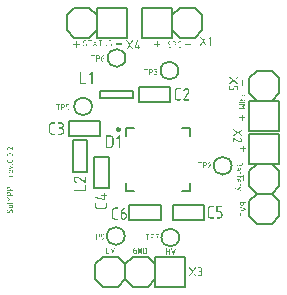
<source format=gto>
G04 Layer_Color=16316664*
%FSLAX44Y44*%
%MOMM*%
G71*
G01*
G75*
%ADD18C,0.2000*%
%ADD20C,0.2500*%
G36*
X84389Y198242D02*
X84445D01*
X84510Y198224D01*
X84667Y198196D01*
X84843Y198141D01*
X85027Y198057D01*
X85120Y198002D01*
X85212Y197946D01*
X85305Y197872D01*
X85397Y197789D01*
X85407Y197780D01*
X85416Y197771D01*
X85443Y197743D01*
X85471Y197706D01*
X85508Y197660D01*
X85545Y197604D01*
X85628Y197475D01*
X85712Y197318D01*
X85786Y197124D01*
X85841Y196911D01*
X85850Y196791D01*
X85859Y196670D01*
Y196661D01*
Y196643D01*
Y196606D01*
X85850Y196550D01*
Y196495D01*
X85841Y196430D01*
X85804Y196264D01*
X85749Y196088D01*
X85675Y195894D01*
X85564Y195709D01*
X85490Y195616D01*
X85416Y195533D01*
X85407D01*
X85397Y195515D01*
X85370Y195496D01*
X85342Y195469D01*
X85240Y195395D01*
X85111Y195321D01*
X84944Y195237D01*
X84750Y195163D01*
X84528Y195117D01*
X84408Y195108D01*
X84278Y195099D01*
X83234D01*
Y193259D01*
Y193250D01*
Y193222D01*
X83224Y193176D01*
X83197Y193129D01*
X83169Y193083D01*
X83123Y193037D01*
X83058Y193009D01*
X82966Y193000D01*
X82929D01*
X82882Y193018D01*
X82836Y193037D01*
X82790Y193065D01*
X82744Y193111D01*
X82716Y193176D01*
X82707Y193259D01*
Y197983D01*
Y197993D01*
Y198030D01*
X82725Y198067D01*
X82744Y198122D01*
X82772Y198168D01*
X82818Y198214D01*
X82882Y198242D01*
X82966Y198251D01*
X84343D01*
X84389Y198242D01*
D02*
G37*
G36*
X81468D02*
X81523Y198214D01*
X81569Y198187D01*
X81616Y198141D01*
X81643Y198076D01*
X81653Y197983D01*
Y197974D01*
Y197946D01*
X81643Y197900D01*
X81616Y197854D01*
X81588Y197808D01*
X81542Y197761D01*
X81477Y197734D01*
X81385Y197724D01*
X80340D01*
Y193259D01*
Y193250D01*
Y193222D01*
X80331Y193176D01*
X80303Y193129D01*
X80275Y193083D01*
X80229Y193037D01*
X80164Y193009D01*
X80072Y193000D01*
X80035D01*
X79988Y193018D01*
X79942Y193037D01*
X79896Y193065D01*
X79850Y193111D01*
X79822Y193176D01*
X79813Y193259D01*
Y197724D01*
X78722D01*
X78676Y197743D01*
X78629Y197761D01*
X78583Y197789D01*
X78537Y197835D01*
X78509Y197900D01*
X78500Y197983D01*
Y197993D01*
Y198030D01*
X78519Y198067D01*
X78537Y198122D01*
X78565Y198168D01*
X78611Y198214D01*
X78676Y198242D01*
X78759Y198251D01*
X81431D01*
X81468Y198242D01*
D02*
G37*
G36*
X59595Y156992D02*
X59651Y156965D01*
X59697Y156937D01*
X59743Y156890D01*
X59771Y156826D01*
X59780Y156733D01*
Y156724D01*
Y156696D01*
X59771Y156650D01*
X59743Y156604D01*
X59716Y156558D01*
X59669Y156511D01*
X59605Y156484D01*
X59512Y156475D01*
X57941D01*
Y154903D01*
X58782D01*
X58819Y154894D01*
X58920Y154884D01*
X59050Y154857D01*
X59189Y154810D01*
X59346Y154736D01*
X59503Y154644D01*
X59651Y154514D01*
X59669Y154496D01*
X59716Y154450D01*
X59771Y154367D01*
X59845Y154256D01*
X59919Y154117D01*
X59974Y153960D01*
X60021Y153775D01*
X60039Y153581D01*
Y153063D01*
Y153054D01*
Y153035D01*
Y153007D01*
X60030Y152970D01*
X60021Y152869D01*
X59993Y152739D01*
X59947Y152591D01*
X59873Y152443D01*
X59780Y152277D01*
X59651Y152129D01*
X59632Y152111D01*
X59586Y152074D01*
X59503Y152009D01*
X59392Y151944D01*
X59253Y151870D01*
X59096Y151805D01*
X58920Y151769D01*
X58726Y151750D01*
X57635D01*
X57589Y151769D01*
X57543Y151787D01*
X57497Y151815D01*
X57450Y151861D01*
X57423Y151926D01*
X57414Y152009D01*
Y152018D01*
Y152055D01*
X57432Y152092D01*
X57450Y152148D01*
X57478Y152194D01*
X57524Y152240D01*
X57589Y152268D01*
X57672Y152277D01*
X58782D01*
X58837Y152286D01*
X58920Y152305D01*
X59004Y152332D01*
X59096Y152369D01*
X59189Y152425D01*
X59281Y152499D01*
X59290Y152508D01*
X59318Y152545D01*
X59355Y152591D01*
X59401Y152656D01*
X59438Y152739D01*
X59475Y152832D01*
X59503Y152943D01*
X59512Y153063D01*
Y153581D01*
Y153599D01*
Y153636D01*
X59503Y153701D01*
X59485Y153775D01*
X59457Y153867D01*
X59411Y153960D01*
X59355Y154052D01*
X59281Y154145D01*
X59272Y154154D01*
X59244Y154182D01*
X59189Y154219D01*
X59124Y154265D01*
X59041Y154302D01*
X58948Y154339D01*
X58847Y154367D01*
X58726Y154376D01*
X57635D01*
X57589Y154394D01*
X57543Y154413D01*
X57497Y154440D01*
X57450Y154487D01*
X57423Y154551D01*
X57414Y154635D01*
Y156733D01*
Y156743D01*
Y156780D01*
X57432Y156817D01*
X57450Y156872D01*
X57478Y156918D01*
X57524Y156965D01*
X57589Y156992D01*
X57672Y157001D01*
X59559D01*
X59595Y156992D01*
D02*
G37*
G36*
X88827Y198242D02*
X88883Y198214D01*
X88929Y198187D01*
X88975Y198141D01*
X89003Y198076D01*
X89012Y197983D01*
Y197974D01*
Y197956D01*
X89003Y197919D01*
X88994Y197882D01*
X88957Y197808D01*
X88929Y197780D01*
X88883Y197761D01*
X88874D01*
X88855Y197752D01*
X88827Y197743D01*
X88781Y197734D01*
X88735Y197706D01*
X88670Y197687D01*
X88532Y197623D01*
X88374Y197521D01*
X88199Y197401D01*
X88023Y197253D01*
X87940Y197160D01*
X87857Y197059D01*
Y197050D01*
X87838Y197040D01*
X87801Y196985D01*
X87746Y196892D01*
X87681Y196781D01*
X87607Y196643D01*
X87542Y196495D01*
X87496Y196328D01*
X87459Y196153D01*
X88282D01*
X88319Y196143D01*
X88420Y196134D01*
X88550Y196106D01*
X88698Y196060D01*
X88855Y195986D01*
X89012Y195894D01*
X89160Y195764D01*
X89179Y195746D01*
X89216Y195700D01*
X89280Y195616D01*
X89354Y195506D01*
X89419Y195367D01*
X89484Y195210D01*
X89521Y195034D01*
X89539Y194831D01*
Y194313D01*
Y194304D01*
Y194285D01*
Y194257D01*
X89530Y194220D01*
X89521Y194119D01*
X89493Y193989D01*
X89447Y193841D01*
X89373Y193684D01*
X89280Y193527D01*
X89151Y193379D01*
X89132Y193361D01*
X89086Y193324D01*
X89003Y193259D01*
X88892Y193194D01*
X88753Y193120D01*
X88596Y193055D01*
X88420Y193018D01*
X88226Y193000D01*
X88171D01*
X88134Y193009D01*
X88032Y193018D01*
X87903Y193046D01*
X87755Y193092D01*
X87598Y193157D01*
X87441Y193250D01*
X87293Y193379D01*
X87274Y193398D01*
X87237Y193444D01*
X87172Y193527D01*
X87108Y193638D01*
X87034Y193767D01*
X86969Y193934D01*
X86932Y194109D01*
X86913Y194304D01*
Y195885D01*
Y195894D01*
Y195922D01*
Y195968D01*
X86923Y196033D01*
X86932Y196116D01*
X86941Y196199D01*
X86960Y196301D01*
X86987Y196412D01*
X87061Y196652D01*
X87108Y196781D01*
X87163Y196920D01*
X87228Y197050D01*
X87311Y197188D01*
X87403Y197318D01*
X87505Y197447D01*
X87514Y197456D01*
X87524Y197466D01*
X87551Y197493D01*
X87588Y197530D01*
X87681Y197623D01*
X87801Y197734D01*
X87958Y197854D01*
X88125Y197974D01*
X88310Y198094D01*
X88513Y198187D01*
X88522D01*
X88541Y198196D01*
X88596Y198224D01*
X88670Y198242D01*
X88744Y198251D01*
X88790D01*
X88827Y198242D01*
D02*
G37*
G36*
X135354Y46992D02*
X135401Y46974D01*
X135447Y46937D01*
X135493Y46891D01*
X135521Y46826D01*
X135539Y46743D01*
Y46724D01*
X135530Y46678D01*
X135077Y44644D01*
X135317D01*
X135354Y44635D01*
X135410Y44607D01*
X135456Y44579D01*
X135502Y44533D01*
X135530Y44468D01*
X135539Y44376D01*
Y44366D01*
Y44339D01*
X135530Y44292D01*
X135502Y44246D01*
X135475Y44200D01*
X135428Y44154D01*
X135364Y44126D01*
X135271Y44117D01*
X134957Y44108D01*
X134476Y41953D01*
Y41944D01*
X134467Y41926D01*
X134448Y41889D01*
X134430Y41852D01*
X134393Y41815D01*
X134356Y41778D01*
X134300Y41759D01*
X134226Y41750D01*
X134189D01*
X134143Y41768D01*
X134097Y41787D01*
X134042Y41815D01*
X134004Y41861D01*
X133968Y41926D01*
X133958Y42009D01*
Y42018D01*
Y42027D01*
X133968Y42064D01*
X134420Y44117D01*
X134180D01*
X134134Y44135D01*
X134088Y44154D01*
X134042Y44182D01*
X133995Y44228D01*
X133968Y44292D01*
X133958Y44376D01*
Y44385D01*
Y44422D01*
X133977Y44459D01*
X133995Y44514D01*
X134023Y44561D01*
X134069Y44607D01*
X134134Y44635D01*
X134217Y44644D01*
X134531Y44635D01*
X134938Y46474D01*
X133135D01*
X133089Y46493D01*
X133043Y46512D01*
X132997Y46539D01*
X132950Y46585D01*
X132923Y46650D01*
X132914Y46733D01*
Y46743D01*
Y46780D01*
X132932Y46817D01*
X132950Y46872D01*
X132978Y46918D01*
X133024Y46965D01*
X133089Y46992D01*
X133172Y47002D01*
X135308D01*
X135354Y46992D01*
D02*
G37*
G36*
X130389D02*
X130445D01*
X130510Y46974D01*
X130667Y46946D01*
X130843Y46891D01*
X131027Y46807D01*
X131120Y46752D01*
X131212Y46696D01*
X131305Y46622D01*
X131397Y46539D01*
X131406Y46530D01*
X131416Y46521D01*
X131444Y46493D01*
X131471Y46456D01*
X131508Y46410D01*
X131545Y46354D01*
X131628Y46225D01*
X131712Y46068D01*
X131785Y45873D01*
X131841Y45661D01*
X131850Y45541D01*
X131860Y45420D01*
Y45411D01*
Y45393D01*
Y45356D01*
X131850Y45300D01*
Y45245D01*
X131841Y45180D01*
X131804Y45014D01*
X131749Y44838D01*
X131675Y44644D01*
X131564Y44459D01*
X131490Y44366D01*
X131416Y44283D01*
X131406D01*
X131397Y44265D01*
X131369Y44246D01*
X131342Y44219D01*
X131240Y44145D01*
X131111Y44071D01*
X130944Y43987D01*
X130750Y43913D01*
X130528Y43867D01*
X130408Y43858D01*
X130279Y43849D01*
X129234D01*
Y42009D01*
Y42000D01*
Y41972D01*
X129225Y41926D01*
X129197Y41879D01*
X129169Y41833D01*
X129123Y41787D01*
X129058Y41759D01*
X128966Y41750D01*
X128929D01*
X128882Y41768D01*
X128836Y41787D01*
X128790Y41815D01*
X128744Y41861D01*
X128716Y41926D01*
X128707Y42009D01*
Y46733D01*
Y46743D01*
Y46780D01*
X128725Y46817D01*
X128744Y46872D01*
X128771Y46918D01*
X128818Y46965D01*
X128882Y46992D01*
X128966Y47002D01*
X130343D01*
X130389Y46992D01*
D02*
G37*
G36*
X127468D02*
X127523Y46965D01*
X127570Y46937D01*
X127616Y46891D01*
X127643Y46826D01*
X127653Y46733D01*
Y46724D01*
Y46696D01*
X127643Y46650D01*
X127616Y46604D01*
X127588Y46558D01*
X127542Y46512D01*
X127477Y46484D01*
X127385Y46474D01*
X126340D01*
Y42009D01*
Y42000D01*
Y41972D01*
X126331Y41926D01*
X126303Y41879D01*
X126275Y41833D01*
X126229Y41787D01*
X126164Y41759D01*
X126072Y41750D01*
X126035D01*
X125989Y41768D01*
X125942Y41787D01*
X125896Y41815D01*
X125850Y41861D01*
X125822Y41926D01*
X125813Y42009D01*
Y46474D01*
X124722D01*
X124676Y46493D01*
X124629Y46512D01*
X124583Y46539D01*
X124537Y46585D01*
X124509Y46650D01*
X124500Y46733D01*
Y46743D01*
Y46780D01*
X124518Y46817D01*
X124537Y46872D01*
X124565Y46918D01*
X124611Y46965D01*
X124676Y46992D01*
X124759Y47002D01*
X127431D01*
X127468Y46992D01*
D02*
G37*
G36*
X171968Y107742D02*
X172023Y107715D01*
X172069Y107687D01*
X172116Y107641D01*
X172143Y107576D01*
X172153Y107483D01*
Y107474D01*
Y107446D01*
X172143Y107400D01*
X172116Y107354D01*
X172088Y107308D01*
X172042Y107261D01*
X171977Y107234D01*
X171885Y107225D01*
X170840D01*
Y102759D01*
Y102750D01*
Y102722D01*
X170831Y102676D01*
X170803Y102629D01*
X170775Y102583D01*
X170729Y102537D01*
X170664Y102509D01*
X170572Y102500D01*
X170535D01*
X170488Y102519D01*
X170442Y102537D01*
X170396Y102565D01*
X170350Y102611D01*
X170322Y102676D01*
X170313Y102759D01*
Y107225D01*
X169222D01*
X169176Y107243D01*
X169129Y107261D01*
X169083Y107289D01*
X169037Y107335D01*
X169009Y107400D01*
X169000Y107483D01*
Y107493D01*
Y107530D01*
X169018Y107567D01*
X169037Y107622D01*
X169065Y107668D01*
X169111Y107715D01*
X169176Y107742D01*
X169259Y107752D01*
X171931D01*
X171968Y107742D01*
D02*
G37*
G36*
X73648Y95610D02*
X73741Y95554D01*
X73833Y95499D01*
X73926Y95406D01*
X73981Y95276D01*
X74000Y95091D01*
Y90888D01*
Y90870D01*
Y90814D01*
X73963Y90721D01*
X73926Y90629D01*
X73870Y90536D01*
X73778Y90444D01*
X73648Y90388D01*
X73481Y90370D01*
X73444D01*
X73389Y90388D01*
X73278Y90407D01*
X73185Y90444D01*
X66982Y94314D01*
X66964Y94332D01*
X66908Y94351D01*
X66816Y94388D01*
X66705Y94443D01*
X66575Y94499D01*
X66427Y94536D01*
X66279Y94554D01*
X66112Y94573D01*
X66001D01*
X65890Y94554D01*
X65723Y94517D01*
X65556Y94462D01*
X65371Y94369D01*
X65186Y94258D01*
X65001Y94110D01*
X64982Y94091D01*
X64927Y94036D01*
X64853Y93925D01*
X64760Y93795D01*
X64686Y93629D01*
X64612Y93443D01*
X64556Y93221D01*
X64538Y92980D01*
Y92962D01*
Y92943D01*
X64556Y92832D01*
X64612Y92666D01*
X64705Y92444D01*
X64779Y92314D01*
X64853Y92184D01*
X64964Y92055D01*
X65093Y91906D01*
X65242Y91758D01*
X65427Y91629D01*
X65612Y91481D01*
X65853Y91333D01*
X65871D01*
X65890Y91314D01*
X65982Y91221D01*
X66075Y91092D01*
X66093Y90999D01*
X66112Y90888D01*
Y90870D01*
Y90814D01*
X66075Y90721D01*
X66038Y90629D01*
X65982Y90536D01*
X65890Y90444D01*
X65760Y90388D01*
X65594Y90370D01*
X65519D01*
X65371Y90407D01*
X65353Y90425D01*
X65297Y90444D01*
X65205Y90499D01*
X65075Y90592D01*
X64927Y90684D01*
X64779Y90795D01*
X64594Y90944D01*
X64427Y91092D01*
X64242Y91277D01*
X64075Y91481D01*
X63927Y91684D01*
X63779Y91906D01*
X63649Y92166D01*
X63557Y92425D01*
X63501Y92703D01*
X63483Y92999D01*
Y93018D01*
Y93055D01*
Y93110D01*
X63501Y93184D01*
X63520Y93388D01*
X63575Y93629D01*
X63668Y93925D01*
X63816Y94240D01*
X64001Y94554D01*
X64260Y94851D01*
X64297Y94888D01*
X64390Y94980D01*
X64556Y95091D01*
X64779Y95239D01*
X65057Y95388D01*
X65371Y95499D01*
X65723Y95591D01*
X66112Y95628D01*
X66241D01*
X66390Y95610D01*
X66593Y95573D01*
X66816Y95517D01*
X67075Y95425D01*
X67352Y95314D01*
X67630Y95147D01*
X72945Y91832D01*
Y95091D01*
Y95110D01*
Y95184D01*
X72963Y95258D01*
X73019Y95369D01*
X73074Y95462D01*
X73167Y95554D01*
X73296Y95610D01*
X73481Y95628D01*
X73556D01*
X73648Y95610D01*
D02*
G37*
G36*
Y88240D02*
X73741Y88185D01*
X73833Y88129D01*
X73926Y88036D01*
X73981Y87907D01*
X74000Y87722D01*
Y83518D01*
Y83500D01*
Y83444D01*
X73963Y83352D01*
X73926Y83259D01*
X73870Y83167D01*
X73778Y83074D01*
X73648Y83019D01*
X73481Y83000D01*
X63927D01*
X63853Y83037D01*
X63742Y83074D01*
X63649Y83130D01*
X63557Y83222D01*
X63501Y83352D01*
X63483Y83518D01*
Y83537D01*
Y83611D01*
X63501Y83685D01*
X63557Y83796D01*
X63612Y83889D01*
X63705Y83981D01*
X63834Y84037D01*
X64020Y84055D01*
X72945D01*
Y87722D01*
Y87740D01*
Y87814D01*
X72963Y87888D01*
X73019Y87999D01*
X73074Y88092D01*
X73167Y88185D01*
X73296Y88240D01*
X73481Y88259D01*
X73556D01*
X73648Y88240D01*
D02*
G37*
G36*
X174889Y107742D02*
X174945D01*
X175010Y107724D01*
X175167Y107696D01*
X175343Y107641D01*
X175527Y107557D01*
X175620Y107502D01*
X175712Y107446D01*
X175805Y107372D01*
X175897Y107289D01*
X175907Y107280D01*
X175916Y107271D01*
X175943Y107243D01*
X175971Y107206D01*
X176008Y107160D01*
X176045Y107104D01*
X176128Y106975D01*
X176212Y106818D01*
X176285Y106623D01*
X176341Y106411D01*
X176350Y106291D01*
X176360Y106171D01*
Y106161D01*
Y106143D01*
Y106106D01*
X176350Y106050D01*
Y105995D01*
X176341Y105930D01*
X176304Y105764D01*
X176248Y105588D01*
X176175Y105394D01*
X176064Y105209D01*
X175990Y105117D01*
X175916Y105033D01*
X175907D01*
X175897Y105015D01*
X175870Y104996D01*
X175842Y104969D01*
X175740Y104895D01*
X175611Y104821D01*
X175444Y104737D01*
X175250Y104663D01*
X175028Y104617D01*
X174908Y104608D01*
X174778Y104599D01*
X173734D01*
Y102759D01*
Y102750D01*
Y102722D01*
X173724Y102676D01*
X173697Y102629D01*
X173669Y102583D01*
X173623Y102537D01*
X173558Y102509D01*
X173466Y102500D01*
X173429D01*
X173382Y102519D01*
X173336Y102537D01*
X173290Y102565D01*
X173244Y102611D01*
X173216Y102676D01*
X173207Y102759D01*
Y107483D01*
Y107493D01*
Y107530D01*
X173225Y107567D01*
X173244Y107622D01*
X173272Y107668D01*
X173318Y107715D01*
X173382Y107742D01*
X173466Y107752D01*
X174843D01*
X174889Y107742D01*
D02*
G37*
G36*
X54889Y156992D02*
X54945D01*
X55010Y156974D01*
X55167Y156946D01*
X55342Y156890D01*
X55527Y156807D01*
X55620Y156752D01*
X55712Y156696D01*
X55805Y156622D01*
X55897Y156539D01*
X55907Y156530D01*
X55916Y156521D01*
X55943Y156493D01*
X55971Y156456D01*
X56008Y156410D01*
X56045Y156354D01*
X56128Y156225D01*
X56212Y156068D01*
X56286Y155873D01*
X56341Y155661D01*
X56350Y155541D01*
X56360Y155421D01*
Y155411D01*
Y155393D01*
Y155356D01*
X56350Y155300D01*
Y155245D01*
X56341Y155180D01*
X56304Y155014D01*
X56249Y154838D01*
X56175Y154644D01*
X56064Y154459D01*
X55990Y154367D01*
X55916Y154283D01*
X55907D01*
X55897Y154265D01*
X55869Y154246D01*
X55842Y154219D01*
X55740Y154145D01*
X55611Y154071D01*
X55444Y153987D01*
X55250Y153913D01*
X55028Y153867D01*
X54908Y153858D01*
X54778Y153849D01*
X53734D01*
Y152009D01*
Y152000D01*
Y151972D01*
X53724Y151926D01*
X53697Y151879D01*
X53669Y151833D01*
X53623Y151787D01*
X53558Y151759D01*
X53466Y151750D01*
X53429D01*
X53382Y151769D01*
X53336Y151787D01*
X53290Y151815D01*
X53244Y151861D01*
X53216Y151926D01*
X53207Y152009D01*
Y156733D01*
Y156743D01*
Y156780D01*
X53225Y156817D01*
X53244Y156872D01*
X53271Y156918D01*
X53318Y156965D01*
X53382Y156992D01*
X53466Y157001D01*
X54843D01*
X54889Y156992D01*
D02*
G37*
G36*
X51968D02*
X52023Y156965D01*
X52070Y156937D01*
X52116Y156890D01*
X52144Y156826D01*
X52153Y156733D01*
Y156724D01*
Y156696D01*
X52144Y156650D01*
X52116Y156604D01*
X52088Y156558D01*
X52042Y156511D01*
X51977Y156484D01*
X51885Y156475D01*
X50840D01*
Y152009D01*
Y152000D01*
Y151972D01*
X50831Y151926D01*
X50803Y151879D01*
X50775Y151833D01*
X50729Y151787D01*
X50664Y151759D01*
X50572Y151750D01*
X50535D01*
X50489Y151769D01*
X50442Y151787D01*
X50396Y151815D01*
X50350Y151861D01*
X50322Y151926D01*
X50313Y152009D01*
Y156475D01*
X49222D01*
X49176Y156493D01*
X49129Y156511D01*
X49083Y156539D01*
X49037Y156585D01*
X49009Y156650D01*
X49000Y156733D01*
Y156743D01*
Y156780D01*
X49019Y156817D01*
X49037Y156872D01*
X49065Y156918D01*
X49111Y156965D01*
X49176Y156992D01*
X49259Y157001D01*
X51931D01*
X51968Y156992D01*
D02*
G37*
G36*
X178819Y107742D02*
X178920Y107733D01*
X179041Y107705D01*
X179189Y107659D01*
X179346Y107585D01*
X179503Y107493D01*
X179651Y107363D01*
X179669Y107345D01*
X179716Y107298D01*
X179771Y107215D01*
X179845Y107104D01*
X179919Y106966D01*
X179974Y106808D01*
X180021Y106633D01*
X180039Y106439D01*
Y106420D01*
Y106374D01*
X180030Y106300D01*
X180012Y106198D01*
X179984Y106087D01*
X179937Y105958D01*
X179882Y105819D01*
X179799Y105681D01*
X178144Y103027D01*
X179817D01*
X179854Y103018D01*
X179910Y102990D01*
X179956Y102962D01*
X180002Y102916D01*
X180030Y102851D01*
X180039Y102759D01*
Y102750D01*
Y102722D01*
X180030Y102676D01*
X180002Y102629D01*
X179974Y102583D01*
X179928Y102537D01*
X179864Y102509D01*
X179771Y102500D01*
X177635D01*
X177589Y102519D01*
X177543Y102537D01*
X177497Y102565D01*
X177451Y102611D01*
X177423Y102676D01*
X177414Y102759D01*
Y102777D01*
X177423Y102805D01*
X177432Y102861D01*
X177451Y102907D01*
X179383Y106004D01*
X179392Y106013D01*
X179401Y106041D01*
X179420Y106087D01*
X179447Y106143D01*
X179475Y106208D01*
X179494Y106281D01*
X179503Y106355D01*
X179512Y106439D01*
Y106457D01*
Y106494D01*
X179503Y106550D01*
X179485Y106633D01*
X179457Y106716D01*
X179410Y106808D01*
X179355Y106901D01*
X179281Y106993D01*
X179272Y107003D01*
X179244Y107030D01*
X179189Y107067D01*
X179124Y107114D01*
X179041Y107150D01*
X178948Y107188D01*
X178837Y107215D01*
X178717Y107225D01*
X178699D01*
X178643Y107215D01*
X178560Y107188D01*
X178449Y107141D01*
X178384Y107104D01*
X178320Y107067D01*
X178255Y107012D01*
X178181Y106947D01*
X178107Y106873D01*
X178042Y106781D01*
X177968Y106688D01*
X177894Y106568D01*
Y106559D01*
X177885Y106550D01*
X177839Y106503D01*
X177774Y106457D01*
X177728Y106448D01*
X177672Y106439D01*
X177635D01*
X177589Y106457D01*
X177543Y106476D01*
X177497Y106503D01*
X177451Y106550D01*
X177423Y106614D01*
X177414Y106698D01*
Y106707D01*
Y106735D01*
X177432Y106808D01*
X177441Y106818D01*
X177451Y106845D01*
X177478Y106892D01*
X177524Y106956D01*
X177571Y107030D01*
X177626Y107104D01*
X177700Y107197D01*
X177774Y107280D01*
X177866Y107372D01*
X177968Y107456D01*
X178070Y107530D01*
X178181Y107604D01*
X178310Y107668D01*
X178440Y107715D01*
X178578Y107742D01*
X178726Y107752D01*
X178782D01*
X178819Y107742D01*
D02*
G37*
G36*
X117445Y211113D02*
X117514Y211072D01*
X117583Y211030D01*
X117653Y210961D01*
X117694Y210864D01*
X117708Y210725D01*
Y210711D01*
Y210697D01*
X117694Y210614D01*
X116266Y205621D01*
X118110D01*
Y206800D01*
Y206814D01*
Y206870D01*
X118138Y206925D01*
X118166Y207008D01*
X118208Y207078D01*
X118277Y207147D01*
X118374Y207189D01*
X118499Y207202D01*
X118568D01*
X118624Y207189D01*
X118707Y207147D01*
X118776Y207105D01*
X118846Y207036D01*
X118887Y206939D01*
X118901Y206800D01*
Y205621D01*
X119747D01*
X119802Y205608D01*
X119886Y205566D01*
X119955Y205524D01*
X120024Y205455D01*
X120066Y205358D01*
X120080Y205219D01*
Y205205D01*
Y205164D01*
X120066Y205095D01*
X120024Y205025D01*
X119983Y204956D01*
X119913Y204886D01*
X119816Y204845D01*
X119678Y204831D01*
X118901D01*
Y203638D01*
Y203624D01*
Y203583D01*
X118887Y203514D01*
X118846Y203444D01*
X118804Y203375D01*
X118735Y203305D01*
X118637Y203264D01*
X118499Y203250D01*
X118443D01*
X118374Y203278D01*
X118305Y203305D01*
X118235Y203347D01*
X118166Y203416D01*
X118124Y203514D01*
X118110Y203638D01*
Y204831D01*
X115683D01*
X115614Y204859D01*
X115545Y204886D01*
X115475Y204928D01*
X115406Y204997D01*
X115365Y205095D01*
X115351Y205219D01*
Y205233D01*
Y205261D01*
Y205330D01*
X116932Y210836D01*
Y210850D01*
X116945Y210878D01*
X116973Y210933D01*
X117015Y210989D01*
X117070Y211030D01*
X117126Y211086D01*
X117223Y211113D01*
X117320Y211127D01*
X117375D01*
X117445Y211113D01*
D02*
G37*
G36*
X166742Y19113D02*
X166812Y19072D01*
X166881Y19030D01*
X166950Y18961D01*
X166992Y18864D01*
X167006Y18725D01*
Y18711D01*
Y18656D01*
X166978Y18586D01*
X166950Y18517D01*
X164731Y15189D01*
X166950Y11860D01*
X166964Y11846D01*
X166978Y11791D01*
X166992Y11722D01*
X167006Y11638D01*
Y11624D01*
Y11583D01*
X166992Y11514D01*
X166964Y11444D01*
X166909Y11375D01*
X166839Y11306D01*
X166742Y11264D01*
X166617Y11250D01*
X166590D01*
X166493Y11278D01*
X166396Y11319D01*
X166340Y11361D01*
X166285Y11416D01*
X164260Y14468D01*
X162221Y11416D01*
X162193Y11389D01*
X162138Y11333D01*
X162027Y11278D01*
X161958Y11264D01*
X161888Y11250D01*
X161833D01*
X161763Y11278D01*
X161694Y11306D01*
X161625Y11347D01*
X161556Y11416D01*
X161514Y11514D01*
X161500Y11638D01*
Y11666D01*
X161514Y11708D01*
X161528Y11791D01*
X161556Y11860D01*
X163774Y15189D01*
X161556Y18517D01*
X161542Y18531D01*
X161528Y18586D01*
X161514Y18642D01*
X161500Y18725D01*
Y18739D01*
Y18794D01*
X161528Y18850D01*
X161556Y18933D01*
X161597Y19002D01*
X161666Y19072D01*
X161763Y19113D01*
X161888Y19127D01*
X161930D01*
X162013Y19100D01*
X162110Y19058D01*
X162166Y19002D01*
X162221Y18947D01*
X164260Y15896D01*
X166285Y18947D01*
Y18961D01*
X166312Y18975D01*
X166368Y19044D01*
X166479Y19100D01*
X166548Y19113D01*
X166617Y19127D01*
X166673D01*
X166742Y19113D01*
D02*
G37*
G36*
X170709D02*
X170861Y19100D01*
X171042Y19058D01*
X171263Y18989D01*
X171499Y18878D01*
X171735Y18739D01*
X171957Y18545D01*
X171985Y18517D01*
X172054Y18448D01*
X172137Y18323D01*
X172248Y18156D01*
X172359Y17948D01*
X172442Y17713D01*
X172512Y17449D01*
X172539Y17158D01*
Y17144D01*
Y17116D01*
Y17061D01*
X172525Y16991D01*
X172512Y16908D01*
X172498Y16811D01*
X172442Y16589D01*
X172345Y16340D01*
X172290Y16215D01*
X172206Y16076D01*
X172109Y15951D01*
X172012Y15813D01*
X171887Y15688D01*
X171749Y15577D01*
X171763D01*
X171777Y15549D01*
X171818Y15522D01*
X171874Y15466D01*
X171998Y15341D01*
X172151Y15161D01*
X172290Y14925D01*
X172414Y14662D01*
X172470Y14509D01*
X172512Y14343D01*
X172525Y14176D01*
X172539Y13996D01*
Y13219D01*
Y13205D01*
Y13178D01*
Y13136D01*
X172525Y13081D01*
X172512Y12928D01*
X172470Y12734D01*
X172401Y12512D01*
X172290Y12290D01*
X172151Y12040D01*
X171957Y11819D01*
X171929Y11791D01*
X171860Y11735D01*
X171735Y11638D01*
X171569Y11541D01*
X171360Y11430D01*
X171125Y11333D01*
X170861Y11278D01*
X170570Y11250D01*
X168934D01*
X168864Y11278D01*
X168795Y11306D01*
X168725Y11347D01*
X168656Y11416D01*
X168615Y11514D01*
X168601Y11638D01*
Y11652D01*
Y11708D01*
X168628Y11763D01*
X168656Y11846D01*
X168698Y11916D01*
X168767Y11985D01*
X168864Y12027D01*
X168989Y12040D01*
X170639D01*
X170736Y12054D01*
X170847Y12082D01*
X170986Y12124D01*
X171125Y12179D01*
X171263Y12262D01*
X171402Y12373D01*
X171416Y12387D01*
X171458Y12443D01*
X171513Y12512D01*
X171582Y12609D01*
X171638Y12734D01*
X171693Y12873D01*
X171735Y13039D01*
X171749Y13219D01*
Y13996D01*
Y14024D01*
Y14079D01*
X171735Y14176D01*
X171707Y14287D01*
X171665Y14426D01*
X171596Y14564D01*
X171513Y14703D01*
X171388Y14842D01*
X171374Y14856D01*
X171333Y14897D01*
X171250Y14953D01*
X171152Y15022D01*
X171028Y15078D01*
X170889Y15133D01*
X170736Y15175D01*
X170556Y15189D01*
X169710D01*
X169641Y15216D01*
X169571Y15244D01*
X169502Y15286D01*
X169433Y15355D01*
X169391Y15452D01*
X169377Y15577D01*
Y15591D01*
Y15646D01*
X169405Y15702D01*
X169433Y15785D01*
X169474Y15854D01*
X169544Y15924D01*
X169641Y15965D01*
X169766Y15979D01*
X170639D01*
X170736Y15993D01*
X170847Y16021D01*
X170986Y16062D01*
X171125Y16118D01*
X171263Y16201D01*
X171402Y16312D01*
X171416Y16326D01*
X171458Y16381D01*
X171513Y16451D01*
X171582Y16548D01*
X171638Y16673D01*
X171693Y16811D01*
X171735Y16978D01*
X171749Y17158D01*
Y17186D01*
Y17241D01*
X171735Y17324D01*
X171707Y17449D01*
X171665Y17574D01*
X171596Y17713D01*
X171513Y17851D01*
X171402Y17990D01*
X171388Y18004D01*
X171347Y18046D01*
X171263Y18101D01*
X171166Y18170D01*
X171042Y18226D01*
X170903Y18281D01*
X170736Y18323D01*
X170556Y18337D01*
X168934D01*
X168864Y18364D01*
X168795Y18392D01*
X168725Y18434D01*
X168656Y18503D01*
X168615Y18600D01*
X168601Y18725D01*
Y18739D01*
Y18794D01*
X168628Y18850D01*
X168656Y18933D01*
X168698Y19002D01*
X168767Y19072D01*
X168864Y19113D01*
X168989Y19127D01*
X170653D01*
X170709Y19113D01*
D02*
G37*
G36*
X113492Y211113D02*
X113562Y211072D01*
X113631Y211030D01*
X113700Y210961D01*
X113742Y210864D01*
X113756Y210725D01*
Y210711D01*
Y210656D01*
X113728Y210586D01*
X113700Y210517D01*
X111481Y207189D01*
X113700Y203860D01*
X113714Y203846D01*
X113728Y203791D01*
X113742Y203722D01*
X113756Y203638D01*
Y203624D01*
Y203583D01*
X113742Y203514D01*
X113714Y203444D01*
X113659Y203375D01*
X113589Y203305D01*
X113492Y203264D01*
X113367Y203250D01*
X113340D01*
X113243Y203278D01*
X113146Y203319D01*
X113090Y203361D01*
X113035Y203416D01*
X111010Y206467D01*
X108971Y203416D01*
X108943Y203389D01*
X108888Y203333D01*
X108777Y203278D01*
X108708Y203264D01*
X108638Y203250D01*
X108583D01*
X108513Y203278D01*
X108444Y203305D01*
X108375Y203347D01*
X108306Y203416D01*
X108264Y203514D01*
X108250Y203638D01*
Y203666D01*
X108264Y203708D01*
X108278Y203791D01*
X108306Y203860D01*
X110524Y207189D01*
X108306Y210517D01*
X108292Y210531D01*
X108278Y210586D01*
X108264Y210642D01*
X108250Y210725D01*
Y210739D01*
Y210794D01*
X108278Y210850D01*
X108306Y210933D01*
X108347Y211002D01*
X108416Y211072D01*
X108513Y211113D01*
X108638Y211127D01*
X108680D01*
X108763Y211099D01*
X108860Y211058D01*
X108916Y211002D01*
X108971Y210947D01*
X111010Y207896D01*
X113035Y210947D01*
Y210961D01*
X113062Y210975D01*
X113118Y211044D01*
X113229Y211099D01*
X113298Y211113D01*
X113367Y211127D01*
X113423D01*
X113492Y211113D01*
D02*
G37*
G36*
X126218Y186742D02*
X126273Y186714D01*
X126320Y186687D01*
X126366Y186640D01*
X126393Y186576D01*
X126403Y186483D01*
Y186474D01*
Y186446D01*
X126393Y186400D01*
X126366Y186354D01*
X126338Y186308D01*
X126292Y186262D01*
X126227Y186234D01*
X126135Y186224D01*
X125090D01*
Y181759D01*
Y181750D01*
Y181722D01*
X125081Y181676D01*
X125053Y181629D01*
X125025Y181583D01*
X124979Y181537D01*
X124914Y181509D01*
X124822Y181500D01*
X124785D01*
X124739Y181518D01*
X124692Y181537D01*
X124646Y181565D01*
X124600Y181611D01*
X124572Y181676D01*
X124563Y181759D01*
Y186224D01*
X123472D01*
X123426Y186243D01*
X123379Y186262D01*
X123333Y186289D01*
X123287Y186335D01*
X123259Y186400D01*
X123250Y186483D01*
Y186493D01*
Y186530D01*
X123268Y186567D01*
X123287Y186622D01*
X123315Y186668D01*
X123361Y186714D01*
X123426Y186742D01*
X123509Y186751D01*
X126181D01*
X126218Y186742D01*
D02*
G37*
G36*
X202600Y179722D02*
X202683Y179694D01*
X202752Y179653D01*
X202822Y179584D01*
X202863Y179487D01*
X202877Y179362D01*
Y179348D01*
Y179320D01*
X202850Y179237D01*
X202808Y179140D01*
X202752Y179084D01*
X202697Y179029D01*
X199646Y176990D01*
X202697Y174965D01*
X202711D01*
X202725Y174938D01*
X202794Y174882D01*
X202850Y174771D01*
X202863Y174702D01*
X202877Y174633D01*
Y174619D01*
Y174577D01*
X202863Y174508D01*
X202822Y174438D01*
X202780Y174369D01*
X202711Y174300D01*
X202614Y174258D01*
X202475Y174244D01*
X202406D01*
X202336Y174272D01*
X202267Y174300D01*
X198939Y176519D01*
X195610Y174300D01*
X195596Y174286D01*
X195541Y174272D01*
X195471Y174258D01*
X195388Y174244D01*
X195333D01*
X195264Y174258D01*
X195194Y174286D01*
X195125Y174341D01*
X195056Y174411D01*
X195014Y174508D01*
X195000Y174633D01*
Y174646D01*
Y174660D01*
X195028Y174757D01*
X195069Y174855D01*
X195111Y174910D01*
X195166Y174965D01*
X198218Y176990D01*
X195166Y179029D01*
X195139Y179057D01*
X195083Y179112D01*
X195028Y179223D01*
X195014Y179292D01*
X195000Y179362D01*
Y179376D01*
Y179417D01*
X195028Y179487D01*
X195056Y179556D01*
X195097Y179625D01*
X195166Y179694D01*
X195264Y179736D01*
X195388Y179750D01*
X195416D01*
X195458Y179736D01*
X195541Y179722D01*
X195610Y179694D01*
X198939Y177476D01*
X202267Y179694D01*
X202281Y179708D01*
X202336Y179722D01*
X202392Y179736D01*
X202475Y179750D01*
X202544D01*
X202600Y179722D01*
D02*
G37*
G36*
Y172622D02*
X202683Y172594D01*
X202752Y172552D01*
X202822Y172483D01*
X202863Y172386D01*
X202877Y172261D01*
Y169501D01*
Y169487D01*
Y169432D01*
X202863Y169376D01*
X202822Y169293D01*
X202780Y169224D01*
X202711Y169155D01*
X202614Y169113D01*
X202475Y169099D01*
X202420D01*
X202350Y169113D01*
X202281Y169155D01*
X202212Y169196D01*
X202142Y169265D01*
X202101Y169363D01*
X202087Y169501D01*
Y171859D01*
X199729D01*
Y170680D01*
Y170666D01*
Y170639D01*
Y170597D01*
X199715Y170541D01*
X199701Y170389D01*
X199660Y170195D01*
X199590Y169987D01*
X199480Y169751D01*
X199341Y169515D01*
X199147Y169293D01*
X199119Y169265D01*
X199050Y169196D01*
X198925Y169113D01*
X198758Y169002D01*
X198550Y168891D01*
X198314Y168808D01*
X198037Y168738D01*
X197746Y168711D01*
X196886D01*
X196831Y168725D01*
X196678Y168738D01*
X196484Y168780D01*
X196262Y168849D01*
X196040Y168960D01*
X195791Y169099D01*
X195569Y169293D01*
X195541Y169321D01*
X195485Y169390D01*
X195388Y169515D01*
X195291Y169682D01*
X195180Y169890D01*
X195083Y170125D01*
X195028Y170389D01*
X195000Y170680D01*
Y172261D01*
Y172275D01*
Y172316D01*
X195028Y172386D01*
X195056Y172455D01*
X195097Y172525D01*
X195166Y172594D01*
X195264Y172635D01*
X195388Y172649D01*
X195458D01*
X195513Y172622D01*
X195596Y172594D01*
X195666Y172552D01*
X195735Y172483D01*
X195777Y172386D01*
X195791Y172261D01*
Y170680D01*
Y170652D01*
Y170597D01*
X195804Y170514D01*
X195832Y170389D01*
X195874Y170264D01*
X195929Y170125D01*
X196012Y169987D01*
X196123Y169848D01*
X196137Y169834D01*
X196193Y169792D01*
X196262Y169737D01*
X196359Y169668D01*
X196484Y169612D01*
X196623Y169557D01*
X196789Y169515D01*
X196969Y169501D01*
X197829D01*
X197926Y169515D01*
X198037Y169543D01*
X198176Y169585D01*
X198314Y169654D01*
X198453Y169737D01*
X198592Y169848D01*
X198606Y169862D01*
X198647Y169903D01*
X198703Y169987D01*
X198772Y170084D01*
X198828Y170208D01*
X198883Y170347D01*
X198925Y170500D01*
X198939Y170680D01*
Y172261D01*
Y172275D01*
Y172316D01*
X198966Y172386D01*
X198994Y172455D01*
X199036Y172525D01*
X199105Y172594D01*
X199202Y172635D01*
X199327Y172649D01*
X202544D01*
X202600Y172622D01*
D02*
G37*
G36*
X88319Y47242D02*
X88420Y47233D01*
X88550Y47205D01*
X88689Y47159D01*
X88846Y47085D01*
X89003Y46993D01*
X89151Y46863D01*
X89169Y46845D01*
X89216Y46799D01*
X89271Y46715D01*
X89345Y46604D01*
X89419Y46475D01*
X89474Y46318D01*
X89521Y46133D01*
X89539Y45939D01*
Y44358D01*
Y44339D01*
Y44302D01*
X89530Y44228D01*
X89521Y44136D01*
X89502Y44025D01*
X89474Y43895D01*
X89438Y43747D01*
X89382Y43600D01*
X89317Y43433D01*
X89234Y43257D01*
X89132Y43082D01*
X89012Y42906D01*
X88874Y42730D01*
X88707Y42564D01*
X88513Y42398D01*
X88291Y42250D01*
X88273Y42240D01*
X88226Y42213D01*
X88152Y42166D01*
X88069Y42129D01*
X87968Y42083D01*
X87866Y42037D01*
X87783Y42009D01*
X87699Y42000D01*
X87681D01*
X87635Y42009D01*
X87579Y42028D01*
X87514Y42074D01*
X87505Y42092D01*
X87478Y42129D01*
X87441Y42185D01*
X87431Y42259D01*
Y42268D01*
Y42287D01*
X87441Y42324D01*
X87450Y42361D01*
X87468Y42398D01*
X87487Y42435D01*
X87524Y42462D01*
X87570Y42481D01*
X87579Y42490D01*
X87616Y42499D01*
X87672Y42518D01*
X87736Y42545D01*
X87893Y42619D01*
X87968Y42656D01*
X88041Y42703D01*
X88051Y42712D01*
X88078Y42730D01*
X88125Y42758D01*
X88180Y42804D01*
X88245Y42860D01*
X88319Y42925D01*
X88393Y42998D01*
X88476Y43082D01*
X88568Y43174D01*
X88652Y43285D01*
X88726Y43396D01*
X88800Y43526D01*
X88864Y43655D01*
X88920Y43794D01*
X88966Y43942D01*
X88994Y44099D01*
X88171D01*
X88134Y44108D01*
X88032Y44117D01*
X87903Y44145D01*
X87755Y44191D01*
X87607Y44256D01*
X87441Y44348D01*
X87293Y44478D01*
X87274Y44496D01*
X87237Y44552D01*
X87172Y44626D01*
X87108Y44737D01*
X87034Y44875D01*
X86969Y45033D01*
X86932Y45217D01*
X86913Y45412D01*
Y45929D01*
Y45939D01*
Y45957D01*
Y45985D01*
X86923Y46022D01*
X86932Y46123D01*
X86960Y46253D01*
X87006Y46401D01*
X87071Y46558D01*
X87163Y46715D01*
X87293Y46863D01*
X87311Y46882D01*
X87367Y46928D01*
X87441Y46983D01*
X87551Y47057D01*
X87690Y47131D01*
X87847Y47187D01*
X88032Y47233D01*
X88226Y47252D01*
X88282D01*
X88319Y47242D01*
D02*
G37*
G36*
X84389D02*
X84445D01*
X84510Y47224D01*
X84667Y47196D01*
X84843Y47140D01*
X85027Y47057D01*
X85120Y47002D01*
X85212Y46946D01*
X85305Y46872D01*
X85397Y46789D01*
X85407Y46780D01*
X85416Y46771D01*
X85443Y46743D01*
X85471Y46706D01*
X85508Y46660D01*
X85545Y46604D01*
X85628Y46475D01*
X85712Y46318D01*
X85786Y46123D01*
X85841Y45911D01*
X85850Y45791D01*
X85859Y45670D01*
Y45661D01*
Y45643D01*
Y45606D01*
X85850Y45550D01*
Y45495D01*
X85841Y45430D01*
X85804Y45264D01*
X85749Y45088D01*
X85675Y44894D01*
X85564Y44709D01*
X85490Y44616D01*
X85416Y44533D01*
X85407D01*
X85397Y44515D01*
X85370Y44496D01*
X85342Y44469D01*
X85240Y44395D01*
X85111Y44321D01*
X84944Y44237D01*
X84750Y44163D01*
X84528Y44117D01*
X84408Y44108D01*
X84278Y44099D01*
X83234D01*
Y42259D01*
Y42250D01*
Y42222D01*
X83224Y42176D01*
X83197Y42129D01*
X83169Y42083D01*
X83123Y42037D01*
X83058Y42009D01*
X82966Y42000D01*
X82929D01*
X82882Y42018D01*
X82836Y42037D01*
X82790Y42065D01*
X82744Y42111D01*
X82716Y42176D01*
X82707Y42259D01*
Y46983D01*
Y46993D01*
Y47030D01*
X82725Y47067D01*
X82744Y47122D01*
X82772Y47168D01*
X82818Y47214D01*
X82882Y47242D01*
X82966Y47252D01*
X84343D01*
X84389Y47242D01*
D02*
G37*
G36*
X81468D02*
X81523Y47214D01*
X81569Y47187D01*
X81616Y47140D01*
X81643Y47076D01*
X81653Y46983D01*
Y46974D01*
Y46946D01*
X81643Y46900D01*
X81616Y46854D01*
X81588Y46808D01*
X81542Y46761D01*
X81477Y46734D01*
X81385Y46725D01*
X80340D01*
Y42259D01*
Y42250D01*
Y42222D01*
X80331Y42176D01*
X80303Y42129D01*
X80275Y42083D01*
X80229Y42037D01*
X80164Y42009D01*
X80072Y42000D01*
X80035D01*
X79988Y42018D01*
X79942Y42037D01*
X79896Y42065D01*
X79850Y42111D01*
X79822Y42176D01*
X79813Y42259D01*
Y46725D01*
X78722D01*
X78676Y46743D01*
X78629Y46761D01*
X78583Y46789D01*
X78537Y46835D01*
X78509Y46900D01*
X78500Y46983D01*
Y46993D01*
Y47030D01*
X78519Y47067D01*
X78537Y47122D01*
X78565Y47168D01*
X78611Y47214D01*
X78676Y47242D01*
X78759Y47252D01*
X81431D01*
X81468Y47242D01*
D02*
G37*
G36*
X179695Y214113D02*
X179778Y214072D01*
X179847Y214030D01*
X179917Y213961D01*
X179958Y213864D01*
X179972Y213725D01*
Y206638D01*
Y206625D01*
Y206583D01*
X179958Y206514D01*
X179917Y206444D01*
X179875Y206375D01*
X179806Y206306D01*
X179709Y206264D01*
X179570Y206250D01*
X179514D01*
X179445Y206278D01*
X179376Y206306D01*
X179306Y206347D01*
X179237Y206416D01*
X179195Y206514D01*
X179182Y206638D01*
Y212782D01*
X178266Y211867D01*
X178252Y211853D01*
X178197Y211811D01*
X178100Y211770D01*
X177989Y211756D01*
X177934D01*
X177864Y211784D01*
X177795Y211811D01*
X177725Y211853D01*
X177656Y211922D01*
X177614Y212019D01*
X177601Y212158D01*
Y212172D01*
Y212186D01*
X177614Y212255D01*
X177642Y212338D01*
X177712Y212435D01*
X179251Y213975D01*
X179265Y213989D01*
X179279Y214002D01*
X179348Y214058D01*
X179445Y214100D01*
X179514Y214127D01*
X179639D01*
X179695Y214113D01*
D02*
G37*
G36*
X206100Y135472D02*
X206183Y135444D01*
X206252Y135403D01*
X206322Y135334D01*
X206363Y135237D01*
X206377Y135112D01*
Y135098D01*
Y135070D01*
X206350Y134987D01*
X206308Y134890D01*
X206252Y134834D01*
X206197Y134779D01*
X203146Y132740D01*
X206197Y130715D01*
X206211D01*
X206225Y130688D01*
X206294Y130632D01*
X206350Y130521D01*
X206363Y130452D01*
X206377Y130383D01*
Y130369D01*
Y130327D01*
X206363Y130258D01*
X206322Y130188D01*
X206280Y130119D01*
X206211Y130050D01*
X206114Y130008D01*
X205975Y129994D01*
X205906D01*
X205836Y130022D01*
X205767Y130050D01*
X202439Y132269D01*
X199110Y130050D01*
X199096Y130036D01*
X199041Y130022D01*
X198972Y130008D01*
X198888Y129994D01*
X198833D01*
X198764Y130008D01*
X198694Y130036D01*
X198625Y130091D01*
X198556Y130161D01*
X198514Y130258D01*
X198500Y130383D01*
Y130396D01*
Y130410D01*
X198528Y130507D01*
X198569Y130604D01*
X198611Y130660D01*
X198666Y130715D01*
X201717Y132740D01*
X198666Y134779D01*
X198639Y134807D01*
X198583Y134862D01*
X198528Y134973D01*
X198514Y135042D01*
X198500Y135112D01*
Y135126D01*
Y135167D01*
X198528Y135237D01*
X198556Y135306D01*
X198597Y135375D01*
X198666Y135444D01*
X198764Y135486D01*
X198888Y135500D01*
X198916D01*
X198958Y135486D01*
X199041Y135472D01*
X199110Y135444D01*
X202439Y133226D01*
X205767Y135444D01*
X205781Y135458D01*
X205836Y135472D01*
X205892Y135486D01*
X205975Y135500D01*
X206044D01*
X206100Y135472D01*
D02*
G37*
G36*
X204963Y128372D02*
X204977Y128358D01*
X205018Y128344D01*
X205088Y128302D01*
X205185Y128233D01*
X205296Y128164D01*
X205406Y128080D01*
X205545Y127970D01*
X205670Y127858D01*
X205809Y127720D01*
X205933Y127567D01*
X206044Y127415D01*
X206155Y127248D01*
X206252Y127054D01*
X206322Y126860D01*
X206363Y126652D01*
X206377Y126430D01*
Y126416D01*
Y126389D01*
Y126347D01*
X206363Y126291D01*
X206350Y126139D01*
X206308Y125958D01*
X206239Y125737D01*
X206128Y125501D01*
X205989Y125265D01*
X205795Y125043D01*
X205767Y125015D01*
X205698Y124946D01*
X205573Y124863D01*
X205406Y124752D01*
X205198Y124641D01*
X204963Y124558D01*
X204699Y124488D01*
X204408Y124461D01*
X204311D01*
X204200Y124475D01*
X204047Y124502D01*
X203881Y124544D01*
X203687Y124613D01*
X203479Y124697D01*
X203271Y124821D01*
X199291Y127304D01*
Y124863D01*
Y124849D01*
Y124794D01*
X199277Y124738D01*
X199235Y124655D01*
X199193Y124586D01*
X199124Y124516D01*
X199027Y124475D01*
X198888Y124461D01*
X198833D01*
X198764Y124475D01*
X198694Y124516D01*
X198625Y124558D01*
X198556Y124627D01*
X198514Y124724D01*
X198500Y124863D01*
Y128011D01*
Y128025D01*
Y128067D01*
X198528Y128136D01*
X198556Y128205D01*
X198597Y128275D01*
X198666Y128344D01*
X198764Y128385D01*
X198888Y128399D01*
X198916D01*
X198958Y128385D01*
X199041Y128372D01*
X199110Y128344D01*
X203756Y125445D01*
X203770Y125431D01*
X203812Y125418D01*
X203881Y125390D01*
X203964Y125348D01*
X204061Y125307D01*
X204172Y125279D01*
X204283Y125265D01*
X204408Y125251D01*
X204491D01*
X204574Y125265D01*
X204699Y125293D01*
X204824Y125335D01*
X204963Y125404D01*
X205101Y125487D01*
X205240Y125598D01*
X205254Y125612D01*
X205296Y125653D01*
X205351Y125737D01*
X205420Y125834D01*
X205476Y125958D01*
X205531Y126097D01*
X205573Y126264D01*
X205587Y126444D01*
Y126458D01*
Y126472D01*
X205573Y126555D01*
X205531Y126680D01*
X205462Y126846D01*
X205406Y126943D01*
X205351Y127040D01*
X205268Y127137D01*
X205171Y127248D01*
X205060Y127359D01*
X204921Y127456D01*
X204782Y127567D01*
X204602Y127678D01*
X204588D01*
X204574Y127692D01*
X204505Y127761D01*
X204436Y127858D01*
X204422Y127928D01*
X204408Y128011D01*
Y128025D01*
Y128067D01*
X204436Y128136D01*
X204463Y128205D01*
X204505Y128275D01*
X204574Y128344D01*
X204671Y128385D01*
X204796Y128399D01*
X204852D01*
X204963Y128372D01*
D02*
G37*
G36*
X175742Y214113D02*
X175812Y214072D01*
X175881Y214030D01*
X175950Y213961D01*
X175992Y213864D01*
X176006Y213725D01*
Y213711D01*
Y213656D01*
X175978Y213586D01*
X175950Y213517D01*
X173731Y210189D01*
X175950Y206860D01*
X175964Y206846D01*
X175978Y206791D01*
X175992Y206721D01*
X176006Y206638D01*
Y206625D01*
Y206583D01*
X175992Y206514D01*
X175964Y206444D01*
X175909Y206375D01*
X175839Y206306D01*
X175742Y206264D01*
X175617Y206250D01*
X175590D01*
X175493Y206278D01*
X175396Y206319D01*
X175340Y206361D01*
X175285Y206416D01*
X173260Y209468D01*
X171221Y206416D01*
X171193Y206389D01*
X171138Y206333D01*
X171027Y206278D01*
X170958Y206264D01*
X170888Y206250D01*
X170833D01*
X170763Y206278D01*
X170694Y206306D01*
X170625Y206347D01*
X170555Y206416D01*
X170514Y206514D01*
X170500Y206638D01*
Y206666D01*
X170514Y206708D01*
X170528Y206791D01*
X170555Y206860D01*
X172774Y210189D01*
X170555Y213517D01*
X170542Y213531D01*
X170528Y213586D01*
X170514Y213642D01*
X170500Y213725D01*
Y213739D01*
Y213794D01*
X170528Y213850D01*
X170555Y213933D01*
X170597Y214002D01*
X170666Y214072D01*
X170763Y214113D01*
X170888Y214127D01*
X170930D01*
X171013Y214100D01*
X171110Y214058D01*
X171166Y214002D01*
X171221Y213947D01*
X173260Y210896D01*
X175285Y213947D01*
Y213961D01*
X175312Y213975D01*
X175368Y214044D01*
X175479Y214100D01*
X175548Y214113D01*
X175617Y214127D01*
X175673D01*
X175742Y214113D01*
D02*
G37*
G36*
X8922Y104682D02*
X12037Y103646D01*
X12047D01*
X12074Y103628D01*
X12102Y103609D01*
X12139Y103591D01*
X12185Y103554D01*
X12213Y103508D01*
X12241Y103452D01*
X12250Y103387D01*
Y103378D01*
Y103360D01*
X12241Y103323D01*
X12222Y103286D01*
X12194Y103239D01*
X12157Y103193D01*
X12111Y103156D01*
X12037Y103119D01*
X8922Y102084D01*
X8894D01*
X8838Y102074D01*
X8820D01*
X8774Y102084D01*
X8709Y102102D01*
X8653Y102149D01*
X8644Y102158D01*
X8607Y102204D01*
X8579Y102259D01*
X8570Y102333D01*
Y102343D01*
Y102361D01*
X8579Y102398D01*
X8589Y102435D01*
X8616Y102481D01*
X8644Y102518D01*
X8690Y102555D01*
X8755Y102583D01*
X11159Y103387D01*
X8755Y104183D01*
X8746D01*
X8727Y104192D01*
X8663Y104238D01*
X8626Y104266D01*
X8598Y104312D01*
X8579Y104367D01*
X8570Y104432D01*
Y104441D01*
Y104478D01*
X8579Y104515D01*
X8607Y104571D01*
X8635Y104617D01*
X8681Y104663D01*
X8746Y104691D01*
X8838Y104700D01*
X8866D01*
X8922Y104682D01*
D02*
G37*
G36*
X12074Y101011D02*
X12120Y100983D01*
X12167Y100956D01*
X12213Y100910D01*
X12241Y100845D01*
X12250Y100752D01*
Y99439D01*
Y99430D01*
Y99421D01*
X12241Y99366D01*
X12232Y99282D01*
X12213Y99181D01*
X12176Y99060D01*
X12120Y98940D01*
X12056Y98811D01*
X11954Y98691D01*
X11936Y98681D01*
X11899Y98644D01*
X11834Y98598D01*
X11741Y98543D01*
X11640Y98487D01*
X11510Y98441D01*
X11362Y98404D01*
X11205Y98395D01*
X9837D01*
X9800Y98404D01*
X9698Y98413D01*
X9569Y98441D01*
X9421Y98487D01*
X9264Y98552D01*
X9107Y98644D01*
X8959Y98774D01*
X8940Y98792D01*
X8894Y98848D01*
X8838Y98922D01*
X8764Y99033D01*
X8690Y99171D01*
X8635Y99329D01*
X8589Y99514D01*
X8570Y99708D01*
Y99717D01*
Y99735D01*
Y99763D01*
X8579Y99800D01*
X8589Y99902D01*
X8616Y100031D01*
X8663Y100170D01*
X8737Y100327D01*
X8829Y100484D01*
X8959Y100632D01*
X8977Y100651D01*
X9023Y100697D01*
X9107Y100752D01*
X9217Y100826D01*
X9347Y100900D01*
X9504Y100956D01*
X9689Y101002D01*
X9883Y101020D01*
X10669D01*
Y98922D01*
X11233D01*
X11270Y98931D01*
X11325Y98940D01*
X11390Y98959D01*
X11446Y98987D01*
X11510Y99023D01*
X11575Y99070D01*
X11584Y99079D01*
X11594Y99097D01*
X11621Y99134D01*
X11649Y99171D01*
X11677Y99227D01*
X11695Y99292D01*
X11714Y99366D01*
X11723Y99439D01*
Y100752D01*
Y100762D01*
Y100799D01*
X11732Y100836D01*
X11760Y100891D01*
X11788Y100937D01*
X11834Y100983D01*
X11899Y101011D01*
X11991Y101020D01*
X12028D01*
X12074Y101011D01*
D02*
G37*
G36*
X9449Y97331D02*
X9495Y97304D01*
X9541Y97276D01*
X9587Y97230D01*
X9615Y97165D01*
X9624Y97073D01*
Y97063D01*
Y97036D01*
X9606Y96989D01*
X9587Y96943D01*
X9560Y96897D01*
X9513Y96851D01*
X9449Y96823D01*
X9365Y96814D01*
X9097D01*
Y95769D01*
X12028D01*
X12074Y95760D01*
X12120Y95732D01*
X12167Y95704D01*
X12213Y95658D01*
X12241Y95593D01*
X12250Y95501D01*
Y95492D01*
Y95464D01*
X12232Y95418D01*
X12213Y95371D01*
X12185Y95325D01*
X12139Y95279D01*
X12074Y95251D01*
X11991Y95242D01*
X8792D01*
X8755Y95260D01*
X8700Y95279D01*
X8653Y95307D01*
X8607Y95353D01*
X8579Y95418D01*
X8570Y95501D01*
Y97073D01*
Y97082D01*
Y97119D01*
X8579Y97156D01*
X8607Y97211D01*
X8635Y97257D01*
X8681Y97304D01*
X8746Y97331D01*
X8838Y97341D01*
X9402D01*
X9449Y97331D01*
D02*
G37*
G36*
X12074Y106272D02*
X12120Y106244D01*
X12167Y106216D01*
X12213Y106170D01*
X12241Y106106D01*
X12250Y106013D01*
Y106004D01*
Y105976D01*
X12232Y105930D01*
X12213Y105884D01*
X12185Y105837D01*
X12139Y105791D01*
X12074Y105764D01*
X11991Y105754D01*
X11686D01*
X11649Y105773D01*
X11594Y105791D01*
X11547Y105819D01*
X11501Y105865D01*
X11473Y105930D01*
X11464Y106013D01*
Y106022D01*
Y106059D01*
X11473Y106096D01*
X11501Y106152D01*
X11529Y106198D01*
X11575Y106244D01*
X11640Y106272D01*
X11732Y106281D01*
X12028D01*
X12074Y106272D01*
D02*
G37*
G36*
X9865Y115212D02*
X9957D01*
X10068Y115203D01*
X10179Y115194D01*
X10438Y115166D01*
X10706Y115120D01*
X10983Y115065D01*
X11251Y114991D01*
X11261D01*
X11298Y114972D01*
X11344Y114954D01*
X11409Y114926D01*
X11483Y114889D01*
X11566Y114843D01*
X11751Y114732D01*
X11936Y114574D01*
X12019Y114491D01*
X12093Y114390D01*
X12157Y114288D01*
X12204Y114168D01*
X12241Y114047D01*
X12250Y113909D01*
Y113900D01*
Y113872D01*
X12241Y113835D01*
X12232Y113789D01*
X12222Y113724D01*
X12194Y113650D01*
X12167Y113576D01*
X12120Y113493D01*
X12074Y113400D01*
X12010Y113317D01*
X11926Y113225D01*
X11825Y113132D01*
X11714Y113049D01*
X11584Y112966D01*
X11427Y112883D01*
X11251Y112818D01*
X11242D01*
X11224Y112809D01*
X11178Y112799D01*
X11131Y112781D01*
X11067Y112762D01*
X10983Y112744D01*
X10891Y112725D01*
X10789Y112707D01*
X10678Y112688D01*
X10549Y112670D01*
X10419Y112652D01*
X10271Y112633D01*
X9966Y112605D01*
X9624Y112596D01*
X9467D01*
X9384Y112605D01*
X9291D01*
X9190Y112614D01*
X9069Y112624D01*
X8820Y112652D01*
X8543Y112688D01*
X8265Y112744D01*
X7997Y112818D01*
X7988D01*
X7951Y112836D01*
X7905Y112855D01*
X7840Y112883D01*
X7766Y112920D01*
X7683Y112966D01*
X7498Y113086D01*
X7313Y113234D01*
X7230Y113326D01*
X7156Y113419D01*
X7091Y113530D01*
X7045Y113650D01*
X7008Y113770D01*
X6999Y113909D01*
Y113918D01*
Y113946D01*
X7008Y113983D01*
X7017Y114029D01*
X7026Y114094D01*
X7054Y114158D01*
X7082Y114242D01*
X7128Y114325D01*
X7174Y114408D01*
X7248Y114501D01*
X7322Y114584D01*
X7424Y114676D01*
X7535Y114760D01*
X7673Y114843D01*
X7831Y114926D01*
X8006Y114991D01*
X8015D01*
X8034Y115000D01*
X8071Y115009D01*
X8127Y115028D01*
X8191Y115046D01*
X8274Y115065D01*
X8367Y115083D01*
X8468Y115111D01*
X8579Y115129D01*
X8700Y115148D01*
X8838Y115166D01*
X8977Y115185D01*
X9282Y115212D01*
X9624Y115222D01*
X9781D01*
X9865Y115212D01*
D02*
G37*
G36*
X12074Y111533D02*
X12120Y111505D01*
X12167Y111477D01*
X12213Y111431D01*
X12241Y111366D01*
X12250Y111274D01*
Y111265D01*
Y111237D01*
X12232Y111191D01*
X12213Y111144D01*
X12185Y111098D01*
X12139Y111052D01*
X12074Y111024D01*
X11991Y111015D01*
X11686D01*
X11649Y111033D01*
X11594Y111052D01*
X11547Y111080D01*
X11501Y111126D01*
X11473Y111191D01*
X11464Y111274D01*
Y111283D01*
Y111320D01*
X11473Y111357D01*
X11501Y111413D01*
X11529Y111459D01*
X11575Y111505D01*
X11640Y111533D01*
X11732Y111542D01*
X12028D01*
X12074Y111533D01*
D02*
G37*
G36*
X9865Y109952D02*
X9957D01*
X10068Y109943D01*
X10179Y109933D01*
X10438Y109906D01*
X10706Y109859D01*
X10983Y109804D01*
X11251Y109730D01*
X11261D01*
X11298Y109711D01*
X11344Y109693D01*
X11409Y109665D01*
X11483Y109628D01*
X11566Y109582D01*
X11751Y109471D01*
X11936Y109314D01*
X12019Y109231D01*
X12093Y109129D01*
X12157Y109027D01*
X12204Y108907D01*
X12241Y108787D01*
X12250Y108648D01*
Y108639D01*
Y108611D01*
X12241Y108574D01*
X12232Y108528D01*
X12222Y108463D01*
X12194Y108389D01*
X12167Y108315D01*
X12120Y108232D01*
X12074Y108140D01*
X12010Y108056D01*
X11926Y107964D01*
X11825Y107872D01*
X11714Y107788D01*
X11584Y107705D01*
X11427Y107622D01*
X11251Y107557D01*
X11242D01*
X11224Y107548D01*
X11178Y107539D01*
X11131Y107520D01*
X11067Y107502D01*
X10983Y107483D01*
X10891Y107465D01*
X10789Y107446D01*
X10678Y107428D01*
X10549Y107409D01*
X10419Y107391D01*
X10271Y107372D01*
X9966Y107345D01*
X9624Y107335D01*
X9467D01*
X9384Y107345D01*
X9291D01*
X9190Y107354D01*
X9069Y107363D01*
X8820Y107391D01*
X8543Y107428D01*
X8265Y107483D01*
X7997Y107557D01*
X7988D01*
X7951Y107576D01*
X7905Y107594D01*
X7840Y107622D01*
X7766Y107659D01*
X7683Y107705D01*
X7498Y107825D01*
X7313Y107973D01*
X7230Y108066D01*
X7156Y108158D01*
X7091Y108269D01*
X7045Y108389D01*
X7008Y108509D01*
X6999Y108648D01*
Y108657D01*
Y108685D01*
X7008Y108722D01*
X7017Y108768D01*
X7026Y108833D01*
X7054Y108898D01*
X7082Y108981D01*
X7128Y109064D01*
X7174Y109147D01*
X7248Y109240D01*
X7322Y109323D01*
X7424Y109416D01*
X7535Y109499D01*
X7673Y109582D01*
X7831Y109665D01*
X8006Y109730D01*
X8015D01*
X8034Y109739D01*
X8071Y109748D01*
X8127Y109767D01*
X8191Y109785D01*
X8274Y109804D01*
X8367Y109822D01*
X8468Y109850D01*
X8579Y109868D01*
X8700Y109887D01*
X8838Y109906D01*
X8977Y109924D01*
X9282Y109952D01*
X9624Y109961D01*
X9781D01*
X9865Y109952D01*
D02*
G37*
G36*
X12074Y73672D02*
X12120Y73653D01*
X12167Y73616D01*
X12213Y73570D01*
X12241Y73506D01*
X12250Y73422D01*
Y73404D01*
Y73367D01*
X12241Y73293D01*
X12222Y73219D01*
X12204Y73127D01*
X12167Y73025D01*
X12111Y72932D01*
X12047Y72849D01*
X12037Y72840D01*
X12010Y72812D01*
X11963Y72784D01*
X11889Y72748D01*
X11806Y72701D01*
X11714Y72674D01*
X11594Y72646D01*
X11464Y72636D01*
X7220D01*
X7183Y72655D01*
X7128Y72674D01*
X7082Y72701D01*
X7035Y72748D01*
X7008Y72812D01*
X6999Y72895D01*
Y72905D01*
Y72942D01*
X7008Y72979D01*
X7035Y73034D01*
X7063Y73080D01*
X7109Y73127D01*
X7174Y73154D01*
X7267Y73163D01*
X11501D01*
X11529Y73182D01*
X11575Y73200D01*
X11621Y73228D01*
X11658Y73274D01*
X11704Y73339D01*
X11732Y73422D01*
Y73432D01*
X11741Y73459D01*
X11760Y73506D01*
X11788Y73552D01*
X11815Y73598D01*
X11862Y73644D01*
X11917Y73672D01*
X11991Y73681D01*
X12028D01*
X12074Y73672D01*
D02*
G37*
G36*
X11030Y71573D02*
X11131Y71564D01*
X11261Y71536D01*
X11409Y71490D01*
X11557Y71416D01*
X11723Y71324D01*
X11871Y71194D01*
X11889Y71176D01*
X11926Y71129D01*
X11991Y71046D01*
X12056Y70935D01*
X12130Y70797D01*
X12194Y70640D01*
X12232Y70464D01*
X12250Y70270D01*
Y70260D01*
Y70242D01*
Y70214D01*
X12241Y70177D01*
X12232Y70075D01*
X12204Y69946D01*
X12157Y69798D01*
X12093Y69650D01*
X12000Y69484D01*
X11871Y69336D01*
X11852Y69317D01*
X11797Y69280D01*
X11723Y69216D01*
X11612Y69151D01*
X11473Y69077D01*
X11316Y69012D01*
X11131Y68975D01*
X10937Y68957D01*
X9837D01*
X9800Y68966D01*
X9698Y68975D01*
X9569Y69003D01*
X9421Y69049D01*
X9264Y69114D01*
X9107Y69206D01*
X8959Y69336D01*
X8940Y69354D01*
X8894Y69410D01*
X8838Y69484D01*
X8764Y69595D01*
X8690Y69733D01*
X8635Y69891D01*
X8589Y70075D01*
X8570Y70270D01*
Y70279D01*
Y70297D01*
Y70325D01*
X8579Y70362D01*
X8589Y70464D01*
X8616Y70593D01*
X8663Y70732D01*
X8737Y70889D01*
X8829Y71046D01*
X8959Y71194D01*
X8977Y71213D01*
X9023Y71259D01*
X9107Y71314D01*
X9217Y71388D01*
X9356Y71462D01*
X9513Y71518D01*
X9689Y71564D01*
X9892Y71582D01*
X10993D01*
X11030Y71573D01*
D02*
G37*
G36*
Y67894D02*
X11131Y67884D01*
X11261Y67856D01*
X11409Y67810D01*
X11557Y67736D01*
X11723Y67644D01*
X11871Y67514D01*
X11889Y67496D01*
X11926Y67450D01*
X11991Y67366D01*
X12056Y67256D01*
X12130Y67117D01*
X12194Y66960D01*
X12232Y66775D01*
X12250Y66581D01*
Y66571D01*
Y66534D01*
Y66488D01*
X12241Y66414D01*
X12232Y66331D01*
X12222Y66239D01*
X12204Y66128D01*
X12176Y65998D01*
X12111Y65730D01*
X12065Y65591D01*
X12010Y65443D01*
X11945Y65296D01*
X11862Y65148D01*
X11779Y65000D01*
X11677Y64861D01*
X11658Y64843D01*
X11621Y64805D01*
X11547Y64769D01*
X11510Y64759D01*
X11464Y64750D01*
X11446D01*
X11399Y64759D01*
X11344Y64778D01*
X11288Y64824D01*
X11279Y64833D01*
X11242Y64879D01*
X11214Y64935D01*
X11205Y65009D01*
Y65018D01*
X11214Y65055D01*
X11224Y65101D01*
X11251Y65157D01*
X11261Y65166D01*
X11279Y65203D01*
X11307Y65258D01*
X11344Y65332D01*
X11399Y65434D01*
X11464Y65564D01*
X11529Y65712D01*
X11612Y65887D01*
Y65906D01*
X11631Y65943D01*
X11649Y66007D01*
X11667Y66091D01*
X11686Y66192D01*
X11704Y66312D01*
X11714Y66442D01*
X11723Y66581D01*
Y66599D01*
Y66636D01*
X11714Y66701D01*
X11695Y66775D01*
X11667Y66867D01*
X11631Y66960D01*
X11575Y67052D01*
X11501Y67145D01*
X11492Y67154D01*
X11455Y67182D01*
X11409Y67219D01*
X11344Y67265D01*
X11261Y67302D01*
X11168Y67339D01*
X11057Y67366D01*
X10937Y67376D01*
X10919D01*
X10854Y67366D01*
X10771Y67357D01*
X10669Y67320D01*
X10558Y67265D01*
X10438Y67191D01*
X10327Y67080D01*
X10281Y67006D01*
X10234Y66932D01*
X9476Y65462D01*
Y65453D01*
X9458Y65434D01*
X9439Y65397D01*
X9412Y65351D01*
X9319Y65240D01*
X9264Y65175D01*
X9199Y65111D01*
X9116Y65037D01*
X9032Y64972D01*
X8940Y64916D01*
X8829Y64861D01*
X8718Y64815D01*
X8589Y64778D01*
X8459Y64759D01*
X8311Y64750D01*
X8256D01*
X8219Y64759D01*
X8117Y64769D01*
X7997Y64796D01*
X7849Y64843D01*
X7692Y64907D01*
X7535Y65000D01*
X7387Y65129D01*
X7368Y65148D01*
X7322Y65203D01*
X7267Y65277D01*
X7193Y65388D01*
X7119Y65527D01*
X7063Y65684D01*
X7017Y65869D01*
X6999Y66063D01*
Y66072D01*
Y66100D01*
Y66155D01*
Y66211D01*
X7008Y66294D01*
X7017Y66377D01*
X7026Y66479D01*
X7035Y66590D01*
X7072Y66812D01*
X7119Y67052D01*
X7193Y67274D01*
X7239Y67385D01*
X7285Y67477D01*
Y67487D01*
X7304Y67505D01*
X7350Y67561D01*
X7424Y67607D01*
X7470Y67625D01*
X7526Y67635D01*
X7544D01*
X7590Y67625D01*
X7646Y67598D01*
X7710Y67551D01*
X7720Y67542D01*
X7747Y67505D01*
X7775Y67450D01*
X7784Y67376D01*
Y67366D01*
Y67348D01*
X7775Y67311D01*
X7757Y67265D01*
Y67256D01*
X7747Y67237D01*
X7738Y67209D01*
X7720Y67163D01*
X7701Y67108D01*
X7683Y67043D01*
X7636Y66886D01*
X7599Y66701D01*
X7563Y66497D01*
X7535Y66285D01*
X7526Y66063D01*
Y66044D01*
Y66007D01*
X7535Y65943D01*
X7553Y65869D01*
X7581Y65776D01*
X7627Y65684D01*
X7683Y65591D01*
X7757Y65499D01*
X7766Y65490D01*
X7794Y65462D01*
X7849Y65425D01*
X7914Y65388D01*
X7997Y65351D01*
X8090Y65314D01*
X8191Y65286D01*
X8311Y65277D01*
X8330D01*
X8385Y65286D01*
X8478Y65296D01*
X8579Y65332D01*
X8690Y65379D01*
X8811Y65453D01*
X8922Y65564D01*
X8968Y65628D01*
X9014Y65702D01*
X9772Y67182D01*
Y67191D01*
X9791Y67209D01*
X9809Y67246D01*
X9846Y67293D01*
X9929Y67413D01*
X9985Y67477D01*
X10059Y67542D01*
X10133Y67607D01*
X10216Y67672D01*
X10318Y67736D01*
X10419Y67792D01*
X10530Y67838D01*
X10660Y67875D01*
X10789Y67894D01*
X10937Y67903D01*
X10993D01*
X11030Y67894D01*
D02*
G37*
G36*
X12074Y78406D02*
X12120Y78378D01*
X12167Y78350D01*
X12213Y78304D01*
X12241Y78239D01*
X12250Y78147D01*
Y78138D01*
Y78110D01*
X12232Y78064D01*
X12213Y78017D01*
X12185Y77971D01*
X12139Y77925D01*
X12074Y77897D01*
X11991Y77888D01*
X8127D01*
X9735Y76816D01*
X9744Y76806D01*
X9763Y76797D01*
X9809Y76742D01*
X9865Y76668D01*
X9883Y76621D01*
X9892Y76575D01*
Y76566D01*
Y76557D01*
X9874Y76492D01*
X9855Y76455D01*
X9818Y76409D01*
X9781Y76372D01*
X9726Y76325D01*
X8127Y75262D01*
X12028D01*
X12074Y75253D01*
X12120Y75225D01*
X12167Y75198D01*
X12213Y75151D01*
X12241Y75087D01*
X12250Y74994D01*
Y74985D01*
Y74957D01*
X12232Y74911D01*
X12213Y74865D01*
X12185Y74819D01*
X12139Y74772D01*
X12074Y74745D01*
X11991Y74735D01*
X7220D01*
X7183Y74754D01*
X7128Y74772D01*
X7082Y74800D01*
X7035Y74846D01*
X7008Y74911D01*
X6999Y74994D01*
Y75003D01*
Y75022D01*
X7017Y75077D01*
X7035Y75114D01*
X7054Y75151D01*
X7091Y75188D01*
X7137Y75225D01*
X9153Y76566D01*
X7119Y77925D01*
X7109D01*
X7100Y77944D01*
X7054Y77980D01*
X7017Y78054D01*
X7008Y78091D01*
X6999Y78147D01*
Y78156D01*
Y78193D01*
X7008Y78230D01*
X7035Y78286D01*
X7063Y78332D01*
X7109Y78378D01*
X7174Y78406D01*
X7267Y78415D01*
X12028D01*
X12074Y78406D01*
D02*
G37*
G36*
X7350Y91026D02*
X7396Y90998D01*
X7442Y90970D01*
X7488Y90924D01*
X7516Y90860D01*
X7526Y90767D01*
Y89722D01*
X12028D01*
X12074Y89713D01*
X12120Y89685D01*
X12167Y89658D01*
X12213Y89611D01*
X12241Y89547D01*
X12250Y89454D01*
Y89445D01*
Y89417D01*
X12232Y89371D01*
X12213Y89325D01*
X12185Y89279D01*
X12139Y89232D01*
X12074Y89205D01*
X11991Y89195D01*
X7526D01*
Y88141D01*
Y88132D01*
Y88104D01*
X7507Y88058D01*
X7488Y88012D01*
X7461Y87966D01*
X7415Y87920D01*
X7350Y87892D01*
X7267Y87882D01*
X7220D01*
X7183Y87901D01*
X7128Y87920D01*
X7082Y87947D01*
X7035Y87993D01*
X7008Y88058D01*
X6999Y88141D01*
Y90767D01*
Y90776D01*
Y90813D01*
X7008Y90850D01*
X7035Y90906D01*
X7063Y90952D01*
X7109Y90998D01*
X7174Y91026D01*
X7267Y91035D01*
X7304D01*
X7350Y91026D01*
D02*
G37*
G36*
X8700Y86819D02*
X8755D01*
X8820Y86810D01*
X8986Y86773D01*
X9162Y86718D01*
X9356Y86644D01*
X9541Y86533D01*
X9633Y86459D01*
X9717Y86385D01*
Y86376D01*
X9735Y86366D01*
X9754Y86339D01*
X9781Y86311D01*
X9855Y86209D01*
X9929Y86080D01*
X10013Y85913D01*
X10086Y85719D01*
X10133Y85497D01*
X10142Y85377D01*
X10151Y85247D01*
Y84203D01*
X12028D01*
X12074Y84193D01*
X12120Y84166D01*
X12167Y84138D01*
X12213Y84092D01*
X12241Y84027D01*
X12250Y83935D01*
Y83925D01*
Y83898D01*
X12232Y83851D01*
X12213Y83805D01*
X12185Y83759D01*
X12139Y83713D01*
X12074Y83685D01*
X11991Y83676D01*
X7220D01*
X7183Y83694D01*
X7128Y83713D01*
X7082Y83741D01*
X7035Y83787D01*
X7008Y83851D01*
X6999Y83935D01*
Y85247D01*
Y85257D01*
Y85275D01*
Y85312D01*
X7008Y85358D01*
Y85414D01*
X7026Y85479D01*
X7054Y85636D01*
X7109Y85812D01*
X7193Y85996D01*
X7248Y86089D01*
X7304Y86181D01*
X7378Y86274D01*
X7461Y86366D01*
X7470Y86376D01*
X7479Y86385D01*
X7507Y86412D01*
X7544Y86440D01*
X7590Y86477D01*
X7646Y86514D01*
X7775Y86597D01*
X7932Y86681D01*
X8127Y86755D01*
X8339Y86810D01*
X8459Y86819D01*
X8579Y86828D01*
X8644D01*
X8700Y86819D01*
D02*
G37*
G36*
Y82612D02*
X8755D01*
X8820Y82603D01*
X8986Y82566D01*
X9162Y82511D01*
X9356Y82437D01*
X9541Y82326D01*
X9633Y82252D01*
X9717Y82178D01*
Y82169D01*
X9735Y82160D01*
X9754Y82132D01*
X9781Y82104D01*
X9855Y82002D01*
X9929Y81873D01*
X10013Y81706D01*
X10086Y81512D01*
X10133Y81290D01*
X10142Y81170D01*
X10151Y81041D01*
Y79996D01*
X12028D01*
X12074Y79987D01*
X12120Y79959D01*
X12167Y79931D01*
X12213Y79885D01*
X12241Y79820D01*
X12250Y79728D01*
Y79719D01*
Y79691D01*
X12232Y79645D01*
X12213Y79598D01*
X12185Y79552D01*
X12139Y79506D01*
X12074Y79478D01*
X11991Y79469D01*
X7220D01*
X7183Y79488D01*
X7128Y79506D01*
X7082Y79534D01*
X7035Y79580D01*
X7008Y79645D01*
X6999Y79728D01*
Y81041D01*
Y81050D01*
Y81068D01*
Y81105D01*
X7008Y81152D01*
Y81207D01*
X7026Y81272D01*
X7054Y81429D01*
X7109Y81605D01*
X7193Y81790D01*
X7248Y81882D01*
X7304Y81975D01*
X7378Y82067D01*
X7461Y82160D01*
X7470Y82169D01*
X7479Y82178D01*
X7507Y82206D01*
X7544Y82233D01*
X7590Y82270D01*
X7646Y82307D01*
X7775Y82391D01*
X7932Y82474D01*
X8127Y82548D01*
X8339Y82603D01*
X8459Y82612D01*
X8579Y82622D01*
X8644D01*
X8700Y82612D01*
D02*
G37*
G36*
X188739Y70499D02*
X188851Y70443D01*
X188943Y70388D01*
X189036Y70295D01*
X189091Y70166D01*
X189110Y69981D01*
Y69962D01*
Y69906D01*
X189091Y69814D01*
X189036Y69721D01*
X188980Y69629D01*
X188888Y69536D01*
X188758Y69481D01*
X188573Y69462D01*
X185425D01*
Y66314D01*
X187110D01*
X187184Y66296D01*
X187388Y66277D01*
X187647Y66222D01*
X187925Y66129D01*
X188240Y65981D01*
X188554Y65796D01*
X188851Y65536D01*
X188888Y65499D01*
X188980Y65407D01*
X189091Y65240D01*
X189240Y65018D01*
X189388Y64740D01*
X189499Y64426D01*
X189591Y64055D01*
X189628Y63666D01*
Y62629D01*
Y62611D01*
Y62574D01*
Y62518D01*
X189610Y62444D01*
X189591Y62241D01*
X189536Y61981D01*
X189443Y61685D01*
X189295Y61389D01*
X189110Y61055D01*
X188851Y60759D01*
X188814Y60722D01*
X188721Y60648D01*
X188554Y60518D01*
X188332Y60389D01*
X188054Y60241D01*
X187740Y60111D01*
X187388Y60037D01*
X186999Y60000D01*
X184814D01*
X184721Y60037D01*
X184629Y60074D01*
X184536Y60130D01*
X184444Y60222D01*
X184388Y60352D01*
X184370Y60518D01*
Y60537D01*
Y60611D01*
X184407Y60685D01*
X184444Y60796D01*
X184499Y60889D01*
X184592Y60981D01*
X184721Y61037D01*
X184888Y61055D01*
X187110D01*
X187221Y61074D01*
X187388Y61111D01*
X187554Y61167D01*
X187740Y61241D01*
X187925Y61352D01*
X188110Y61500D01*
X188129Y61518D01*
X188184Y61592D01*
X188258Y61685D01*
X188351Y61815D01*
X188425Y61981D01*
X188499Y62166D01*
X188554Y62389D01*
X188573Y62629D01*
Y63666D01*
Y63703D01*
Y63777D01*
X188554Y63907D01*
X188517Y64055D01*
X188462Y64240D01*
X188369Y64426D01*
X188258Y64611D01*
X188110Y64796D01*
X188091Y64814D01*
X188036Y64870D01*
X187925Y64944D01*
X187795Y65037D01*
X187628Y65111D01*
X187443Y65185D01*
X187240Y65240D01*
X186999Y65259D01*
X184814D01*
X184721Y65296D01*
X184629Y65333D01*
X184536Y65388D01*
X184444Y65481D01*
X184388Y65610D01*
X184370Y65777D01*
Y69981D01*
Y69999D01*
Y70073D01*
X184407Y70147D01*
X184444Y70258D01*
X184499Y70351D01*
X184592Y70443D01*
X184721Y70499D01*
X184888Y70517D01*
X188666D01*
X188739Y70499D01*
D02*
G37*
G36*
X181888D02*
X181999Y70443D01*
X182092Y70388D01*
X182185Y70295D01*
X182240Y70166D01*
X182259Y69981D01*
Y69962D01*
Y69906D01*
X182240Y69814D01*
X182185Y69721D01*
X182129Y69629D01*
X182036Y69536D01*
X181907Y69481D01*
X181722Y69462D01*
X179518D01*
X179389Y69443D01*
X179240Y69406D01*
X179055Y69351D01*
X178870Y69258D01*
X178685Y69147D01*
X178500Y68999D01*
X178481Y68981D01*
X178426Y68925D01*
X178352Y68814D01*
X178278Y68684D01*
X178204Y68518D01*
X178130Y68333D01*
X178074Y68110D01*
X178055Y67870D01*
Y62629D01*
Y62592D01*
Y62518D01*
X178074Y62389D01*
X178111Y62241D01*
X178167Y62055D01*
X178241Y61870D01*
X178352Y61685D01*
X178500Y61500D01*
X178518Y61481D01*
X178592Y61426D01*
X178685Y61352D01*
X178815Y61278D01*
X178981Y61204D01*
X179166Y61129D01*
X179389Y61074D01*
X179629Y61055D01*
X181814D01*
X181888Y61037D01*
X181999Y60981D01*
X182092Y60926D01*
X182185Y60833D01*
X182240Y60704D01*
X182259Y60518D01*
Y60500D01*
Y60444D01*
X182240Y60352D01*
X182185Y60259D01*
X182129Y60167D01*
X182036Y60074D01*
X181907Y60019D01*
X181722Y60000D01*
X179518D01*
X179444Y60019D01*
X179240Y60037D01*
X178981Y60093D01*
X178685Y60185D01*
X178389Y60315D01*
X178055Y60500D01*
X177759Y60759D01*
X177722Y60796D01*
X177648Y60907D01*
X177519Y61055D01*
X177389Y61278D01*
X177241Y61555D01*
X177111Y61870D01*
X177037Y62241D01*
X177000Y62629D01*
Y67888D01*
Y67907D01*
Y67944D01*
Y67999D01*
X177019Y68073D01*
X177037Y68277D01*
X177093Y68518D01*
X177185Y68814D01*
X177315Y69129D01*
X177500Y69443D01*
X177759Y69740D01*
X177796Y69777D01*
X177907Y69869D01*
X178055Y69981D01*
X178278Y70129D01*
X178555Y70277D01*
X178870Y70388D01*
X179240Y70480D01*
X179629Y70517D01*
X181814D01*
X181888Y70499D01*
D02*
G37*
G36*
X89537Y81665D02*
X89630Y81610D01*
X89722Y81554D01*
X89815Y81462D01*
X89871Y81332D01*
X89889Y81147D01*
Y80110D01*
X91556D01*
X91648Y80091D01*
X91741Y80036D01*
X91833Y79980D01*
X91926Y79888D01*
X91981Y79758D01*
X92000Y79573D01*
Y79554D01*
Y79499D01*
X91963Y79406D01*
X91926Y79314D01*
X91870Y79221D01*
X91778Y79128D01*
X91648Y79073D01*
X91482Y79054D01*
X89889D01*
Y75888D01*
Y75869D01*
Y75814D01*
X89852Y75721D01*
X89815Y75629D01*
X89760Y75536D01*
X89667Y75444D01*
X89537Y75388D01*
X89371Y75370D01*
X89222D01*
X81871Y77481D01*
X81853D01*
X81816Y77499D01*
X81742Y77536D01*
X81668Y77592D01*
X81612Y77666D01*
X81538Y77740D01*
X81501Y77869D01*
X81483Y77999D01*
Y78018D01*
Y78073D01*
X81501Y78166D01*
X81557Y78258D01*
X81612Y78351D01*
X81705Y78443D01*
X81834Y78499D01*
X82020Y78517D01*
X82057D01*
X82168Y78499D01*
X88834Y76592D01*
Y79054D01*
X87167D01*
X87093Y79091D01*
X86982Y79128D01*
X86889Y79184D01*
X86797Y79277D01*
X86741Y79406D01*
X86723Y79573D01*
Y79591D01*
Y79665D01*
X86741Y79739D01*
X86797Y79851D01*
X86852Y79943D01*
X86945Y80036D01*
X87075Y80091D01*
X87260Y80110D01*
X88834D01*
Y81147D01*
Y81165D01*
Y81239D01*
X88852Y81313D01*
X88908Y81425D01*
X88963Y81517D01*
X89056Y81610D01*
X89185Y81665D01*
X89371Y81684D01*
X89445D01*
X89537Y81665D01*
D02*
G37*
G36*
X100888Y69499D02*
X100999Y69443D01*
X101092Y69388D01*
X101185Y69295D01*
X101240Y69166D01*
X101259Y68980D01*
Y68962D01*
Y68906D01*
X101240Y68814D01*
X101185Y68721D01*
X101129Y68629D01*
X101037Y68536D01*
X100907Y68481D01*
X100722Y68462D01*
X98518D01*
X98389Y68443D01*
X98240Y68406D01*
X98055Y68351D01*
X97870Y68258D01*
X97685Y68147D01*
X97500Y67999D01*
X97481Y67981D01*
X97426Y67925D01*
X97352Y67814D01*
X97278Y67684D01*
X97204Y67518D01*
X97129Y67333D01*
X97074Y67110D01*
X97056Y66870D01*
Y61629D01*
Y61592D01*
Y61518D01*
X97074Y61389D01*
X97111Y61241D01*
X97167Y61055D01*
X97241Y60870D01*
X97352Y60685D01*
X97500Y60500D01*
X97518Y60481D01*
X97592Y60426D01*
X97685Y60352D01*
X97815Y60278D01*
X97981Y60204D01*
X98167Y60129D01*
X98389Y60074D01*
X98629Y60055D01*
X100814D01*
X100888Y60037D01*
X100999Y59981D01*
X101092Y59926D01*
X101185Y59833D01*
X101240Y59704D01*
X101259Y59518D01*
Y59500D01*
Y59444D01*
X101240Y59352D01*
X101185Y59259D01*
X101129Y59167D01*
X101037Y59074D01*
X100907Y59019D01*
X100722Y59000D01*
X98518D01*
X98444Y59019D01*
X98240Y59037D01*
X97981Y59093D01*
X97685Y59185D01*
X97389Y59315D01*
X97056Y59500D01*
X96759Y59759D01*
X96722Y59796D01*
X96648Y59907D01*
X96518Y60055D01*
X96389Y60278D01*
X96241Y60555D01*
X96111Y60870D01*
X96037Y61241D01*
X96000Y61629D01*
Y66888D01*
Y66907D01*
Y66944D01*
Y66999D01*
X96018Y67073D01*
X96037Y67277D01*
X96093Y67518D01*
X96185Y67814D01*
X96315Y68129D01*
X96500Y68443D01*
X96759Y68740D01*
X96796Y68777D01*
X96907Y68869D01*
X97056Y68980D01*
X97278Y69129D01*
X97555Y69277D01*
X97870Y69388D01*
X98240Y69480D01*
X98629Y69517D01*
X100814D01*
X100888Y69499D01*
D02*
G37*
G36*
X79166Y184499D02*
X79277Y184443D01*
X79369Y184388D01*
X79462Y184295D01*
X79517Y184166D01*
X79536Y183981D01*
Y174519D01*
Y174500D01*
Y174444D01*
X79517Y174352D01*
X79462Y174259D01*
X79406Y174167D01*
X79314Y174074D01*
X79184Y174018D01*
X78999Y174000D01*
X78925D01*
X78832Y174037D01*
X78740Y174074D01*
X78647Y174130D01*
X78555Y174222D01*
X78499Y174352D01*
X78481Y174519D01*
Y182721D01*
X77258Y181499D01*
X77240Y181481D01*
X77166Y181425D01*
X77036Y181370D01*
X76888Y181351D01*
X76814D01*
X76721Y181388D01*
X76629Y181425D01*
X76536Y181481D01*
X76444Y181573D01*
X76388Y181703D01*
X76370Y181888D01*
Y181907D01*
Y181925D01*
X76388Y182018D01*
X76425Y182129D01*
X76518Y182258D01*
X78573Y184314D01*
X78592Y184332D01*
X78610Y184351D01*
X78703Y184425D01*
X78832Y184480D01*
X78925Y184517D01*
X79092D01*
X79166Y184499D01*
D02*
G37*
G36*
X69685D02*
X69796Y184443D01*
X69889Y184388D01*
X69981Y184295D01*
X70037Y184166D01*
X70055Y183981D01*
Y175056D01*
X73814D01*
X73888Y175037D01*
X74000Y174981D01*
X74092Y174926D01*
X74185Y174833D01*
X74240Y174704D01*
X74259Y174519D01*
Y174500D01*
Y174444D01*
X74240Y174352D01*
X74185Y174259D01*
X74129Y174167D01*
X74036Y174074D01*
X73907Y174018D01*
X73722Y174000D01*
X69444D01*
X69352Y174037D01*
X69259Y174074D01*
X69167Y174130D01*
X69074Y174222D01*
X69019Y174352D01*
X69000Y174519D01*
Y183981D01*
Y183999D01*
Y184073D01*
X69037Y184147D01*
X69074Y184258D01*
X69130Y184351D01*
X69222Y184443D01*
X69352Y184499D01*
X69518Y184517D01*
X69611D01*
X69685Y184499D01*
D02*
G37*
G36*
X107203Y69499D02*
X107314Y69443D01*
X107406Y69388D01*
X107499Y69295D01*
X107554Y69166D01*
X107573Y68980D01*
Y68962D01*
Y68925D01*
X107554Y68851D01*
X107536Y68777D01*
X107462Y68629D01*
X107406Y68573D01*
X107314Y68536D01*
X107295D01*
X107258Y68517D01*
X107203Y68499D01*
X107110Y68481D01*
X107017Y68425D01*
X106888Y68388D01*
X106610Y68258D01*
X106295Y68055D01*
X105943Y67814D01*
X105592Y67518D01*
X105425Y67333D01*
X105258Y67129D01*
Y67110D01*
X105221Y67092D01*
X105147Y66981D01*
X105036Y66796D01*
X104907Y66573D01*
X104758Y66295D01*
X104629Y65999D01*
X104536Y65666D01*
X104462Y65314D01*
X106110D01*
X106184Y65296D01*
X106388Y65277D01*
X106647Y65222D01*
X106943Y65129D01*
X107258Y64981D01*
X107573Y64796D01*
X107869Y64536D01*
X107906Y64499D01*
X107980Y64407D01*
X108110Y64240D01*
X108258Y64018D01*
X108388Y63740D01*
X108517Y63425D01*
X108591Y63074D01*
X108628Y62666D01*
Y61629D01*
Y61611D01*
Y61574D01*
Y61518D01*
X108610Y61444D01*
X108591Y61241D01*
X108536Y60981D01*
X108443Y60685D01*
X108295Y60370D01*
X108110Y60055D01*
X107851Y59759D01*
X107814Y59722D01*
X107721Y59648D01*
X107554Y59518D01*
X107332Y59389D01*
X107054Y59241D01*
X106740Y59111D01*
X106388Y59037D01*
X105999Y59000D01*
X105888D01*
X105814Y59019D01*
X105610Y59037D01*
X105351Y59093D01*
X105055Y59185D01*
X104740Y59315D01*
X104425Y59500D01*
X104129Y59759D01*
X104092Y59796D01*
X104018Y59889D01*
X103888Y60055D01*
X103758Y60278D01*
X103610Y60537D01*
X103481Y60870D01*
X103407Y61222D01*
X103370Y61611D01*
Y64777D01*
Y64796D01*
Y64851D01*
Y64944D01*
X103388Y65073D01*
X103407Y65240D01*
X103425Y65407D01*
X103462Y65610D01*
X103518Y65833D01*
X103666Y66314D01*
X103758Y66573D01*
X103870Y66851D01*
X103999Y67110D01*
X104166Y67388D01*
X104351Y67647D01*
X104555Y67906D01*
X104573Y67925D01*
X104592Y67944D01*
X104647Y67999D01*
X104721Y68073D01*
X104907Y68258D01*
X105147Y68481D01*
X105462Y68721D01*
X105795Y68962D01*
X106166Y69203D01*
X106573Y69388D01*
X106592D01*
X106629Y69406D01*
X106740Y69462D01*
X106888Y69499D01*
X107036Y69517D01*
X107128D01*
X107203Y69499D01*
D02*
G37*
G36*
X153888Y170499D02*
X154000Y170443D01*
X154092Y170388D01*
X154185Y170295D01*
X154240Y170166D01*
X154259Y169981D01*
Y169962D01*
Y169906D01*
X154240Y169814D01*
X154185Y169721D01*
X154129Y169629D01*
X154037Y169536D01*
X153907Y169480D01*
X153722Y169462D01*
X151518D01*
X151389Y169443D01*
X151241Y169406D01*
X151055Y169351D01*
X150870Y169258D01*
X150685Y169147D01*
X150500Y168999D01*
X150481Y168981D01*
X150426Y168925D01*
X150352Y168814D01*
X150278Y168684D01*
X150204Y168518D01*
X150129Y168333D01*
X150074Y168110D01*
X150056Y167870D01*
Y162629D01*
Y162592D01*
Y162518D01*
X150074Y162389D01*
X150111Y162241D01*
X150167Y162055D01*
X150241Y161870D01*
X150352Y161685D01*
X150500Y161500D01*
X150518Y161481D01*
X150592Y161426D01*
X150685Y161352D01*
X150815Y161278D01*
X150981Y161204D01*
X151166Y161129D01*
X151389Y161074D01*
X151629Y161056D01*
X153814D01*
X153888Y161037D01*
X154000Y160981D01*
X154092Y160926D01*
X154185Y160833D01*
X154240Y160704D01*
X154259Y160518D01*
Y160500D01*
Y160444D01*
X154240Y160352D01*
X154185Y160259D01*
X154129Y160167D01*
X154037Y160074D01*
X153907Y160019D01*
X153722Y160000D01*
X151518D01*
X151444Y160019D01*
X151241Y160037D01*
X150981Y160093D01*
X150685Y160185D01*
X150389Y160315D01*
X150056Y160500D01*
X149759Y160759D01*
X149722Y160796D01*
X149648Y160907D01*
X149518Y161056D01*
X149389Y161278D01*
X149241Y161555D01*
X149111Y161870D01*
X149037Y162241D01*
X149000Y162629D01*
Y167888D01*
Y167907D01*
Y167944D01*
Y167999D01*
X149018Y168073D01*
X149037Y168277D01*
X149093Y168518D01*
X149185Y168814D01*
X149315Y169129D01*
X149500Y169443D01*
X149759Y169740D01*
X149796Y169777D01*
X149907Y169869D01*
X150056Y169981D01*
X150278Y170129D01*
X150555Y170277D01*
X150870Y170388D01*
X151241Y170480D01*
X151629Y170517D01*
X153814D01*
X153888Y170499D01*
D02*
G37*
G36*
X12074Y120473D02*
X12120Y120445D01*
X12167Y120418D01*
X12213Y120372D01*
X12241Y120307D01*
X12250Y120214D01*
Y118116D01*
Y118106D01*
Y118079D01*
X12232Y118032D01*
X12213Y117986D01*
X12185Y117940D01*
X12139Y117894D01*
X12074Y117866D01*
X11991Y117857D01*
X11973D01*
X11945Y117866D01*
X11889Y117875D01*
X11843Y117894D01*
X8746Y119826D01*
X8737Y119835D01*
X8709Y119845D01*
X8663Y119863D01*
X8607Y119891D01*
X8543Y119918D01*
X8468Y119937D01*
X8395Y119946D01*
X8311Y119956D01*
X8256D01*
X8200Y119946D01*
X8117Y119928D01*
X8034Y119900D01*
X7941Y119854D01*
X7849Y119798D01*
X7757Y119724D01*
X7747Y119715D01*
X7720Y119687D01*
X7683Y119632D01*
X7636Y119567D01*
X7599Y119484D01*
X7563Y119391D01*
X7535Y119281D01*
X7526Y119160D01*
Y119151D01*
Y119142D01*
X7535Y119086D01*
X7563Y119003D01*
X7609Y118892D01*
X7646Y118827D01*
X7683Y118763D01*
X7738Y118698D01*
X7803Y118624D01*
X7877Y118550D01*
X7969Y118485D01*
X8062Y118412D01*
X8182Y118337D01*
X8191D01*
X8200Y118328D01*
X8247Y118282D01*
X8293Y118217D01*
X8302Y118171D01*
X8311Y118116D01*
Y118106D01*
Y118079D01*
X8293Y118032D01*
X8274Y117986D01*
X8247Y117940D01*
X8200Y117894D01*
X8136Y117866D01*
X8052Y117857D01*
X8015D01*
X7941Y117875D01*
X7932Y117885D01*
X7905Y117894D01*
X7858Y117921D01*
X7794Y117968D01*
X7720Y118014D01*
X7646Y118069D01*
X7553Y118143D01*
X7470Y118217D01*
X7378Y118310D01*
X7294Y118412D01*
X7220Y118513D01*
X7146Y118624D01*
X7082Y118754D01*
X7035Y118883D01*
X7008Y119022D01*
X6999Y119170D01*
Y119179D01*
Y119197D01*
Y119225D01*
X7008Y119262D01*
X7017Y119364D01*
X7045Y119484D01*
X7091Y119632D01*
X7165Y119789D01*
X7257Y119946D01*
X7387Y120094D01*
X7405Y120113D01*
X7452Y120159D01*
X7535Y120214D01*
X7646Y120288D01*
X7784Y120362D01*
X7941Y120418D01*
X8117Y120464D01*
X8311Y120483D01*
X8376D01*
X8450Y120473D01*
X8552Y120455D01*
X8663Y120427D01*
X8792Y120381D01*
X8931Y120325D01*
X9069Y120242D01*
X11723Y118587D01*
Y120214D01*
Y120224D01*
Y120261D01*
X11732Y120298D01*
X11760Y120353D01*
X11788Y120399D01*
X11834Y120445D01*
X11899Y120473D01*
X11991Y120483D01*
X12028D01*
X12074Y120473D01*
D02*
G37*
G36*
Y116793D02*
X12120Y116766D01*
X12167Y116738D01*
X12213Y116692D01*
X12241Y116627D01*
X12250Y116535D01*
Y116525D01*
Y116498D01*
X12232Y116451D01*
X12213Y116405D01*
X12185Y116359D01*
X12139Y116313D01*
X12074Y116285D01*
X11991Y116276D01*
X11686D01*
X11649Y116294D01*
X11594Y116313D01*
X11547Y116341D01*
X11501Y116387D01*
X11473Y116451D01*
X11464Y116535D01*
Y116544D01*
Y116581D01*
X11473Y116618D01*
X11501Y116673D01*
X11529Y116720D01*
X11575Y116766D01*
X11640Y116793D01*
X11732Y116803D01*
X12028D01*
X12074Y116793D01*
D02*
G37*
G36*
X159184Y170499D02*
X159388Y170480D01*
X159628Y170425D01*
X159925Y170332D01*
X160240Y170184D01*
X160554Y169999D01*
X160851Y169740D01*
X160888Y169703D01*
X160980Y169610D01*
X161091Y169443D01*
X161239Y169221D01*
X161388Y168944D01*
X161499Y168629D01*
X161591Y168277D01*
X161628Y167888D01*
Y167851D01*
Y167759D01*
X161610Y167610D01*
X161573Y167407D01*
X161517Y167185D01*
X161425Y166925D01*
X161313Y166647D01*
X161147Y166370D01*
X157832Y161056D01*
X161184D01*
X161258Y161037D01*
X161369Y160981D01*
X161462Y160926D01*
X161554Y160833D01*
X161610Y160704D01*
X161628Y160518D01*
Y160500D01*
Y160444D01*
X161610Y160352D01*
X161554Y160259D01*
X161499Y160167D01*
X161406Y160074D01*
X161276Y160019D01*
X161091Y160000D01*
X156814D01*
X156721Y160037D01*
X156629Y160074D01*
X156536Y160130D01*
X156444Y160222D01*
X156388Y160352D01*
X156370Y160518D01*
Y160555D01*
X156388Y160611D01*
X156407Y160722D01*
X156444Y160815D01*
X160314Y167018D01*
X160332Y167036D01*
X160351Y167092D01*
X160388Y167185D01*
X160443Y167296D01*
X160499Y167425D01*
X160536Y167573D01*
X160554Y167721D01*
X160573Y167888D01*
Y167925D01*
Y167999D01*
X160554Y168110D01*
X160517Y168277D01*
X160462Y168444D01*
X160369Y168629D01*
X160258Y168814D01*
X160110Y168999D01*
X160091Y169018D01*
X160036Y169073D01*
X159925Y169147D01*
X159795Y169240D01*
X159628Y169314D01*
X159443Y169388D01*
X159221Y169443D01*
X158981Y169462D01*
X158943D01*
X158832Y169443D01*
X158666Y169388D01*
X158443Y169295D01*
X158314Y169221D01*
X158184Y169147D01*
X158055Y169036D01*
X157907Y168906D01*
X157758Y168758D01*
X157629Y168573D01*
X157481Y168388D01*
X157332Y168147D01*
Y168129D01*
X157314Y168110D01*
X157221Y168018D01*
X157092Y167925D01*
X156999Y167907D01*
X156888Y167888D01*
X156814D01*
X156721Y167925D01*
X156629Y167962D01*
X156536Y168018D01*
X156444Y168110D01*
X156388Y168240D01*
X156370Y168407D01*
Y168425D01*
Y168481D01*
X156407Y168629D01*
X156425Y168647D01*
X156444Y168703D01*
X156499Y168795D01*
X156592Y168925D01*
X156684Y169073D01*
X156796Y169221D01*
X156944Y169406D01*
X157092Y169573D01*
X157277Y169758D01*
X157481Y169925D01*
X157684Y170073D01*
X157907Y170221D01*
X158166Y170351D01*
X158425Y170443D01*
X158703Y170499D01*
X158999Y170517D01*
X159110D01*
X159184Y170499D01*
D02*
G37*
G36*
X91648Y73240D02*
X91741Y73185D01*
X91833Y73129D01*
X91926Y73036D01*
X91981Y72907D01*
X92000Y72722D01*
Y70629D01*
Y70611D01*
Y70574D01*
Y70518D01*
X91981Y70444D01*
X91963Y70241D01*
X91907Y69981D01*
X91815Y69685D01*
X91685Y69389D01*
X91500Y69055D01*
X91241Y68759D01*
X91204Y68722D01*
X91093Y68648D01*
X90944Y68519D01*
X90722Y68389D01*
X90445Y68241D01*
X90130Y68111D01*
X89760Y68037D01*
X89371Y68000D01*
X84001D01*
X83927Y68018D01*
X83723Y68037D01*
X83482Y68093D01*
X83186Y68185D01*
X82871Y68315D01*
X82556Y68500D01*
X82260Y68759D01*
X82223Y68796D01*
X82131Y68907D01*
X82020Y69055D01*
X81871Y69278D01*
X81723Y69555D01*
X81612Y69870D01*
X81520Y70241D01*
X81483Y70629D01*
Y72722D01*
Y72740D01*
Y72814D01*
X81501Y72888D01*
X81557Y73000D01*
X81612Y73092D01*
X81705Y73185D01*
X81834Y73240D01*
X82020Y73259D01*
X82094D01*
X82186Y73240D01*
X82279Y73185D01*
X82371Y73129D01*
X82464Y73036D01*
X82520Y72907D01*
X82538Y72722D01*
Y70629D01*
Y70592D01*
Y70518D01*
X82556Y70389D01*
X82594Y70241D01*
X82649Y70055D01*
X82742Y69870D01*
X82853Y69685D01*
X83001Y69500D01*
X83019Y69481D01*
X83075Y69426D01*
X83186Y69352D01*
X83316Y69278D01*
X83482Y69204D01*
X83667Y69130D01*
X83890Y69074D01*
X84130Y69055D01*
X89482D01*
X89611Y69074D01*
X89760Y69111D01*
X89945Y69166D01*
X90130Y69241D01*
X90315Y69352D01*
X90500Y69500D01*
X90519Y69518D01*
X90574Y69592D01*
X90648Y69685D01*
X90722Y69815D01*
X90796Y69981D01*
X90871Y70166D01*
X90926Y70389D01*
X90944Y70629D01*
Y72722D01*
Y72740D01*
Y72814D01*
X90963Y72888D01*
X91019Y73000D01*
X91074Y73092D01*
X91167Y73185D01*
X91296Y73240D01*
X91482Y73259D01*
X91556D01*
X91648Y73240D01*
D02*
G37*
G36*
X52934Y141499D02*
X53138Y141480D01*
X53379Y141425D01*
X53675Y141332D01*
X53990Y141184D01*
X54304Y140999D01*
X54601Y140740D01*
X54638Y140703D01*
X54730Y140610D01*
X54841Y140443D01*
X54990Y140221D01*
X55138Y139944D01*
X55249Y139629D01*
X55341Y139277D01*
X55378Y138888D01*
Y138869D01*
Y138833D01*
Y138758D01*
X55360Y138666D01*
X55341Y138555D01*
X55323Y138425D01*
X55249Y138129D01*
X55119Y137796D01*
X55045Y137629D01*
X54934Y137444D01*
X54804Y137277D01*
X54675Y137092D01*
X54508Y136925D01*
X54323Y136777D01*
X54341D01*
X54360Y136740D01*
X54415Y136703D01*
X54489Y136629D01*
X54656Y136462D01*
X54860Y136222D01*
X55045Y135907D01*
X55212Y135555D01*
X55286Y135351D01*
X55341Y135129D01*
X55360Y134907D01*
X55378Y134666D01*
Y133629D01*
Y133611D01*
Y133574D01*
Y133518D01*
X55360Y133444D01*
X55341Y133240D01*
X55286Y132981D01*
X55193Y132685D01*
X55045Y132389D01*
X54860Y132055D01*
X54601Y131759D01*
X54564Y131722D01*
X54471Y131648D01*
X54304Y131518D01*
X54082Y131389D01*
X53804Y131241D01*
X53490Y131111D01*
X53138Y131037D01*
X52749Y131000D01*
X50564D01*
X50471Y131037D01*
X50379Y131074D01*
X50286Y131130D01*
X50194Y131222D01*
X50138Y131352D01*
X50120Y131518D01*
Y131537D01*
Y131611D01*
X50157Y131685D01*
X50194Y131796D01*
X50249Y131889D01*
X50342Y131981D01*
X50471Y132037D01*
X50638Y132055D01*
X52842D01*
X52971Y132074D01*
X53119Y132111D01*
X53304Y132167D01*
X53490Y132241D01*
X53675Y132352D01*
X53860Y132500D01*
X53878Y132518D01*
X53934Y132592D01*
X54008Y132685D01*
X54101Y132815D01*
X54175Y132981D01*
X54249Y133166D01*
X54304Y133389D01*
X54323Y133629D01*
Y134666D01*
Y134703D01*
Y134777D01*
X54304Y134907D01*
X54267Y135055D01*
X54212Y135240D01*
X54119Y135426D01*
X54008Y135611D01*
X53841Y135796D01*
X53823Y135814D01*
X53767Y135870D01*
X53656Y135944D01*
X53527Y136037D01*
X53360Y136111D01*
X53175Y136185D01*
X52971Y136240D01*
X52730Y136259D01*
X51601D01*
X51508Y136296D01*
X51416Y136333D01*
X51323Y136388D01*
X51231Y136481D01*
X51175Y136610D01*
X51157Y136777D01*
Y136796D01*
Y136870D01*
X51193Y136944D01*
X51231Y137055D01*
X51286Y137148D01*
X51379Y137240D01*
X51508Y137296D01*
X51675Y137314D01*
X52842D01*
X52971Y137333D01*
X53119Y137370D01*
X53304Y137425D01*
X53490Y137499D01*
X53675Y137610D01*
X53860Y137759D01*
X53878Y137777D01*
X53934Y137851D01*
X54008Y137944D01*
X54101Y138073D01*
X54175Y138240D01*
X54249Y138425D01*
X54304Y138647D01*
X54323Y138888D01*
Y138925D01*
Y138999D01*
X54304Y139110D01*
X54267Y139277D01*
X54212Y139444D01*
X54119Y139629D01*
X54008Y139814D01*
X53860Y139999D01*
X53841Y140018D01*
X53786Y140073D01*
X53675Y140147D01*
X53545Y140240D01*
X53379Y140314D01*
X53193Y140388D01*
X52971Y140443D01*
X52730Y140462D01*
X50564D01*
X50471Y140499D01*
X50379Y140536D01*
X50286Y140592D01*
X50194Y140684D01*
X50138Y140814D01*
X50120Y140980D01*
Y140999D01*
Y141073D01*
X50157Y141147D01*
X50194Y141258D01*
X50249Y141351D01*
X50342Y141443D01*
X50471Y141499D01*
X50638Y141517D01*
X52860D01*
X52934Y141499D01*
D02*
G37*
G36*
X47638D02*
X47750Y141443D01*
X47842Y141388D01*
X47935Y141295D01*
X47990Y141166D01*
X48009Y140980D01*
Y140962D01*
Y140906D01*
X47990Y140814D01*
X47935Y140721D01*
X47879Y140629D01*
X47786Y140536D01*
X47657Y140480D01*
X47472Y140462D01*
X45268D01*
X45139Y140443D01*
X44991Y140406D01*
X44805Y140351D01*
X44620Y140258D01*
X44435Y140147D01*
X44250Y139999D01*
X44231Y139980D01*
X44176Y139925D01*
X44102Y139814D01*
X44028Y139684D01*
X43954Y139518D01*
X43879Y139333D01*
X43824Y139110D01*
X43805Y138869D01*
Y133629D01*
Y133592D01*
Y133518D01*
X43824Y133389D01*
X43861Y133240D01*
X43917Y133055D01*
X43991Y132870D01*
X44102Y132685D01*
X44250Y132500D01*
X44268Y132481D01*
X44342Y132426D01*
X44435Y132352D01*
X44565Y132278D01*
X44731Y132204D01*
X44916Y132129D01*
X45139Y132074D01*
X45379Y132055D01*
X47564D01*
X47638Y132037D01*
X47750Y131981D01*
X47842Y131926D01*
X47935Y131833D01*
X47990Y131704D01*
X48009Y131518D01*
Y131500D01*
Y131444D01*
X47990Y131352D01*
X47935Y131259D01*
X47879Y131167D01*
X47786Y131074D01*
X47657Y131018D01*
X47472Y131000D01*
X45268D01*
X45194Y131018D01*
X44991Y131037D01*
X44731Y131093D01*
X44435Y131185D01*
X44139Y131315D01*
X43805Y131500D01*
X43509Y131759D01*
X43472Y131796D01*
X43398Y131907D01*
X43268Y132055D01*
X43139Y132278D01*
X42991Y132555D01*
X42861Y132870D01*
X42787Y133240D01*
X42750Y133629D01*
Y138888D01*
Y138907D01*
Y138944D01*
Y138999D01*
X42769Y139073D01*
X42787Y139277D01*
X42843Y139518D01*
X42935Y139814D01*
X43065Y140129D01*
X43250Y140443D01*
X43509Y140740D01*
X43546Y140777D01*
X43657Y140869D01*
X43805Y140980D01*
X44028Y141129D01*
X44305Y141277D01*
X44620Y141388D01*
X44991Y141480D01*
X45379Y141517D01*
X47564D01*
X47638Y141499D01*
D02*
G37*
G36*
X162888Y207916D02*
X162999Y207861D01*
X163092Y207805D01*
X163185Y207713D01*
X163240Y207583D01*
X163259Y207398D01*
Y207379D01*
Y207324D01*
X163240Y207231D01*
X163185Y207139D01*
X163129Y207046D01*
X163036Y206953D01*
X162907Y206898D01*
X162722Y206879D01*
X158444D01*
X158352Y206916D01*
X158259Y206953D01*
X158167Y207009D01*
X158074Y207102D01*
X158019Y207231D01*
X158000Y207398D01*
Y207416D01*
Y207490D01*
X158037Y207565D01*
X158074Y207676D01*
X158130Y207768D01*
X158222Y207861D01*
X158352Y207916D01*
X158518Y207935D01*
X162814D01*
X162888Y207916D01*
D02*
G37*
G36*
X134546Y210296D02*
X134657Y210240D01*
X134750Y210184D01*
X134842Y210092D01*
X134898Y209962D01*
X134916Y209777D01*
Y208222D01*
X136583D01*
X136657Y208203D01*
X136768Y208148D01*
X136861Y208092D01*
X136953Y208000D01*
X137009Y207870D01*
X137027Y207685D01*
Y207666D01*
Y207611D01*
X137009Y207518D01*
X136953Y207426D01*
X136898Y207333D01*
X136805Y207240D01*
X136675Y207185D01*
X136490Y207166D01*
X134916D01*
Y205574D01*
Y205555D01*
Y205500D01*
X134898Y205407D01*
X134842Y205315D01*
X134787Y205222D01*
X134694Y205130D01*
X134565Y205074D01*
X134379Y205055D01*
X134305D01*
X134213Y205093D01*
X134120Y205130D01*
X134028Y205185D01*
X133935Y205278D01*
X133879Y205407D01*
X133861Y205574D01*
Y207166D01*
X132194D01*
X132102Y207203D01*
X132009Y207240D01*
X131917Y207296D01*
X131824Y207388D01*
X131769Y207518D01*
X131750Y207685D01*
Y207703D01*
Y207777D01*
X131787Y207852D01*
X131824Y207963D01*
X131880Y208055D01*
X131972Y208148D01*
X132102Y208203D01*
X132268Y208222D01*
X133861D01*
Y209777D01*
Y209796D01*
Y209870D01*
X133898Y209944D01*
X133935Y210055D01*
X133990Y210147D01*
X134083Y210240D01*
X134213Y210296D01*
X134379Y210314D01*
X134472D01*
X134546Y210296D01*
D02*
G37*
G36*
X121175Y35242D02*
X121230Y35215D01*
X121276Y35187D01*
X121322Y35141D01*
X121350Y35076D01*
X121360Y34983D01*
Y30259D01*
Y30250D01*
Y30222D01*
X121350Y30176D01*
X121322Y30129D01*
X121295Y30083D01*
X121249Y30037D01*
X121184Y30009D01*
X121091Y30000D01*
X121064D01*
X121008Y30018D01*
X120925Y30055D01*
X120888Y30083D01*
X120860Y30129D01*
X118734Y33976D01*
Y30259D01*
Y30250D01*
Y30222D01*
X118724Y30176D01*
X118697Y30129D01*
X118669Y30083D01*
X118623Y30037D01*
X118558Y30009D01*
X118466Y30000D01*
X118429D01*
X118382Y30018D01*
X118336Y30037D01*
X118290Y30065D01*
X118244Y30111D01*
X118216Y30176D01*
X118207Y30259D01*
Y34983D01*
Y34993D01*
Y35030D01*
X118225Y35067D01*
X118244Y35122D01*
X118272Y35168D01*
X118318Y35215D01*
X118382Y35242D01*
X118466Y35252D01*
X118493D01*
X118521Y35242D01*
X118558Y35233D01*
X118595Y35215D01*
X118632Y35187D01*
X118669Y35150D01*
X118706Y35094D01*
X120833Y31276D01*
Y34983D01*
Y34993D01*
Y35030D01*
X120851Y35067D01*
X120870Y35122D01*
X120897Y35168D01*
X120943Y35215D01*
X121008Y35242D01*
X121091Y35252D01*
X121138D01*
X121175Y35242D01*
D02*
G37*
G36*
X206546Y148046D02*
X206657Y147990D01*
X206750Y147935D01*
X206842Y147842D01*
X206898Y147712D01*
X206916Y147527D01*
Y145972D01*
X208583D01*
X208657Y145953D01*
X208768Y145898D01*
X208861Y145842D01*
X208953Y145750D01*
X209009Y145620D01*
X209027Y145435D01*
Y145416D01*
Y145361D01*
X209009Y145268D01*
X208953Y145176D01*
X208898Y145083D01*
X208805Y144990D01*
X208675Y144935D01*
X208490Y144916D01*
X206916D01*
Y143324D01*
Y143305D01*
Y143250D01*
X206898Y143157D01*
X206842Y143065D01*
X206787Y142972D01*
X206694Y142879D01*
X206565Y142824D01*
X206379Y142806D01*
X206305D01*
X206213Y142843D01*
X206120Y142879D01*
X206028Y142935D01*
X205935Y143028D01*
X205879Y143157D01*
X205861Y143324D01*
Y144916D01*
X204194D01*
X204102Y144953D01*
X204009Y144990D01*
X203917Y145046D01*
X203824Y145139D01*
X203769Y145268D01*
X203750Y145435D01*
Y145453D01*
Y145527D01*
X203787Y145602D01*
X203824Y145713D01*
X203880Y145805D01*
X203972Y145898D01*
X204102Y145953D01*
X204268Y145972D01*
X205861D01*
Y147527D01*
Y147546D01*
Y147620D01*
X205898Y147694D01*
X205935Y147805D01*
X205991Y147898D01*
X206083Y147990D01*
X206213Y148046D01*
X206379Y148064D01*
X206472D01*
X206546Y148046D01*
D02*
G37*
G36*
X66046Y210046D02*
X66157Y209990D01*
X66250Y209935D01*
X66342Y209842D01*
X66398Y209712D01*
X66416Y209527D01*
Y207972D01*
X68083D01*
X68157Y207953D01*
X68268Y207898D01*
X68361Y207842D01*
X68453Y207750D01*
X68509Y207620D01*
X68527Y207435D01*
Y207416D01*
Y207361D01*
X68509Y207268D01*
X68453Y207176D01*
X68398Y207083D01*
X68305Y206990D01*
X68175Y206935D01*
X67990Y206916D01*
X66416D01*
Y205324D01*
Y205305D01*
Y205250D01*
X66398Y205157D01*
X66342Y205065D01*
X66287Y204972D01*
X66194Y204879D01*
X66065Y204824D01*
X65879Y204806D01*
X65805D01*
X65713Y204842D01*
X65620Y204879D01*
X65528Y204935D01*
X65435Y205028D01*
X65379Y205157D01*
X65361Y205324D01*
Y206916D01*
X63694D01*
X63602Y206953D01*
X63509Y206990D01*
X63417Y207046D01*
X63324Y207139D01*
X63268Y207268D01*
X63250Y207435D01*
Y207453D01*
Y207527D01*
X63287Y207602D01*
X63324Y207713D01*
X63380Y207805D01*
X63472Y207898D01*
X63602Y207953D01*
X63769Y207972D01*
X65361D01*
Y209527D01*
Y209546D01*
Y209620D01*
X65398Y209694D01*
X65435Y209805D01*
X65490Y209897D01*
X65583Y209990D01*
X65713Y210046D01*
X65879Y210064D01*
X65972D01*
X66046Y210046D01*
D02*
G37*
G36*
X104138Y208416D02*
X104249Y208361D01*
X104342Y208305D01*
X104435Y208213D01*
X104490Y208083D01*
X104509Y207898D01*
Y207879D01*
Y207824D01*
X104490Y207731D01*
X104435Y207639D01*
X104379Y207546D01*
X104286Y207453D01*
X104157Y207398D01*
X103972Y207379D01*
X99694D01*
X99602Y207416D01*
X99509Y207453D01*
X99417Y207509D01*
X99324Y207602D01*
X99269Y207731D01*
X99250Y207898D01*
Y207916D01*
Y207990D01*
X99287Y208064D01*
X99324Y208176D01*
X99380Y208268D01*
X99472Y208361D01*
X99602Y208416D01*
X99768Y208435D01*
X104064D01*
X104138Y208416D01*
D02*
G37*
G36*
X124337Y35242D02*
X124438Y35233D01*
X124568Y35205D01*
X124716Y35159D01*
X124873Y35085D01*
X125030Y34993D01*
X125178Y34863D01*
X125196Y34845D01*
X125243Y34799D01*
X125298Y34715D01*
X125372Y34604D01*
X125446Y34475D01*
X125501Y34318D01*
X125548Y34133D01*
X125566Y33939D01*
Y31313D01*
Y31304D01*
Y31285D01*
Y31257D01*
X125557Y31220D01*
X125548Y31119D01*
X125520Y30989D01*
X125474Y30841D01*
X125400Y30693D01*
X125307Y30527D01*
X125178Y30379D01*
X125159Y30361D01*
X125113Y30324D01*
X125030Y30259D01*
X124919Y30194D01*
X124780Y30120D01*
X124623Y30055D01*
X124438Y30018D01*
X124244Y30000D01*
X122635D01*
X122589Y30018D01*
X122543Y30037D01*
X122497Y30065D01*
X122451Y30111D01*
X122423Y30176D01*
X122414Y30259D01*
Y34983D01*
Y34993D01*
Y35030D01*
X122432Y35067D01*
X122451Y35122D01*
X122478Y35168D01*
X122524Y35215D01*
X122589Y35242D01*
X122672Y35252D01*
X124300D01*
X124337Y35242D01*
D02*
G37*
G36*
X98425D02*
X98471Y35215D01*
X98517Y35187D01*
X98563Y35141D01*
X98591Y35076D01*
X98600Y34983D01*
Y34974D01*
Y34956D01*
X98591Y34909D01*
X97019Y30194D01*
Y30185D01*
X97010Y30166D01*
X96964Y30102D01*
X96927Y30065D01*
X96881Y30028D01*
X96825Y30009D01*
X96760Y30000D01*
X96733D01*
X96696Y30009D01*
X96659Y30028D01*
X96613Y30046D01*
X96575Y30083D01*
X96538Y30129D01*
X96502Y30194D01*
X94939Y34909D01*
Y34919D01*
Y34928D01*
X94930Y34983D01*
Y34993D01*
Y35030D01*
X94948Y35067D01*
X94967Y35122D01*
X94994Y35168D01*
X95041Y35215D01*
X95105Y35242D01*
X95189Y35252D01*
X95216D01*
X95253Y35242D01*
X95290Y35233D01*
X95327Y35205D01*
X95373Y35178D01*
X95410Y35131D01*
X95438Y35076D01*
X96760Y31091D01*
X98092Y35076D01*
Y35085D01*
X98101Y35104D01*
X98147Y35168D01*
X98184Y35196D01*
X98221Y35224D01*
X98277Y35242D01*
X98341Y35252D01*
X98378D01*
X98425Y35242D01*
D02*
G37*
G36*
X91592D02*
X91648Y35215D01*
X91694Y35187D01*
X91740Y35141D01*
X91768Y35076D01*
X91777Y34983D01*
Y30527D01*
X93654D01*
X93691Y30518D01*
X93746Y30490D01*
X93792Y30462D01*
X93839Y30416D01*
X93867Y30351D01*
X93876Y30259D01*
Y30250D01*
Y30222D01*
X93867Y30176D01*
X93839Y30129D01*
X93811Y30083D01*
X93765Y30037D01*
X93700Y30009D01*
X93608Y30000D01*
X91472D01*
X91426Y30018D01*
X91379Y30037D01*
X91333Y30065D01*
X91287Y30111D01*
X91259Y30176D01*
X91250Y30259D01*
Y34983D01*
Y34993D01*
Y35030D01*
X91269Y35067D01*
X91287Y35122D01*
X91315Y35168D01*
X91361Y35215D01*
X91426Y35242D01*
X91509Y35252D01*
X91555D01*
X91592Y35242D01*
D02*
G37*
G36*
X208817Y166731D02*
X208872Y166713D01*
X208918Y166685D01*
X208965Y166639D01*
X208992Y166574D01*
X209002Y166491D01*
Y165178D01*
Y165169D01*
Y165151D01*
Y165114D01*
X208992Y165067D01*
Y165012D01*
X208974Y164947D01*
X208946Y164790D01*
X208891Y164614D01*
X208807Y164429D01*
X208752Y164337D01*
X208696Y164244D01*
X208622Y164152D01*
X208539Y164060D01*
X208530Y164050D01*
X208521Y164041D01*
X208493Y164013D01*
X208456Y163986D01*
X208410Y163949D01*
X208354Y163912D01*
X208225Y163828D01*
X208068Y163745D01*
X207873Y163671D01*
X207661Y163616D01*
X207541Y163606D01*
X207421Y163597D01*
X207356D01*
X207300Y163606D01*
X207245D01*
X207180Y163616D01*
X207014Y163653D01*
X206838Y163708D01*
X206644Y163782D01*
X206459Y163893D01*
X206367Y163967D01*
X206283Y164041D01*
Y164050D01*
X206265Y164060D01*
X206246Y164087D01*
X206219Y164115D01*
X206145Y164217D01*
X206071Y164346D01*
X205987Y164513D01*
X205914Y164707D01*
X205867Y164929D01*
X205858Y165049D01*
X205849Y165178D01*
Y166223D01*
X203972D01*
X203926Y166232D01*
X203879Y166260D01*
X203833Y166288D01*
X203787Y166334D01*
X203759Y166399D01*
X203750Y166491D01*
Y166500D01*
Y166528D01*
X203769Y166574D01*
X203787Y166621D01*
X203815Y166667D01*
X203861Y166713D01*
X203926Y166741D01*
X204009Y166750D01*
X208780D01*
X208817Y166731D01*
D02*
G37*
G36*
X116968Y35242D02*
X117023Y35215D01*
X117070Y35187D01*
X117116Y35141D01*
X117143Y35076D01*
X117153Y34983D01*
Y34974D01*
Y34946D01*
X117143Y34900D01*
X117116Y34854D01*
X117088Y34808D01*
X117042Y34762D01*
X116977Y34734D01*
X116885Y34725D01*
X115257D01*
X115193Y34715D01*
X115119Y34697D01*
X115026Y34669D01*
X114934Y34623D01*
X114841Y34567D01*
X114749Y34493D01*
X114740Y34484D01*
X114712Y34456D01*
X114675Y34401D01*
X114638Y34336D01*
X114601Y34253D01*
X114564Y34160D01*
X114536Y34050D01*
X114527Y33929D01*
Y31313D01*
Y31294D01*
Y31257D01*
X114536Y31193D01*
X114555Y31119D01*
X114583Y31026D01*
X114620Y30934D01*
X114675Y30841D01*
X114749Y30749D01*
X114758Y30740D01*
X114795Y30712D01*
X114841Y30675D01*
X114906Y30638D01*
X114989Y30601D01*
X115082Y30564D01*
X115193Y30536D01*
X115313Y30527D01*
X116626D01*
Y32626D01*
X116062D01*
X116016Y32644D01*
X115969Y32663D01*
X115923Y32690D01*
X115877Y32737D01*
X115849Y32801D01*
X115840Y32885D01*
Y32894D01*
Y32931D01*
X115858Y32968D01*
X115877Y33023D01*
X115905Y33070D01*
X115951Y33116D01*
X116016Y33143D01*
X116099Y33153D01*
X116931D01*
X116968Y33143D01*
X117023Y33116D01*
X117070Y33088D01*
X117116Y33042D01*
X117143Y32977D01*
X117153Y32885D01*
Y30259D01*
Y30250D01*
Y30222D01*
X117143Y30176D01*
X117116Y30129D01*
X117088Y30083D01*
X117042Y30037D01*
X116977Y30009D01*
X116885Y30000D01*
X115257D01*
X115220Y30009D01*
X115119Y30018D01*
X114989Y30046D01*
X114841Y30092D01*
X114693Y30157D01*
X114527Y30250D01*
X114379Y30379D01*
X114361Y30398D01*
X114324Y30453D01*
X114259Y30527D01*
X114194Y30638D01*
X114120Y30777D01*
X114056Y30934D01*
X114018Y31119D01*
X114000Y31313D01*
Y33939D01*
Y33948D01*
Y33966D01*
Y33994D01*
X114009Y34031D01*
X114018Y34133D01*
X114046Y34253D01*
X114093Y34401D01*
X114157Y34558D01*
X114250Y34715D01*
X114379Y34863D01*
X114398Y34882D01*
X114453Y34928D01*
X114527Y34983D01*
X114638Y35057D01*
X114777Y35131D01*
X114934Y35187D01*
X115119Y35233D01*
X115313Y35252D01*
X116931D01*
X116968Y35242D01*
D02*
G37*
G36*
X144968Y34742D02*
X145023Y34715D01*
X145070Y34687D01*
X145116Y34641D01*
X145143Y34576D01*
X145153Y34483D01*
Y29759D01*
Y29750D01*
Y29722D01*
X145143Y29676D01*
X145116Y29629D01*
X145088Y29583D01*
X145042Y29537D01*
X144977Y29509D01*
X144885Y29500D01*
X144848D01*
X144801Y29518D01*
X144755Y29537D01*
X144709Y29565D01*
X144663Y29611D01*
X144635Y29676D01*
X144626Y29759D01*
Y32126D01*
X142527D01*
Y29759D01*
Y29750D01*
Y29722D01*
X142518Y29676D01*
X142490Y29629D01*
X142462Y29583D01*
X142416Y29537D01*
X142351Y29509D01*
X142259Y29500D01*
X142222D01*
X142176Y29518D01*
X142129Y29537D01*
X142083Y29565D01*
X142037Y29611D01*
X142009Y29676D01*
X142000Y29759D01*
Y34483D01*
Y34493D01*
Y34530D01*
X142018Y34567D01*
X142037Y34622D01*
X142065Y34668D01*
X142111Y34715D01*
X142176Y34742D01*
X142259Y34752D01*
X142305D01*
X142342Y34742D01*
X142398Y34715D01*
X142444Y34687D01*
X142490Y34641D01*
X142518Y34576D01*
X142527Y34483D01*
Y32653D01*
X144626D01*
Y34483D01*
Y34493D01*
Y34530D01*
X144644Y34567D01*
X144663Y34622D01*
X144691Y34668D01*
X144737Y34715D01*
X144801Y34742D01*
X144885Y34752D01*
X144931D01*
X144968Y34742D01*
D02*
G37*
G36*
X149702D02*
X149748Y34715D01*
X149794Y34687D01*
X149840Y34641D01*
X149868Y34576D01*
X149877Y34483D01*
Y34474D01*
Y34456D01*
X149868Y34409D01*
X148296Y29694D01*
Y29685D01*
X148287Y29666D01*
X148241Y29602D01*
X148204Y29565D01*
X148158Y29528D01*
X148102Y29509D01*
X148037Y29500D01*
X148010D01*
X147973Y29509D01*
X147936Y29528D01*
X147889Y29546D01*
X147852Y29583D01*
X147816Y29629D01*
X147779Y29694D01*
X146216Y34409D01*
Y34419D01*
Y34428D01*
X146207Y34483D01*
Y34493D01*
Y34530D01*
X146225Y34567D01*
X146244Y34622D01*
X146271Y34668D01*
X146318Y34715D01*
X146382Y34742D01*
X146466Y34752D01*
X146493D01*
X146530Y34742D01*
X146567Y34733D01*
X146604Y34705D01*
X146650Y34678D01*
X146687Y34631D01*
X146715Y34576D01*
X148037Y30591D01*
X149369Y34576D01*
Y34585D01*
X149378Y34604D01*
X149424Y34668D01*
X149461Y34696D01*
X149498Y34724D01*
X149554Y34742D01*
X149618Y34752D01*
X149655D01*
X149702Y34742D01*
D02*
G37*
G36*
X204977Y96388D02*
X205032Y96369D01*
X205078Y96342D01*
X205125Y96296D01*
X205152Y96231D01*
X205162Y96148D01*
Y95879D01*
X206511D01*
X206549Y95861D01*
X206604Y95843D01*
X206650Y95815D01*
X206696Y95769D01*
X206724Y95704D01*
X206733Y95621D01*
Y95611D01*
Y95574D01*
X206724Y95537D01*
X206696Y95482D01*
X206669Y95436D01*
X206622Y95389D01*
X206558Y95362D01*
X206465Y95352D01*
X205162D01*
Y94576D01*
Y94567D01*
Y94530D01*
X205152Y94493D01*
X205125Y94437D01*
X205097Y94391D01*
X205051Y94345D01*
X204986Y94317D01*
X204893Y94308D01*
X204856D01*
X204810Y94317D01*
X204764Y94345D01*
X204718Y94373D01*
X204672Y94419D01*
X204644Y94483D01*
X204635Y94576D01*
Y95352D01*
X201704D01*
X201658Y95362D01*
X201611Y95389D01*
X201565Y95417D01*
X201519Y95463D01*
X201491Y95528D01*
X201482Y95621D01*
Y95630D01*
Y95658D01*
X201500Y95704D01*
X201519Y95750D01*
X201547Y95796D01*
X201593Y95843D01*
X201658Y95870D01*
X201741Y95879D01*
X204635D01*
Y96148D01*
Y96157D01*
Y96185D01*
X204653Y96231D01*
X204672Y96277D01*
X204699Y96323D01*
X204746Y96369D01*
X204810Y96397D01*
X204893Y96406D01*
X204940D01*
X204977Y96388D01*
D02*
G37*
G36*
X203932Y93244D02*
X204034Y93235D01*
X204163Y93208D01*
X204311Y93161D01*
X204468Y93097D01*
X204625Y93004D01*
X204773Y92875D01*
X204792Y92856D01*
X204838Y92801D01*
X204893Y92727D01*
X204967Y92616D01*
X205041Y92477D01*
X205097Y92320D01*
X205143Y92135D01*
X205162Y91941D01*
Y91932D01*
Y91913D01*
Y91885D01*
X205152Y91848D01*
X205143Y91747D01*
X205115Y91617D01*
X205069Y91479D01*
X204995Y91321D01*
X204903Y91164D01*
X204773Y91016D01*
X204755Y90998D01*
X204709Y90952D01*
X204625Y90896D01*
X204514Y90822D01*
X204385Y90748D01*
X204228Y90693D01*
X204043Y90646D01*
X203849Y90628D01*
X203063D01*
Y92727D01*
X202499D01*
X202462Y92718D01*
X202407Y92708D01*
X202342Y92690D01*
X202286Y92662D01*
X202222Y92625D01*
X202157Y92579D01*
X202148Y92570D01*
X202138Y92551D01*
X202111Y92514D01*
X202083Y92477D01*
X202055Y92422D01*
X202037Y92357D01*
X202018Y92283D01*
X202009Y92209D01*
Y90896D01*
Y90887D01*
Y90850D01*
X202000Y90813D01*
X201972Y90758D01*
X201944Y90711D01*
X201898Y90665D01*
X201833Y90637D01*
X201741Y90628D01*
X201704D01*
X201658Y90637D01*
X201611Y90665D01*
X201565Y90693D01*
X201519Y90739D01*
X201491Y90804D01*
X201482Y90896D01*
Y92209D01*
Y92218D01*
Y92227D01*
X201491Y92283D01*
X201500Y92366D01*
X201519Y92468D01*
X201556Y92588D01*
X201611Y92708D01*
X201676Y92838D01*
X201778Y92958D01*
X201796Y92967D01*
X201833Y93004D01*
X201898Y93050D01*
X201990Y93106D01*
X202092Y93161D01*
X202222Y93208D01*
X202369Y93244D01*
X202527Y93254D01*
X203895D01*
X203932Y93244D01*
D02*
G37*
G36*
X204977Y89556D02*
X205032Y89537D01*
X205078Y89509D01*
X205125Y89463D01*
X205152Y89398D01*
X205162Y89315D01*
Y87743D01*
Y87734D01*
Y87697D01*
X205152Y87660D01*
X205125Y87605D01*
X205097Y87558D01*
X205051Y87512D01*
X204986Y87485D01*
X204893Y87475D01*
X204329D01*
X204283Y87485D01*
X204237Y87512D01*
X204191Y87540D01*
X204145Y87586D01*
X204117Y87651D01*
X204108Y87743D01*
Y87753D01*
Y87780D01*
X204126Y87827D01*
X204145Y87873D01*
X204172Y87919D01*
X204219Y87965D01*
X204283Y87993D01*
X204366Y88002D01*
X204635D01*
Y89047D01*
X201704D01*
X201658Y89056D01*
X201611Y89084D01*
X201565Y89112D01*
X201519Y89158D01*
X201491Y89223D01*
X201482Y89315D01*
Y89324D01*
Y89352D01*
X201500Y89398D01*
X201519Y89445D01*
X201547Y89491D01*
X201593Y89537D01*
X201658Y89565D01*
X201741Y89574D01*
X204940D01*
X204977Y89556D01*
D02*
G37*
G36*
X206549Y107427D02*
X206604Y107409D01*
X206650Y107381D01*
X206696Y107335D01*
X206724Y107270D01*
X206733Y107187D01*
Y105874D01*
Y105865D01*
Y105846D01*
Y105819D01*
X206724Y105782D01*
X206715Y105680D01*
X206687Y105550D01*
X206641Y105402D01*
X206567Y105245D01*
X206474Y105088D01*
X206345Y104940D01*
X206327Y104922D01*
X206280Y104875D01*
X206197Y104820D01*
X206086Y104746D01*
X205957Y104672D01*
X205800Y104617D01*
X205615Y104570D01*
X205420Y104552D01*
X205356D01*
X205319Y104561D01*
X205263Y104570D01*
X205199Y104580D01*
X205060Y104617D01*
X204893Y104672D01*
X204727Y104755D01*
X204635Y104811D01*
X204551Y104875D01*
X204468Y104959D01*
X204394Y105042D01*
X204385Y105033D01*
X204376Y105005D01*
X204348Y104968D01*
X204311Y104922D01*
X204265Y104866D01*
X204209Y104802D01*
X204135Y104737D01*
X204061Y104663D01*
X203969Y104598D01*
X203876Y104533D01*
X203766Y104469D01*
X203645Y104413D01*
X203507Y104358D01*
X203368Y104321D01*
X203220Y104302D01*
X203054Y104293D01*
X202989D01*
X202943Y104302D01*
X202887D01*
X202822Y104321D01*
X202665Y104348D01*
X202490Y104404D01*
X202305Y104487D01*
X202212Y104543D01*
X202120Y104598D01*
X202027Y104672D01*
X201935Y104755D01*
X201926Y104764D01*
X201916Y104774D01*
X201898Y104802D01*
X201861Y104838D01*
X201833Y104885D01*
X201796Y104940D01*
X201713Y105070D01*
X201630Y105227D01*
X201556Y105421D01*
X201500Y105634D01*
X201491Y105754D01*
X201482Y105874D01*
Y107187D01*
Y107196D01*
Y107224D01*
X201500Y107270D01*
X201519Y107316D01*
X201547Y107362D01*
X201593Y107409D01*
X201658Y107437D01*
X201741Y107446D01*
X206511D01*
X206549Y107427D01*
D02*
G37*
G36*
X202638Y103230D02*
X202712Y103221D01*
X202795Y103202D01*
X202878Y103183D01*
X202970Y103147D01*
X203063Y103100D01*
X203072D01*
X203081Y103082D01*
X203109Y103073D01*
X203146Y103045D01*
X203229Y102971D01*
X203331Y102878D01*
X203424Y102749D01*
X203507Y102592D01*
X203544Y102509D01*
X203571Y102407D01*
X203581Y102305D01*
X203590Y102194D01*
Y101140D01*
X204145D01*
X204182Y101150D01*
X204237Y101159D01*
X204293Y101177D01*
X204357Y101205D01*
X204422Y101242D01*
X204478Y101297D01*
X204487Y101307D01*
X204505Y101325D01*
X204524Y101353D01*
X204561Y101399D01*
X204588Y101455D01*
X204607Y101519D01*
X204625Y101584D01*
X204635Y101667D01*
Y102712D01*
Y102721D01*
Y102749D01*
X204653Y102795D01*
X204672Y102842D01*
X204699Y102897D01*
X204746Y102934D01*
X204810Y102971D01*
X204893Y102980D01*
X204940D01*
X204977Y102962D01*
X205032Y102943D01*
X205078Y102915D01*
X205125Y102869D01*
X205152Y102804D01*
X205162Y102712D01*
Y101667D01*
Y101658D01*
Y101649D01*
Y101593D01*
X205143Y101510D01*
X205125Y101408D01*
X205088Y101288D01*
X205032Y101168D01*
X204958Y101039D01*
X204856Y100918D01*
X204847Y100909D01*
X204801Y100872D01*
X204736Y100826D01*
X204653Y100761D01*
X204542Y100706D01*
X204413Y100660D01*
X204265Y100623D01*
X204108Y100613D01*
X201704D01*
X201658Y100623D01*
X201611Y100650D01*
X201565Y100678D01*
X201519Y100724D01*
X201491Y100789D01*
X201482Y100881D01*
Y102194D01*
Y102204D01*
Y102213D01*
X201491Y102268D01*
X201500Y102351D01*
X201519Y102453D01*
X201556Y102573D01*
X201611Y102694D01*
X201685Y102823D01*
X201787Y102943D01*
X201805Y102952D01*
X201842Y102989D01*
X201907Y103036D01*
X202000Y103091D01*
X202101Y103147D01*
X202231Y103193D01*
X202379Y103230D01*
X202536Y103239D01*
X202582D01*
X202638Y103230D01*
D02*
G37*
G36*
X204977Y99541D02*
X205032Y99522D01*
X205078Y99494D01*
X205125Y99448D01*
X205152Y99384D01*
X205162Y99300D01*
Y99032D01*
X206511D01*
X206549Y99014D01*
X206604Y98995D01*
X206650Y98968D01*
X206696Y98921D01*
X206724Y98857D01*
X206733Y98773D01*
Y98764D01*
Y98727D01*
X206724Y98690D01*
X206696Y98635D01*
X206669Y98588D01*
X206622Y98542D01*
X206558Y98514D01*
X206465Y98505D01*
X205162D01*
Y97729D01*
Y97719D01*
Y97682D01*
X205152Y97645D01*
X205125Y97590D01*
X205097Y97544D01*
X205051Y97498D01*
X204986Y97470D01*
X204893Y97460D01*
X204856D01*
X204810Y97470D01*
X204764Y97498D01*
X204718Y97525D01*
X204672Y97571D01*
X204644Y97636D01*
X204635Y97729D01*
Y98505D01*
X201704D01*
X201658Y98514D01*
X201611Y98542D01*
X201565Y98570D01*
X201519Y98616D01*
X201491Y98681D01*
X201482Y98773D01*
Y98783D01*
Y98810D01*
X201500Y98857D01*
X201519Y98903D01*
X201547Y98949D01*
X201593Y98995D01*
X201658Y99023D01*
X201741Y99032D01*
X204635D01*
Y99300D01*
Y99310D01*
Y99337D01*
X204653Y99384D01*
X204672Y99430D01*
X204699Y99476D01*
X204746Y99522D01*
X204810Y99550D01*
X204893Y99559D01*
X204940D01*
X204977Y99541D01*
D02*
G37*
G36*
Y86403D02*
X205032Y86384D01*
X205078Y86356D01*
X205125Y86310D01*
X205152Y86246D01*
X205162Y86162D01*
Y86153D01*
Y86135D01*
X205152Y86098D01*
X205143Y86061D01*
X205115Y86024D01*
X205088Y85977D01*
X205041Y85941D01*
X204977Y85913D01*
X202573Y85118D01*
X204977Y84323D01*
X204986D01*
X205005Y84313D01*
X205069Y84267D01*
X205106Y84230D01*
X205134Y84184D01*
X205152Y84128D01*
X205162Y84064D01*
Y84054D01*
Y84017D01*
X205152Y83980D01*
X205125Y83925D01*
X205097Y83879D01*
X205051Y83833D01*
X204986Y83805D01*
X204893Y83795D01*
X204866D01*
X204847Y83805D01*
X204810Y83823D01*
X200086Y85395D01*
X200077D01*
X200058Y85404D01*
X199993Y85450D01*
X199956Y85478D01*
X199929Y85524D01*
X199910Y85580D01*
X199901Y85645D01*
Y86162D01*
Y86172D01*
Y86199D01*
X199919Y86246D01*
X199938Y86292D01*
X199966Y86338D01*
X200012Y86384D01*
X200077Y86412D01*
X200169Y86421D01*
X200206D01*
X200243Y86412D01*
X200280Y86393D01*
X200326Y86366D01*
X200372Y86329D01*
X200400Y86283D01*
X200428Y86209D01*
Y86199D01*
Y86181D01*
X200437Y86144D01*
Y86098D01*
Y86033D01*
Y85941D01*
Y85829D01*
X201741Y85395D01*
X204810Y86412D01*
X204838D01*
X204893Y86421D01*
X204940D01*
X204977Y86403D01*
D02*
G37*
G36*
X207482Y121759D02*
X207574Y121703D01*
X207667Y121648D01*
X207760Y121555D01*
X207815Y121425D01*
X207834Y121240D01*
Y119666D01*
X209500D01*
X209593Y119648D01*
X209685Y119592D01*
X209778Y119537D01*
X209870Y119444D01*
X209926Y119314D01*
X209945Y119129D01*
Y119111D01*
Y119055D01*
X209907Y118963D01*
X209870Y118870D01*
X209815Y118778D01*
X209722Y118685D01*
X209593Y118629D01*
X209426Y118611D01*
X207834D01*
Y117018D01*
Y117000D01*
Y116944D01*
X207797Y116852D01*
X207760Y116759D01*
X207704Y116667D01*
X207612Y116574D01*
X207482Y116518D01*
X207315Y116500D01*
X207223D01*
X207149Y116537D01*
X207038Y116574D01*
X206945Y116630D01*
X206852Y116722D01*
X206797Y116852D01*
X206778Y117018D01*
Y118611D01*
X205130D01*
X205056Y118648D01*
X204945Y118685D01*
X204853Y118741D01*
X204760Y118833D01*
X204704Y118963D01*
X204686Y119129D01*
Y119148D01*
Y119222D01*
X204704Y119296D01*
X204760Y119407D01*
X204816Y119500D01*
X204908Y119592D01*
X205038Y119648D01*
X205223Y119666D01*
X206778D01*
Y121240D01*
Y121259D01*
Y121333D01*
X206797Y121407D01*
X206852Y121518D01*
X206908Y121611D01*
X207000Y121703D01*
X207130Y121759D01*
X207315Y121777D01*
X207389D01*
X207482Y121759D01*
D02*
G37*
G36*
X207519Y96740D02*
X207611Y96685D01*
X207704Y96629D01*
X207797Y96537D01*
X207852Y96407D01*
X207871Y96222D01*
Y92018D01*
Y92000D01*
Y91944D01*
X207834Y91852D01*
X207797Y91759D01*
X207741Y91667D01*
X207649Y91574D01*
X207519Y91518D01*
X207352Y91500D01*
X207260D01*
X207185Y91537D01*
X207074Y91574D01*
X206982Y91630D01*
X206889Y91722D01*
X206834Y91852D01*
X206815Y92018D01*
Y96222D01*
Y96240D01*
Y96314D01*
X206834Y96388D01*
X206889Y96500D01*
X206945Y96592D01*
X207037Y96685D01*
X207167Y96740D01*
X207352Y96759D01*
X207426D01*
X207519Y96740D01*
D02*
G37*
G36*
X206519Y177240D02*
X206611Y177185D01*
X206704Y177129D01*
X206797Y177036D01*
X206852Y176907D01*
X206871Y176722D01*
Y172519D01*
Y172500D01*
Y172444D01*
X206834Y172352D01*
X206797Y172259D01*
X206741Y172167D01*
X206648Y172074D01*
X206519Y172019D01*
X206352Y172000D01*
X206260D01*
X206185Y172037D01*
X206074Y172074D01*
X205982Y172130D01*
X205889Y172222D01*
X205834Y172352D01*
X205815Y172519D01*
Y176722D01*
Y176740D01*
Y176814D01*
X205834Y176888D01*
X205889Y176999D01*
X205945Y177092D01*
X206037Y177185D01*
X206167Y177240D01*
X206352Y177259D01*
X206426D01*
X206519Y177240D01*
D02*
G37*
G36*
X209567Y73981D02*
X209622Y73963D01*
X209668Y73935D01*
X209715Y73889D01*
X209742Y73824D01*
X209751Y73741D01*
Y72428D01*
Y72419D01*
Y72400D01*
Y72373D01*
X209742Y72336D01*
X209733Y72234D01*
X209705Y72105D01*
X209659Y71957D01*
X209585Y71800D01*
X209493Y71642D01*
X209363Y71494D01*
X209345Y71476D01*
X209298Y71430D01*
X209215Y71374D01*
X209104Y71300D01*
X208975Y71226D01*
X208818Y71171D01*
X208633Y71125D01*
X208439Y71106D01*
X208374D01*
X208337Y71115D01*
X208281Y71125D01*
X208217Y71134D01*
X208078Y71171D01*
X207912Y71226D01*
X207745Y71309D01*
X207653Y71365D01*
X207570Y71430D01*
X207486Y71513D01*
X207412Y71596D01*
X207403Y71587D01*
X207394Y71559D01*
X207366Y71522D01*
X207329Y71476D01*
X207283Y71420D01*
X207227Y71356D01*
X207153Y71291D01*
X207080Y71217D01*
X206987Y71152D01*
X206895Y71088D01*
X206784Y71023D01*
X206663Y70967D01*
X206525Y70912D01*
X206386Y70875D01*
X206238Y70856D01*
X206072Y70847D01*
X206007D01*
X205961Y70856D01*
X205905D01*
X205841Y70875D01*
X205683Y70903D01*
X205508Y70958D01*
X205323Y71041D01*
X205230Y71097D01*
X205138Y71152D01*
X205046Y71226D01*
X204953Y71309D01*
X204944Y71319D01*
X204935Y71328D01*
X204916Y71356D01*
X204879Y71393D01*
X204851Y71439D01*
X204814Y71494D01*
X204731Y71624D01*
X204648Y71781D01*
X204574Y71975D01*
X204519Y72188D01*
X204509Y72308D01*
X204500Y72428D01*
Y73741D01*
Y73750D01*
Y73778D01*
X204519Y73824D01*
X204537Y73871D01*
X204565Y73917D01*
X204611Y73963D01*
X204676Y73991D01*
X204759Y74000D01*
X209530D01*
X209567Y73981D01*
D02*
G37*
G36*
X204842Y69784D02*
X209539Y68222D01*
X209548D01*
X209576Y68203D01*
X209604Y68184D01*
X209650Y68157D01*
X209687Y68129D01*
X209715Y68083D01*
X209742Y68027D01*
X209751Y67963D01*
Y67953D01*
Y67935D01*
X209742Y67898D01*
X209724Y67861D01*
X209705Y67815D01*
X209668Y67769D01*
X209613Y67731D01*
X209548Y67704D01*
X204842Y66132D01*
X204833D01*
X204814Y66123D01*
X204722D01*
X204676Y66132D01*
X204629Y66150D01*
X204583Y66188D01*
X204537Y66234D01*
X204509Y66298D01*
X204500Y66382D01*
Y66391D01*
Y66409D01*
X204509Y66446D01*
X204519Y66483D01*
X204546Y66520D01*
X204574Y66567D01*
X204620Y66603D01*
X204676Y66631D01*
X205813Y67010D01*
Y68906D01*
X204676Y69285D01*
X204666D01*
X204648Y69294D01*
X204592Y69340D01*
X204555Y69377D01*
X204528Y69414D01*
X204509Y69470D01*
X204500Y69534D01*
Y69544D01*
Y69571D01*
X204519Y69618D01*
X204537Y69664D01*
X204565Y69710D01*
X204611Y69756D01*
X204676Y69784D01*
X204759Y69793D01*
X204787D01*
X204842Y69784D01*
D02*
G37*
G36*
X209567Y65041D02*
X209622Y65023D01*
X209668Y64995D01*
X209715Y64949D01*
X209742Y64884D01*
X209751Y64801D01*
Y64791D01*
Y64754D01*
X209742Y64717D01*
X209715Y64662D01*
X209687Y64616D01*
X209641Y64570D01*
X209576Y64542D01*
X209483Y64532D01*
X205027D01*
Y62702D01*
Y62693D01*
Y62656D01*
X205018Y62619D01*
X204990Y62563D01*
X204962Y62517D01*
X204916Y62471D01*
X204851Y62443D01*
X204759Y62434D01*
X204722D01*
X204676Y62443D01*
X204629Y62471D01*
X204583Y62498D01*
X204537Y62545D01*
X204509Y62609D01*
X204500Y62702D01*
Y64801D01*
Y64810D01*
Y64838D01*
X204519Y64884D01*
X204537Y64930D01*
X204565Y64976D01*
X204611Y65023D01*
X204676Y65050D01*
X204759Y65059D01*
X209530D01*
X209567Y65041D01*
D02*
G37*
G36*
X81809Y210992D02*
X81846Y210974D01*
X81892Y210955D01*
X81938Y210918D01*
X81975Y210863D01*
X82003Y210798D01*
X83575Y206092D01*
Y206083D01*
X83584Y206064D01*
Y206009D01*
Y206000D01*
Y205972D01*
X83575Y205926D01*
X83556Y205879D01*
X83519Y205833D01*
X83473Y205787D01*
X83408Y205759D01*
X83325Y205750D01*
X83297D01*
X83260Y205759D01*
X83223Y205769D01*
X83186Y205796D01*
X83140Y205824D01*
X83103Y205870D01*
X83076Y205926D01*
X82696Y207063D01*
X80801D01*
X80422Y205926D01*
Y205916D01*
X80413Y205898D01*
X80366Y205842D01*
X80330Y205805D01*
X80293Y205778D01*
X80237Y205759D01*
X80172Y205750D01*
X80135D01*
X80089Y205769D01*
X80043Y205787D01*
X79997Y205815D01*
X79950Y205861D01*
X79923Y205926D01*
X79914Y206009D01*
Y206018D01*
Y206037D01*
X79923Y206092D01*
X81485Y210789D01*
Y210798D01*
X81504Y210826D01*
X81522Y210854D01*
X81550Y210900D01*
X81578Y210937D01*
X81624Y210965D01*
X81679Y210992D01*
X81744Y211001D01*
X81772D01*
X81809Y210992D01*
D02*
G37*
G36*
X78675D02*
X78730Y210965D01*
X78776Y210937D01*
X78822Y210891D01*
X78850Y210826D01*
X78860Y210733D01*
Y210724D01*
Y210696D01*
X78850Y210650D01*
X78822Y210604D01*
X78795Y210558D01*
X78749Y210511D01*
X78684Y210484D01*
X78591Y210474D01*
X77547D01*
Y206009D01*
Y206000D01*
Y205972D01*
X77537Y205926D01*
X77510Y205879D01*
X77482Y205833D01*
X77436Y205787D01*
X77371Y205759D01*
X77278Y205750D01*
X77242D01*
X77195Y205769D01*
X77149Y205787D01*
X77103Y205815D01*
X77057Y205861D01*
X77029Y205926D01*
X77020Y206009D01*
Y210474D01*
X75929D01*
X75882Y210493D01*
X75836Y210511D01*
X75790Y210539D01*
X75744Y210585D01*
X75716Y210650D01*
X75707Y210733D01*
Y210743D01*
Y210780D01*
X75725Y210817D01*
X75744Y210872D01*
X75771Y210918D01*
X75818Y210965D01*
X75882Y210992D01*
X75966Y211001D01*
X78638D01*
X78675Y210992D01*
D02*
G37*
G36*
X144794Y209992D02*
X144877Y209983D01*
X144979Y209974D01*
X145090Y209965D01*
X145312Y209928D01*
X145552Y209881D01*
X145774Y209807D01*
X145885Y209761D01*
X145977Y209715D01*
X145987D01*
X146005Y209696D01*
X146061Y209650D01*
X146107Y209576D01*
X146125Y209530D01*
X146135Y209475D01*
Y209456D01*
X146125Y209410D01*
X146098Y209354D01*
X146051Y209290D01*
X146042Y209280D01*
X146005Y209253D01*
X145950Y209225D01*
X145876Y209216D01*
X145848D01*
X145811Y209225D01*
X145765Y209243D01*
X145756D01*
X145737Y209253D01*
X145709Y209262D01*
X145663Y209280D01*
X145608Y209299D01*
X145543Y209317D01*
X145386Y209364D01*
X145201Y209401D01*
X144997Y209438D01*
X144785Y209465D01*
X144563Y209475D01*
X144507D01*
X144443Y209465D01*
X144369Y209447D01*
X144276Y209419D01*
X144184Y209373D01*
X144091Y209317D01*
X143999Y209243D01*
X143990Y209234D01*
X143962Y209206D01*
X143925Y209151D01*
X143888Y209086D01*
X143851Y209003D01*
X143814Y208911D01*
X143786Y208809D01*
X143777Y208689D01*
Y208679D01*
Y208670D01*
X143786Y208615D01*
X143795Y208522D01*
X143833Y208421D01*
X143879Y208310D01*
X143953Y208189D01*
X144064Y208078D01*
X144128Y208032D01*
X144202Y207986D01*
X145682Y207228D01*
X145691D01*
X145709Y207209D01*
X145746Y207191D01*
X145793Y207154D01*
X145913Y207071D01*
X145977Y207015D01*
X146042Y206941D01*
X146107Y206867D01*
X146172Y206784D01*
X146236Y206682D01*
X146292Y206581D01*
X146338Y206470D01*
X146375Y206340D01*
X146393Y206211D01*
X146403Y206063D01*
Y206054D01*
Y206035D01*
Y206007D01*
X146393Y205970D01*
X146384Y205869D01*
X146356Y205739D01*
X146310Y205591D01*
X146236Y205443D01*
X146144Y205277D01*
X146014Y205129D01*
X145996Y205111D01*
X145950Y205074D01*
X145866Y205009D01*
X145756Y204944D01*
X145617Y204870D01*
X145460Y204806D01*
X145275Y204769D01*
X145081Y204750D01*
X144988D01*
X144914Y204759D01*
X144831Y204769D01*
X144739Y204778D01*
X144628Y204796D01*
X144498Y204824D01*
X144230Y204889D01*
X144091Y204935D01*
X143943Y204990D01*
X143795Y205055D01*
X143648Y205138D01*
X143500Y205222D01*
X143361Y205323D01*
X143343Y205342D01*
X143306Y205379D01*
X143268Y205453D01*
X143259Y205490D01*
X143250Y205536D01*
Y205545D01*
Y205554D01*
X143259Y205601D01*
X143278Y205656D01*
X143324Y205712D01*
X143333Y205721D01*
X143379Y205758D01*
X143435Y205786D01*
X143509Y205795D01*
X143518D01*
X143555Y205786D01*
X143601Y205776D01*
X143657Y205749D01*
X143666Y205739D01*
X143703Y205721D01*
X143758Y205693D01*
X143833Y205656D01*
X143934Y205601D01*
X144064Y205536D01*
X144212Y205471D01*
X144387Y205388D01*
X144406D01*
X144443Y205369D01*
X144507Y205351D01*
X144591Y205333D01*
X144692Y205314D01*
X144812Y205296D01*
X144942Y205286D01*
X145081Y205277D01*
X145136D01*
X145201Y205286D01*
X145275Y205305D01*
X145367Y205333D01*
X145460Y205369D01*
X145552Y205425D01*
X145645Y205499D01*
X145654Y205508D01*
X145682Y205545D01*
X145719Y205591D01*
X145765Y205656D01*
X145802Y205739D01*
X145839Y205832D01*
X145866Y205943D01*
X145876Y206063D01*
Y206072D01*
Y206081D01*
X145866Y206146D01*
X145857Y206229D01*
X145820Y206331D01*
X145765Y206442D01*
X145691Y206562D01*
X145580Y206673D01*
X145506Y206719D01*
X145432Y206766D01*
X143962Y207524D01*
X143953D01*
X143934Y207542D01*
X143897Y207561D01*
X143851Y207588D01*
X143740Y207681D01*
X143675Y207736D01*
X143611Y207801D01*
X143537Y207884D01*
X143472Y207967D01*
X143416Y208060D01*
X143361Y208171D01*
X143315Y208282D01*
X143278Y208411D01*
X143259Y208541D01*
X143250Y208689D01*
Y208698D01*
Y208716D01*
Y208744D01*
X143259Y208781D01*
X143268Y208883D01*
X143296Y209003D01*
X143343Y209151D01*
X143407Y209308D01*
X143500Y209465D01*
X143629Y209613D01*
X143648Y209632D01*
X143703Y209678D01*
X143777Y209733D01*
X143888Y209807D01*
X144027Y209881D01*
X144184Y209937D01*
X144369Y209983D01*
X144563Y210002D01*
X144711D01*
X144794Y209992D01*
D02*
G37*
G36*
X73044Y210992D02*
X73127Y210983D01*
X73229Y210974D01*
X73340Y210965D01*
X73562Y210928D01*
X73802Y210881D01*
X74024Y210807D01*
X74135Y210761D01*
X74227Y210715D01*
X74237D01*
X74255Y210696D01*
X74311Y210650D01*
X74357Y210576D01*
X74375Y210530D01*
X74385Y210474D01*
Y210456D01*
X74375Y210410D01*
X74348Y210354D01*
X74301Y210290D01*
X74292Y210280D01*
X74255Y210253D01*
X74200Y210225D01*
X74126Y210216D01*
X74098D01*
X74061Y210225D01*
X74015Y210243D01*
X74006D01*
X73987Y210253D01*
X73959Y210262D01*
X73913Y210280D01*
X73858Y210299D01*
X73793Y210317D01*
X73636Y210364D01*
X73451Y210401D01*
X73247Y210438D01*
X73035Y210465D01*
X72813Y210474D01*
X72757D01*
X72693Y210465D01*
X72619Y210447D01*
X72526Y210419D01*
X72434Y210373D01*
X72341Y210317D01*
X72249Y210243D01*
X72240Y210234D01*
X72212Y210206D01*
X72175Y210151D01*
X72138Y210086D01*
X72101Y210003D01*
X72064Y209911D01*
X72036Y209809D01*
X72027Y209689D01*
Y209679D01*
Y209670D01*
X72036Y209615D01*
X72045Y209522D01*
X72083Y209421D01*
X72129Y209310D01*
X72203Y209189D01*
X72314Y209078D01*
X72378Y209032D01*
X72452Y208986D01*
X73932Y208228D01*
X73941D01*
X73959Y208209D01*
X73996Y208191D01*
X74043Y208154D01*
X74163Y208071D01*
X74227Y208015D01*
X74292Y207941D01*
X74357Y207867D01*
X74422Y207784D01*
X74486Y207682D01*
X74542Y207581D01*
X74588Y207470D01*
X74625Y207340D01*
X74644Y207211D01*
X74653Y207063D01*
Y207054D01*
Y207035D01*
Y207007D01*
X74644Y206970D01*
X74634Y206869D01*
X74606Y206739D01*
X74560Y206591D01*
X74486Y206443D01*
X74394Y206277D01*
X74264Y206129D01*
X74246Y206111D01*
X74200Y206074D01*
X74117Y206009D01*
X74006Y205944D01*
X73867Y205870D01*
X73710Y205805D01*
X73525Y205769D01*
X73331Y205750D01*
X73238D01*
X73164Y205759D01*
X73081Y205769D01*
X72989Y205778D01*
X72878Y205796D01*
X72748Y205824D01*
X72480Y205889D01*
X72341Y205935D01*
X72193Y205990D01*
X72045Y206055D01*
X71898Y206138D01*
X71750Y206222D01*
X71611Y206323D01*
X71592Y206342D01*
X71556Y206379D01*
X71519Y206453D01*
X71509Y206490D01*
X71500Y206536D01*
Y206545D01*
Y206554D01*
X71509Y206601D01*
X71528Y206656D01*
X71574Y206712D01*
X71583Y206721D01*
X71629Y206758D01*
X71685Y206786D01*
X71759Y206795D01*
X71768D01*
X71805Y206786D01*
X71851Y206776D01*
X71907Y206749D01*
X71916Y206739D01*
X71953Y206721D01*
X72009Y206693D01*
X72083Y206656D01*
X72184Y206601D01*
X72314Y206536D01*
X72462Y206471D01*
X72637Y206388D01*
X72656D01*
X72693Y206369D01*
X72757Y206351D01*
X72841Y206332D01*
X72942Y206314D01*
X73063Y206296D01*
X73192Y206286D01*
X73331Y206277D01*
X73386D01*
X73451Y206286D01*
X73525Y206305D01*
X73617Y206332D01*
X73710Y206369D01*
X73802Y206425D01*
X73895Y206499D01*
X73904Y206508D01*
X73932Y206545D01*
X73969Y206591D01*
X74015Y206656D01*
X74052Y206739D01*
X74089Y206832D01*
X74117Y206943D01*
X74126Y207063D01*
Y207072D01*
Y207081D01*
X74117Y207146D01*
X74107Y207229D01*
X74070Y207331D01*
X74015Y207442D01*
X73941Y207562D01*
X73830Y207673D01*
X73756Y207719D01*
X73682Y207766D01*
X72212Y208524D01*
X72203D01*
X72184Y208542D01*
X72147Y208561D01*
X72101Y208588D01*
X71990Y208681D01*
X71925Y208736D01*
X71861Y208801D01*
X71787Y208884D01*
X71722Y208967D01*
X71666Y209060D01*
X71611Y209171D01*
X71565Y209282D01*
X71528Y209411D01*
X71509Y209541D01*
X71500Y209689D01*
Y209698D01*
Y209716D01*
Y209744D01*
X71509Y209781D01*
X71519Y209883D01*
X71546Y210003D01*
X71592Y210151D01*
X71657Y210308D01*
X71750Y210465D01*
X71879Y210613D01*
X71898Y210632D01*
X71953Y210678D01*
X72027Y210733D01*
X72138Y210807D01*
X72277Y210881D01*
X72434Y210937D01*
X72619Y210983D01*
X72813Y211001D01*
X72961D01*
X73044Y210992D01*
D02*
G37*
G36*
X91822D02*
X91877Y210965D01*
X91924Y210937D01*
X91970Y210891D01*
X91997Y210826D01*
X92007Y210733D01*
Y207322D01*
Y207313D01*
Y207294D01*
Y207257D01*
X91997Y207211D01*
Y207155D01*
X91979Y207091D01*
X91951Y206933D01*
X91896Y206758D01*
X91813Y206573D01*
X91757Y206480D01*
X91702Y206388D01*
X91628Y206296D01*
X91545Y206203D01*
X91535Y206194D01*
X91526Y206185D01*
X91498Y206166D01*
X91461Y206129D01*
X91415Y206101D01*
X91360Y206064D01*
X91230Y205981D01*
X91073Y205898D01*
X90879Y205824D01*
X90666Y205769D01*
X90546Y205759D01*
X90426Y205750D01*
X90361D01*
X90315Y205759D01*
X90259Y205769D01*
X90195Y205778D01*
X90037Y205805D01*
X89862Y205861D01*
X89677Y205944D01*
X89584Y205990D01*
X89492Y206055D01*
X89399Y206120D01*
X89307Y206203D01*
X89298Y206212D01*
X89289Y206222D01*
X89270Y206249D01*
X89233Y206286D01*
X89205Y206332D01*
X89168Y206388D01*
X89085Y206517D01*
X89002Y206684D01*
X88928Y206869D01*
X88872Y207081D01*
X88863Y207202D01*
X88854Y207322D01*
Y210733D01*
Y210743D01*
Y210780D01*
X88872Y210817D01*
X88891Y210872D01*
X88919Y210918D01*
X88965Y210965D01*
X89030Y210992D01*
X89113Y211001D01*
X89159D01*
X89196Y210992D01*
X89252Y210965D01*
X89298Y210937D01*
X89344Y210891D01*
X89372Y210826D01*
X89381Y210733D01*
Y207322D01*
Y207313D01*
Y207303D01*
X89390Y207248D01*
X89399Y207165D01*
X89418Y207063D01*
X89455Y206943D01*
X89510Y206822D01*
X89575Y206693D01*
X89677Y206573D01*
X89695Y206564D01*
X89732Y206527D01*
X89797Y206480D01*
X89889Y206425D01*
X89991Y206369D01*
X90121Y206323D01*
X90269Y206286D01*
X90426Y206277D01*
X90444D01*
X90500Y206286D01*
X90583Y206296D01*
X90685Y206314D01*
X90805Y206351D01*
X90925Y206406D01*
X91054Y206471D01*
X91175Y206573D01*
X91184Y206591D01*
X91221Y206628D01*
X91267Y206693D01*
X91332Y206786D01*
X91387Y206887D01*
X91433Y207017D01*
X91470Y207165D01*
X91480Y207322D01*
Y210733D01*
Y210743D01*
Y210780D01*
X91498Y210817D01*
X91517Y210872D01*
X91545Y210918D01*
X91591Y210965D01*
X91655Y210992D01*
X91739Y211001D01*
X91785D01*
X91822Y210992D01*
D02*
G37*
G36*
X87615D02*
X87671Y210965D01*
X87717Y210937D01*
X87763Y210891D01*
X87791Y210826D01*
X87800Y210733D01*
Y210724D01*
Y210696D01*
X87791Y210650D01*
X87763Y210604D01*
X87735Y210558D01*
X87689Y210511D01*
X87624Y210484D01*
X87532Y210474D01*
X86487D01*
Y206009D01*
Y206000D01*
Y205972D01*
X86478Y205926D01*
X86450Y205879D01*
X86422Y205833D01*
X86376Y205787D01*
X86312Y205759D01*
X86219Y205750D01*
X86182D01*
X86136Y205769D01*
X86090Y205787D01*
X86043Y205815D01*
X85997Y205861D01*
X85969Y205926D01*
X85960Y206009D01*
Y210474D01*
X84869D01*
X84823Y210493D01*
X84777Y210511D01*
X84731Y210539D01*
X84684Y210585D01*
X84656Y210650D01*
X84647Y210733D01*
Y210743D01*
Y210780D01*
X84666Y210817D01*
X84684Y210872D01*
X84712Y210918D01*
X84758Y210965D01*
X84823Y210992D01*
X84906Y211001D01*
X87578D01*
X87615Y210992D01*
D02*
G37*
G36*
X94851Y130500D02*
X95054Y130481D01*
X95314Y130426D01*
X95610Y130333D01*
X95925Y130185D01*
X96239Y130000D01*
X96536Y129740D01*
X96573Y129704D01*
X96665Y129611D01*
X96776Y129444D01*
X96924Y129222D01*
X97073Y128963D01*
X97184Y128648D01*
X97276Y128278D01*
X97313Y127889D01*
Y122630D01*
Y122612D01*
Y122575D01*
Y122519D01*
X97295Y122445D01*
X97276Y122241D01*
X97221Y121982D01*
X97128Y121686D01*
X96980Y121390D01*
X96795Y121056D01*
X96536Y120760D01*
X96499Y120723D01*
X96406Y120649D01*
X96239Y120519D01*
X96017Y120390D01*
X95739Y120241D01*
X95425Y120112D01*
X95054Y120038D01*
X94665Y120001D01*
X91444D01*
X91351Y120038D01*
X91258Y120075D01*
X91166Y120130D01*
X91073Y120223D01*
X91018Y120353D01*
X90999Y120519D01*
Y129981D01*
Y130000D01*
Y130074D01*
X91036Y130148D01*
X91073Y130259D01*
X91129Y130352D01*
X91221Y130444D01*
X91351Y130500D01*
X91518Y130518D01*
X94776D01*
X94851Y130500D01*
D02*
G37*
G36*
X133069Y186742D02*
X133170Y186733D01*
X133291Y186705D01*
X133439Y186659D01*
X133596Y186585D01*
X133753Y186493D01*
X133901Y186363D01*
X133919Y186345D01*
X133966Y186299D01*
X134021Y186215D01*
X134095Y186104D01*
X134169Y185966D01*
X134225Y185808D01*
X134271Y185633D01*
X134289Y185439D01*
Y185429D01*
Y185411D01*
Y185374D01*
X134280Y185328D01*
X134271Y185272D01*
X134262Y185208D01*
X134225Y185060D01*
X134160Y184893D01*
X134123Y184810D01*
X134067Y184718D01*
X134003Y184634D01*
X133938Y184542D01*
X133855Y184459D01*
X133762Y184385D01*
X133771D01*
X133781Y184366D01*
X133808Y184348D01*
X133846Y184311D01*
X133929Y184227D01*
X134030Y184107D01*
X134123Y183950D01*
X134206Y183774D01*
X134243Y183673D01*
X134271Y183562D01*
X134280Y183451D01*
X134289Y183331D01*
Y182813D01*
Y182804D01*
Y182785D01*
Y182757D01*
X134280Y182720D01*
X134271Y182619D01*
X134243Y182489D01*
X134197Y182341D01*
X134123Y182193D01*
X134030Y182027D01*
X133901Y181879D01*
X133882Y181861D01*
X133836Y181824D01*
X133753Y181759D01*
X133642Y181694D01*
X133503Y181620D01*
X133346Y181556D01*
X133170Y181518D01*
X132976Y181500D01*
X131885D01*
X131839Y181518D01*
X131793Y181537D01*
X131747Y181565D01*
X131700Y181611D01*
X131673Y181676D01*
X131664Y181759D01*
Y181768D01*
Y181805D01*
X131682Y181842D01*
X131700Y181898D01*
X131728Y181944D01*
X131774Y181990D01*
X131839Y182018D01*
X131922Y182027D01*
X133023D01*
X133087Y182036D01*
X133161Y182055D01*
X133254Y182083D01*
X133346Y182119D01*
X133439Y182175D01*
X133531Y182249D01*
X133540Y182258D01*
X133568Y182295D01*
X133605Y182341D01*
X133651Y182406D01*
X133688Y182489D01*
X133725Y182582D01*
X133753Y182693D01*
X133762Y182813D01*
Y183331D01*
Y183349D01*
Y183386D01*
X133753Y183451D01*
X133735Y183525D01*
X133707Y183617D01*
X133660Y183710D01*
X133605Y183802D01*
X133522Y183895D01*
X133513Y183904D01*
X133485Y183932D01*
X133429Y183969D01*
X133365Y184015D01*
X133281Y184052D01*
X133189Y184089D01*
X133087Y184116D01*
X132967Y184126D01*
X132403D01*
X132357Y184144D01*
X132311Y184163D01*
X132264Y184191D01*
X132218Y184237D01*
X132191Y184301D01*
X132181Y184385D01*
Y184394D01*
Y184431D01*
X132200Y184468D01*
X132218Y184523D01*
X132246Y184569D01*
X132292Y184616D01*
X132357Y184643D01*
X132440Y184653D01*
X133023D01*
X133087Y184662D01*
X133161Y184681D01*
X133254Y184708D01*
X133346Y184745D01*
X133439Y184801D01*
X133531Y184875D01*
X133540Y184884D01*
X133568Y184921D01*
X133605Y184967D01*
X133651Y185032D01*
X133688Y185115D01*
X133725Y185208D01*
X133753Y185318D01*
X133762Y185439D01*
Y185457D01*
Y185494D01*
X133753Y185550D01*
X133735Y185633D01*
X133707Y185716D01*
X133660Y185808D01*
X133605Y185901D01*
X133531Y185993D01*
X133522Y186003D01*
X133494Y186030D01*
X133439Y186067D01*
X133374Y186113D01*
X133291Y186150D01*
X133198Y186187D01*
X133087Y186215D01*
X132967Y186224D01*
X131885D01*
X131839Y186243D01*
X131793Y186262D01*
X131747Y186289D01*
X131700Y186335D01*
X131673Y186400D01*
X131664Y186483D01*
Y186493D01*
Y186530D01*
X131682Y186567D01*
X131700Y186622D01*
X131728Y186668D01*
X131774Y186714D01*
X131839Y186742D01*
X131922Y186751D01*
X133032D01*
X133069Y186742D01*
D02*
G37*
G36*
X129139D02*
X129195D01*
X129260Y186724D01*
X129417Y186696D01*
X129593Y186640D01*
X129777Y186557D01*
X129870Y186502D01*
X129962Y186446D01*
X130055Y186372D01*
X130147Y186289D01*
X130156Y186280D01*
X130166Y186271D01*
X130193Y186243D01*
X130221Y186206D01*
X130258Y186160D01*
X130295Y186104D01*
X130378Y185975D01*
X130462Y185818D01*
X130535Y185623D01*
X130591Y185411D01*
X130600Y185291D01*
X130610Y185170D01*
Y185161D01*
Y185143D01*
Y185106D01*
X130600Y185050D01*
Y184995D01*
X130591Y184930D01*
X130554Y184764D01*
X130499Y184588D01*
X130425Y184394D01*
X130314Y184209D01*
X130240Y184116D01*
X130166Y184033D01*
X130156D01*
X130147Y184015D01*
X130119Y183996D01*
X130092Y183969D01*
X129990Y183895D01*
X129861Y183821D01*
X129694Y183737D01*
X129500Y183664D01*
X129278Y183617D01*
X129158Y183608D01*
X129029Y183599D01*
X127984D01*
Y181759D01*
Y181750D01*
Y181722D01*
X127975Y181676D01*
X127947Y181629D01*
X127919Y181583D01*
X127873Y181537D01*
X127808Y181509D01*
X127716Y181500D01*
X127679D01*
X127632Y181518D01*
X127586Y181537D01*
X127540Y181565D01*
X127494Y181611D01*
X127466Y181676D01*
X127457Y181759D01*
Y186483D01*
Y186493D01*
Y186530D01*
X127475Y186567D01*
X127494Y186622D01*
X127521Y186668D01*
X127568Y186714D01*
X127632Y186742D01*
X127716Y186751D01*
X129093D01*
X129139Y186742D01*
D02*
G37*
G36*
X154104Y209992D02*
X154160Y209965D01*
X154206Y209937D01*
X154252Y209891D01*
X154280Y209826D01*
X154289Y209733D01*
Y209724D01*
Y209696D01*
X154280Y209650D01*
X154252Y209604D01*
X154225Y209558D01*
X154178Y209512D01*
X154114Y209484D01*
X154021Y209475D01*
X152921D01*
X152856Y209465D01*
X152782Y209447D01*
X152690Y209419D01*
X152597Y209373D01*
X152505Y209317D01*
X152412Y209243D01*
X152403Y209234D01*
X152375Y209206D01*
X152338Y209151D01*
X152301Y209086D01*
X152264Y209003D01*
X152227Y208911D01*
X152200Y208800D01*
X152191Y208679D01*
Y206063D01*
Y206044D01*
Y206007D01*
X152200Y205943D01*
X152218Y205869D01*
X152246Y205776D01*
X152283Y205684D01*
X152338Y205591D01*
X152412Y205499D01*
X152422Y205490D01*
X152459Y205462D01*
X152505Y205425D01*
X152570Y205388D01*
X152653Y205351D01*
X152745Y205314D01*
X152856Y205286D01*
X152976Y205277D01*
X154067D01*
X154104Y205268D01*
X154160Y205240D01*
X154206Y205212D01*
X154252Y205166D01*
X154280Y205101D01*
X154289Y205009D01*
Y205000D01*
Y204972D01*
X154280Y204926D01*
X154252Y204879D01*
X154225Y204833D01*
X154178Y204787D01*
X154114Y204759D01*
X154021Y204750D01*
X152921D01*
X152884Y204759D01*
X152782Y204769D01*
X152653Y204796D01*
X152505Y204842D01*
X152357Y204907D01*
X152191Y205000D01*
X152043Y205129D01*
X152024Y205148D01*
X151987Y205203D01*
X151922Y205277D01*
X151858Y205388D01*
X151784Y205527D01*
X151719Y205684D01*
X151682Y205869D01*
X151664Y206063D01*
Y208689D01*
Y208698D01*
Y208716D01*
Y208744D01*
X151673Y208781D01*
X151682Y208883D01*
X151710Y209003D01*
X151756Y209151D01*
X151821Y209308D01*
X151913Y209465D01*
X152043Y209613D01*
X152061Y209632D01*
X152116Y209678D01*
X152191Y209733D01*
X152301Y209807D01*
X152440Y209881D01*
X152597Y209937D01*
X152782Y209983D01*
X152976Y210002D01*
X154067D01*
X154104Y209992D01*
D02*
G37*
G36*
X149139D02*
X149195D01*
X149260Y209974D01*
X149417Y209946D01*
X149593Y209891D01*
X149777Y209807D01*
X149870Y209752D01*
X149962Y209696D01*
X150055Y209622D01*
X150147Y209539D01*
X150156Y209530D01*
X150166Y209521D01*
X150194Y209493D01*
X150221Y209456D01*
X150258Y209410D01*
X150295Y209354D01*
X150378Y209225D01*
X150462Y209068D01*
X150535Y208874D01*
X150591Y208661D01*
X150600Y208541D01*
X150610Y208421D01*
Y208411D01*
Y208374D01*
X150600Y208319D01*
X150591Y208245D01*
X150582Y208162D01*
X150563Y208060D01*
X150526Y207949D01*
X150489Y207829D01*
X150443Y207709D01*
X150378Y207588D01*
X150304Y207468D01*
X150212Y207348D01*
X150101Y207237D01*
X149972Y207135D01*
X149824Y207043D01*
X149657Y206960D01*
X150573Y205129D01*
X150582Y205120D01*
X150591Y205092D01*
X150600Y205055D01*
X150610Y205009D01*
Y204990D01*
X150600Y204944D01*
X150573Y204889D01*
X150526Y204824D01*
X150508Y204815D01*
X150471Y204787D01*
X150415Y204759D01*
X150341Y204750D01*
X150314D01*
X150286Y204759D01*
X150249Y204769D01*
X150212Y204787D01*
X150166Y204806D01*
X150129Y204842D01*
X150101Y204889D01*
X149130Y206849D01*
X147984D01*
Y205009D01*
Y205000D01*
Y204972D01*
X147975Y204926D01*
X147947Y204879D01*
X147919Y204833D01*
X147873Y204787D01*
X147808Y204759D01*
X147716Y204750D01*
X147679D01*
X147632Y204769D01*
X147586Y204787D01*
X147540Y204815D01*
X147494Y204861D01*
X147466Y204926D01*
X147457Y205009D01*
Y209733D01*
Y209743D01*
Y209780D01*
X147475Y209817D01*
X147494Y209872D01*
X147521Y209918D01*
X147568Y209965D01*
X147632Y209992D01*
X147716Y210002D01*
X149093D01*
X149139Y209992D01*
D02*
G37*
G36*
X102220Y130500D02*
X102331Y130444D01*
X102424Y130389D01*
X102516Y130296D01*
X102572Y130166D01*
X102591Y129981D01*
Y120519D01*
Y120501D01*
Y120445D01*
X102572Y120353D01*
X102516Y120260D01*
X102461Y120168D01*
X102368Y120075D01*
X102239Y120019D01*
X102054Y120001D01*
X101980D01*
X101887Y120038D01*
X101794Y120075D01*
X101702Y120130D01*
X101609Y120223D01*
X101554Y120353D01*
X101535Y120519D01*
Y128722D01*
X100313Y127500D01*
X100295Y127481D01*
X100220Y127426D01*
X100091Y127370D01*
X99943Y127352D01*
X99869D01*
X99776Y127389D01*
X99683Y127426D01*
X99591Y127481D01*
X99498Y127574D01*
X99443Y127704D01*
X99424Y127889D01*
Y127907D01*
Y127926D01*
X99443Y128019D01*
X99480Y128130D01*
X99572Y128259D01*
X101628Y130315D01*
X101646Y130333D01*
X101665Y130352D01*
X101757Y130426D01*
X101887Y130481D01*
X101980Y130518D01*
X102146D01*
X102220Y130500D01*
D02*
G37*
G36*
X94605Y210992D02*
X94688Y210983D01*
X94790Y210974D01*
X94901Y210965D01*
X95122Y210928D01*
X95363Y210881D01*
X95585Y210807D01*
X95696Y210761D01*
X95788Y210715D01*
X95797D01*
X95816Y210696D01*
X95871Y210650D01*
X95918Y210576D01*
X95936Y210530D01*
X95945Y210474D01*
Y210456D01*
X95936Y210410D01*
X95908Y210354D01*
X95862Y210290D01*
X95853Y210280D01*
X95816Y210253D01*
X95760Y210225D01*
X95687Y210216D01*
X95659D01*
X95622Y210225D01*
X95576Y210243D01*
X95566D01*
X95548Y210253D01*
X95520Y210262D01*
X95474Y210280D01*
X95418Y210299D01*
X95354Y210317D01*
X95197Y210364D01*
X95012Y210401D01*
X94808Y210438D01*
X94595Y210465D01*
X94374Y210474D01*
X94318D01*
X94253Y210465D01*
X94179Y210447D01*
X94087Y210419D01*
X93995Y210373D01*
X93902Y210317D01*
X93810Y210243D01*
X93800Y210234D01*
X93773Y210206D01*
X93736Y210151D01*
X93699Y210086D01*
X93662Y210003D01*
X93625Y209911D01*
X93597Y209809D01*
X93588Y209689D01*
Y209679D01*
Y209670D01*
X93597Y209615D01*
X93606Y209522D01*
X93643Y209421D01*
X93689Y209310D01*
X93763Y209189D01*
X93874Y209078D01*
X93939Y209032D01*
X94013Y208986D01*
X95492Y208228D01*
X95502D01*
X95520Y208209D01*
X95557Y208191D01*
X95603Y208154D01*
X95723Y208071D01*
X95788Y208015D01*
X95853Y207941D01*
X95918Y207867D01*
X95982Y207784D01*
X96047Y207682D01*
X96103Y207581D01*
X96149Y207470D01*
X96186Y207340D01*
X96204Y207211D01*
X96214Y207063D01*
Y207054D01*
Y207035D01*
Y207007D01*
X96204Y206970D01*
X96195Y206869D01*
X96167Y206739D01*
X96121Y206591D01*
X96047Y206443D01*
X95955Y206277D01*
X95825Y206129D01*
X95807Y206111D01*
X95760Y206074D01*
X95677Y206009D01*
X95566Y205944D01*
X95428Y205870D01*
X95270Y205805D01*
X95085Y205769D01*
X94891Y205750D01*
X94799D01*
X94725Y205759D01*
X94642Y205769D01*
X94549Y205778D01*
X94438Y205796D01*
X94309Y205824D01*
X94041Y205889D01*
X93902Y205935D01*
X93754Y205990D01*
X93606Y206055D01*
X93458Y206138D01*
X93310Y206222D01*
X93172Y206323D01*
X93153Y206342D01*
X93116Y206379D01*
X93079Y206453D01*
X93070Y206490D01*
X93061Y206536D01*
Y206545D01*
Y206554D01*
X93070Y206601D01*
X93089Y206656D01*
X93135Y206712D01*
X93144Y206721D01*
X93190Y206758D01*
X93246Y206786D01*
X93320Y206795D01*
X93329D01*
X93366Y206786D01*
X93412Y206776D01*
X93468Y206749D01*
X93477Y206739D01*
X93514Y206721D01*
X93569Y206693D01*
X93643Y206656D01*
X93745Y206601D01*
X93874Y206536D01*
X94022Y206471D01*
X94198Y206388D01*
X94216D01*
X94253Y206369D01*
X94318Y206351D01*
X94401Y206332D01*
X94503Y206314D01*
X94623Y206296D01*
X94753Y206286D01*
X94891Y206277D01*
X94947D01*
X95012Y206286D01*
X95085Y206305D01*
X95178Y206332D01*
X95270Y206369D01*
X95363Y206425D01*
X95455Y206499D01*
X95465Y206508D01*
X95492Y206545D01*
X95529Y206591D01*
X95576Y206656D01*
X95612Y206739D01*
X95649Y206832D01*
X95677Y206943D01*
X95687Y207063D01*
Y207072D01*
Y207081D01*
X95677Y207146D01*
X95668Y207229D01*
X95631Y207331D01*
X95576Y207442D01*
X95502Y207562D01*
X95391Y207673D01*
X95317Y207719D01*
X95243Y207766D01*
X93773Y208524D01*
X93763D01*
X93745Y208542D01*
X93708Y208561D01*
X93662Y208588D01*
X93551Y208681D01*
X93486Y208736D01*
X93421Y208801D01*
X93347Y208884D01*
X93283Y208967D01*
X93227Y209060D01*
X93172Y209171D01*
X93125Y209282D01*
X93089Y209411D01*
X93070Y209541D01*
X93061Y209689D01*
Y209698D01*
Y209716D01*
Y209744D01*
X93070Y209781D01*
X93079Y209883D01*
X93107Y210003D01*
X93153Y210151D01*
X93218Y210308D01*
X93310Y210465D01*
X93440Y210613D01*
X93458Y210632D01*
X93514Y210678D01*
X93588Y210733D01*
X93699Y210807D01*
X93837Y210881D01*
X93995Y210937D01*
X94179Y210983D01*
X94374Y211001D01*
X94522D01*
X94605Y210992D01*
D02*
G37*
G36*
X208817Y158318D02*
X208872Y158300D01*
X208918Y158272D01*
X208965Y158226D01*
X208992Y158161D01*
X209002Y158078D01*
Y158068D01*
Y158031D01*
X208992Y157994D01*
X208965Y157939D01*
X208937Y157893D01*
X208891Y157846D01*
X208826Y157819D01*
X208733Y157809D01*
X203972D01*
X203926Y157819D01*
X203879Y157846D01*
X203833Y157874D01*
X203787Y157921D01*
X203759Y157985D01*
X203750Y158078D01*
Y158087D01*
Y158115D01*
X203769Y158161D01*
X203787Y158207D01*
X203815Y158253D01*
X203861Y158300D01*
X203926Y158327D01*
X204009Y158336D01*
X208780D01*
X208817Y158318D01*
D02*
G37*
G36*
Y156737D02*
X208872Y156719D01*
X208918Y156691D01*
X208965Y156645D01*
X208992Y156580D01*
X209002Y156497D01*
Y156487D01*
Y156469D01*
X208983Y156413D01*
X208965Y156376D01*
X208946Y156340D01*
X208909Y156302D01*
X208863Y156265D01*
X206847Y154925D01*
X208881Y153566D01*
X208891D01*
X208900Y153547D01*
X208946Y153510D01*
X208983Y153436D01*
X208992Y153399D01*
X209002Y153344D01*
Y153335D01*
Y153298D01*
X208992Y153261D01*
X208965Y153205D01*
X208937Y153159D01*
X208891Y153113D01*
X208826Y153085D01*
X208733Y153076D01*
X203972D01*
X203926Y153085D01*
X203879Y153113D01*
X203833Y153140D01*
X203787Y153187D01*
X203759Y153251D01*
X203750Y153344D01*
Y153353D01*
Y153381D01*
X203769Y153427D01*
X203787Y153473D01*
X203815Y153520D01*
X203861Y153566D01*
X203926Y153594D01*
X204009Y153603D01*
X207873D01*
X206265Y154675D01*
X206256Y154684D01*
X206237Y154694D01*
X206191Y154749D01*
X206135Y154823D01*
X206117Y154869D01*
X206108Y154916D01*
Y154925D01*
Y154934D01*
X206126Y154999D01*
X206145Y155036D01*
X206182Y155082D01*
X206219Y155119D01*
X206274Y155165D01*
X207873Y156229D01*
X203972D01*
X203926Y156238D01*
X203879Y156265D01*
X203833Y156293D01*
X203787Y156340D01*
X203759Y156404D01*
X203750Y156497D01*
Y156506D01*
Y156534D01*
X203769Y156580D01*
X203787Y156626D01*
X203815Y156672D01*
X203861Y156719D01*
X203926Y156746D01*
X204009Y156756D01*
X208780D01*
X208817Y156737D01*
D02*
G37*
G36*
Y162525D02*
X208872Y162506D01*
X208918Y162479D01*
X208965Y162432D01*
X208992Y162368D01*
X209002Y162284D01*
Y160972D01*
Y160962D01*
Y160944D01*
Y160907D01*
X208992Y160861D01*
Y160805D01*
X208974Y160740D01*
X208946Y160583D01*
X208891Y160408D01*
X208807Y160223D01*
X208752Y160130D01*
X208696Y160038D01*
X208622Y159945D01*
X208539Y159853D01*
X208530Y159844D01*
X208521Y159834D01*
X208493Y159807D01*
X208456Y159779D01*
X208410Y159742D01*
X208354Y159705D01*
X208225Y159622D01*
X208068Y159538D01*
X207873Y159465D01*
X207661Y159409D01*
X207541Y159400D01*
X207421Y159390D01*
X207374D01*
X207319Y159400D01*
X207245Y159409D01*
X207162Y159418D01*
X207060Y159437D01*
X206949Y159474D01*
X206829Y159511D01*
X206709Y159557D01*
X206588Y159622D01*
X206468Y159696D01*
X206348Y159788D01*
X206237Y159899D01*
X206135Y160028D01*
X206043Y160176D01*
X205960Y160343D01*
X204129Y159427D01*
X204120Y159418D01*
X204092Y159409D01*
X204055Y159400D01*
X204009Y159390D01*
X203990D01*
X203944Y159400D01*
X203889Y159427D01*
X203824Y159474D01*
X203815Y159492D01*
X203787Y159529D01*
X203759Y159585D01*
X203750Y159659D01*
Y159668D01*
Y159686D01*
X203759Y159714D01*
X203769Y159751D01*
X203787Y159788D01*
X203806Y159834D01*
X203843Y159871D01*
X203889Y159899D01*
X205849Y160870D01*
Y160879D01*
Y160898D01*
Y160925D01*
Y160972D01*
Y162016D01*
X203972D01*
X203926Y162026D01*
X203879Y162053D01*
X203833Y162081D01*
X203787Y162127D01*
X203759Y162192D01*
X203750Y162284D01*
Y162294D01*
Y162321D01*
X203769Y162368D01*
X203787Y162414D01*
X203815Y162460D01*
X203861Y162506D01*
X203926Y162534D01*
X204009Y162543D01*
X208780D01*
X208817Y162525D01*
D02*
G37*
%LPC*%
G36*
X84278Y197724D02*
X83234D01*
Y195626D01*
X84297D01*
X84353Y195635D01*
X84436Y195644D01*
X84537Y195663D01*
X84658Y195700D01*
X84778Y195755D01*
X84907Y195820D01*
X85027Y195922D01*
X85037Y195940D01*
X85074Y195977D01*
X85120Y196042D01*
X85185Y196134D01*
X85240Y196236D01*
X85286Y196365D01*
X85323Y196513D01*
X85332Y196670D01*
Y196680D01*
Y196689D01*
Y196744D01*
X85314Y196828D01*
X85295Y196929D01*
X85259Y197050D01*
X85203Y197170D01*
X85129Y197299D01*
X85027Y197419D01*
X85018Y197429D01*
X84972Y197466D01*
X84907Y197512D01*
X84824Y197577D01*
X84713Y197632D01*
X84584Y197678D01*
X84436Y197715D01*
X84278Y197724D01*
D02*
G37*
G36*
X88226Y195626D02*
X87441D01*
Y194313D01*
Y194294D01*
Y194257D01*
X87450Y194193D01*
X87468Y194119D01*
X87496Y194026D01*
X87533Y193934D01*
X87588Y193841D01*
X87662Y193749D01*
X87672Y193740D01*
X87709Y193712D01*
X87755Y193675D01*
X87820Y193638D01*
X87903Y193601D01*
X87995Y193564D01*
X88106Y193536D01*
X88226Y193527D01*
X88282D01*
X88337Y193536D01*
X88420Y193555D01*
X88504Y193582D01*
X88596Y193619D01*
X88689Y193675D01*
X88781Y193749D01*
X88790Y193758D01*
X88818Y193795D01*
X88855Y193841D01*
X88901Y193906D01*
X88938Y193989D01*
X88975Y194082D01*
X89003Y194193D01*
X89012Y194313D01*
Y194831D01*
Y194849D01*
Y194886D01*
X89003Y194951D01*
X88984Y195025D01*
X88957Y195117D01*
X88911Y195210D01*
X88855Y195302D01*
X88781Y195395D01*
X88772Y195404D01*
X88744Y195432D01*
X88689Y195469D01*
X88624Y195515D01*
X88541Y195552D01*
X88448Y195589D01*
X88347Y195616D01*
X88226Y195626D01*
D02*
G37*
G36*
X130279Y46474D02*
X129234D01*
Y44376D01*
X130297D01*
X130352Y44385D01*
X130436Y44394D01*
X130537Y44413D01*
X130658Y44450D01*
X130778Y44505D01*
X130907Y44570D01*
X131027Y44672D01*
X131037Y44690D01*
X131074Y44727D01*
X131120Y44792D01*
X131185Y44884D01*
X131240Y44986D01*
X131286Y45115D01*
X131323Y45263D01*
X131333Y45420D01*
Y45430D01*
Y45439D01*
Y45494D01*
X131314Y45578D01*
X131295Y45679D01*
X131258Y45800D01*
X131203Y45920D01*
X131129Y46049D01*
X131027Y46169D01*
X131018Y46179D01*
X130972Y46216D01*
X130907Y46262D01*
X130824Y46327D01*
X130713Y46382D01*
X130584Y46428D01*
X130436Y46465D01*
X130279Y46474D01*
D02*
G37*
G36*
X174778Y107225D02*
X173734D01*
Y105126D01*
X174797D01*
X174853Y105135D01*
X174936Y105144D01*
X175037Y105163D01*
X175158Y105200D01*
X175278Y105255D01*
X175407Y105320D01*
X175527Y105422D01*
X175537Y105440D01*
X175574Y105477D01*
X175620Y105542D01*
X175685Y105634D01*
X175740Y105736D01*
X175786Y105865D01*
X175823Y106013D01*
X175833Y106171D01*
Y106180D01*
Y106189D01*
Y106244D01*
X175814Y106328D01*
X175795Y106429D01*
X175758Y106550D01*
X175703Y106670D01*
X175629Y106799D01*
X175527Y106919D01*
X175518Y106929D01*
X175472Y106966D01*
X175407Y107012D01*
X175324Y107077D01*
X175213Y107132D01*
X175084Y107178D01*
X174936Y107215D01*
X174778Y107225D01*
D02*
G37*
G36*
X54778Y156475D02*
X53734D01*
Y154376D01*
X54797D01*
X54852Y154385D01*
X54936Y154394D01*
X55037Y154413D01*
X55158Y154450D01*
X55278Y154505D01*
X55407Y154570D01*
X55527Y154672D01*
X55537Y154690D01*
X55574Y154727D01*
X55620Y154792D01*
X55685Y154884D01*
X55740Y154986D01*
X55786Y155115D01*
X55823Y155263D01*
X55833Y155421D01*
Y155430D01*
Y155439D01*
Y155494D01*
X55814Y155578D01*
X55795Y155679D01*
X55759Y155800D01*
X55703Y155920D01*
X55629Y156049D01*
X55527Y156169D01*
X55518Y156179D01*
X55472Y156216D01*
X55407Y156262D01*
X55324Y156327D01*
X55213Y156382D01*
X55084Y156428D01*
X54936Y156465D01*
X54778Y156475D01*
D02*
G37*
G36*
X88226Y46725D02*
X88171D01*
X88106Y46715D01*
X88032Y46697D01*
X87940Y46669D01*
X87847Y46623D01*
X87755Y46567D01*
X87662Y46493D01*
X87653Y46484D01*
X87625Y46456D01*
X87588Y46401D01*
X87551Y46336D01*
X87514Y46253D01*
X87478Y46160D01*
X87450Y46050D01*
X87441Y45929D01*
Y45412D01*
Y45393D01*
Y45356D01*
X87450Y45291D01*
X87468Y45217D01*
X87496Y45125D01*
X87533Y45033D01*
X87588Y44940D01*
X87662Y44848D01*
X87672Y44838D01*
X87709Y44811D01*
X87755Y44774D01*
X87820Y44737D01*
X87903Y44700D01*
X87995Y44663D01*
X88106Y44635D01*
X88226Y44626D01*
X89012D01*
Y45929D01*
Y45948D01*
Y45985D01*
X89003Y46050D01*
X88984Y46123D01*
X88957Y46216D01*
X88911Y46308D01*
X88855Y46401D01*
X88781Y46493D01*
X88772Y46503D01*
X88744Y46530D01*
X88689Y46567D01*
X88624Y46613D01*
X88541Y46651D01*
X88448Y46687D01*
X88347Y46715D01*
X88226Y46725D01*
D02*
G37*
G36*
X84278D02*
X83234D01*
Y44626D01*
X84297D01*
X84353Y44635D01*
X84436Y44644D01*
X84537Y44663D01*
X84658Y44700D01*
X84778Y44755D01*
X84907Y44820D01*
X85027Y44922D01*
X85037Y44940D01*
X85074Y44977D01*
X85120Y45042D01*
X85185Y45134D01*
X85240Y45236D01*
X85286Y45365D01*
X85323Y45513D01*
X85332Y45670D01*
Y45680D01*
Y45689D01*
Y45745D01*
X85314Y45828D01*
X85295Y45929D01*
X85259Y46050D01*
X85203Y46170D01*
X85129Y46299D01*
X85027Y46419D01*
X85018Y46429D01*
X84972Y46466D01*
X84907Y46512D01*
X84824Y46577D01*
X84713Y46632D01*
X84584Y46678D01*
X84436Y46715D01*
X84278Y46725D01*
D02*
G37*
G36*
X10142Y100493D02*
X9828D01*
X9772Y100484D01*
X9689Y100466D01*
X9606Y100438D01*
X9513Y100392D01*
X9421Y100336D01*
X9328Y100262D01*
X9319Y100253D01*
X9291Y100225D01*
X9254Y100170D01*
X9208Y100105D01*
X9171Y100022D01*
X9134Y99930D01*
X9107Y99828D01*
X9097Y99708D01*
Y99689D01*
Y99652D01*
X9107Y99587D01*
X9125Y99514D01*
X9153Y99421D01*
X9199Y99329D01*
X9254Y99236D01*
X9328Y99144D01*
X9338Y99134D01*
X9365Y99107D01*
X9421Y99070D01*
X9486Y99033D01*
X9569Y98996D01*
X9661Y98959D01*
X9763Y98931D01*
X9883Y98922D01*
X10142D01*
Y100493D01*
D02*
G37*
G36*
X9624Y114695D02*
X9458D01*
X9393Y114685D01*
X9227Y114676D01*
X9042Y114658D01*
X8838Y114630D01*
X8616Y114593D01*
X8404Y114547D01*
X8395D01*
X8367Y114538D01*
X8321Y114528D01*
X8265Y114510D01*
X8200Y114482D01*
X8127Y114464D01*
X7960Y114390D01*
X7803Y114306D01*
X7729Y114251D01*
X7664Y114195D01*
X7609Y114131D01*
X7563Y114057D01*
X7535Y113992D01*
X7526Y113909D01*
Y113900D01*
Y113890D01*
X7535Y113835D01*
X7572Y113761D01*
X7599Y113715D01*
X7636Y113668D01*
X7683Y113613D01*
X7738Y113558D01*
X7812Y113502D01*
X7895Y113456D01*
X7997Y113400D01*
X8117Y113354D01*
X8247Y113308D01*
X8404Y113262D01*
X8413D01*
X8432Y113252D01*
X8459D01*
X8505Y113243D01*
X8561Y113234D01*
X8626Y113215D01*
X8774Y113197D01*
X8959Y113169D01*
X9171Y113141D01*
X9393Y113132D01*
X9624Y113123D01*
X9791D01*
X9865Y113132D01*
X10022Y113141D01*
X10216Y113160D01*
X10419Y113179D01*
X10632Y113215D01*
X10854Y113262D01*
X10863D01*
X10891Y113271D01*
X10937Y113280D01*
X10993Y113299D01*
X11057Y113326D01*
X11131Y113354D01*
X11288Y113419D01*
X11446Y113511D01*
X11520Y113567D01*
X11584Y113622D01*
X11640Y113687D01*
X11686Y113752D01*
X11714Y113826D01*
X11723Y113909D01*
Y113918D01*
Y113927D01*
X11704Y113983D01*
X11677Y114057D01*
X11649Y114103D01*
X11612Y114149D01*
X11566Y114205D01*
X11510Y114260D01*
X11436Y114306D01*
X11353Y114362D01*
X11261Y114408D01*
X11141Y114464D01*
X11011Y114510D01*
X10854Y114547D01*
X10845D01*
X10826Y114556D01*
X10798Y114565D01*
X10752Y114574D01*
X10697Y114584D01*
X10641Y114593D01*
X10484Y114621D01*
X10299Y114649D01*
X10096Y114676D01*
X9865Y114685D01*
X9624Y114695D01*
D02*
G37*
G36*
Y109434D02*
X9458D01*
X9393Y109425D01*
X9227Y109416D01*
X9042Y109397D01*
X8838Y109369D01*
X8616Y109332D01*
X8404Y109286D01*
X8395D01*
X8367Y109277D01*
X8321Y109268D01*
X8265Y109249D01*
X8200Y109221D01*
X8127Y109203D01*
X7960Y109129D01*
X7803Y109046D01*
X7729Y108990D01*
X7664Y108935D01*
X7609Y108870D01*
X7563Y108796D01*
X7535Y108731D01*
X7526Y108648D01*
Y108639D01*
Y108630D01*
X7535Y108574D01*
X7572Y108500D01*
X7599Y108454D01*
X7636Y108408D01*
X7683Y108352D01*
X7738Y108297D01*
X7812Y108241D01*
X7895Y108195D01*
X7997Y108140D01*
X8117Y108093D01*
X8247Y108047D01*
X8404Y108001D01*
X8413D01*
X8432Y107992D01*
X8459D01*
X8505Y107982D01*
X8561Y107973D01*
X8626Y107955D01*
X8774Y107936D01*
X8959Y107908D01*
X9171Y107881D01*
X9393Y107872D01*
X9624Y107862D01*
X9791D01*
X9865Y107872D01*
X10022Y107881D01*
X10216Y107899D01*
X10419Y107918D01*
X10632Y107955D01*
X10854Y108001D01*
X10863D01*
X10891Y108010D01*
X10937Y108019D01*
X10993Y108038D01*
X11057Y108066D01*
X11131Y108093D01*
X11288Y108158D01*
X11446Y108251D01*
X11520Y108306D01*
X11584Y108362D01*
X11640Y108426D01*
X11686Y108491D01*
X11714Y108565D01*
X11723Y108648D01*
Y108657D01*
Y108667D01*
X11704Y108722D01*
X11677Y108796D01*
X11649Y108842D01*
X11612Y108889D01*
X11566Y108944D01*
X11510Y109000D01*
X11436Y109046D01*
X11353Y109101D01*
X11261Y109147D01*
X11141Y109203D01*
X11011Y109249D01*
X10854Y109286D01*
X10845D01*
X10826Y109295D01*
X10798Y109305D01*
X10752Y109314D01*
X10697Y109323D01*
X10641Y109332D01*
X10484Y109360D01*
X10299Y109388D01*
X10096Y109416D01*
X9865Y109425D01*
X9624Y109434D01*
D02*
G37*
G36*
X10937Y71055D02*
X9837D01*
X9772Y71046D01*
X9698Y71028D01*
X9606Y71000D01*
X9513Y70954D01*
X9421Y70898D01*
X9328Y70824D01*
X9319Y70815D01*
X9291Y70787D01*
X9254Y70732D01*
X9208Y70667D01*
X9171Y70584D01*
X9134Y70491D01*
X9107Y70390D01*
X9097Y70270D01*
Y70251D01*
Y70214D01*
X9107Y70149D01*
X9125Y70075D01*
X9153Y69983D01*
X9199Y69891D01*
X9254Y69798D01*
X9328Y69706D01*
X9338Y69696D01*
X9365Y69669D01*
X9421Y69632D01*
X9486Y69595D01*
X9569Y69558D01*
X9661Y69521D01*
X9772Y69493D01*
X9892Y69484D01*
X10993D01*
X11057Y69493D01*
X11131Y69511D01*
X11224Y69539D01*
X11316Y69576D01*
X11409Y69632D01*
X11501Y69706D01*
X11510Y69715D01*
X11538Y69752D01*
X11575Y69798D01*
X11612Y69863D01*
X11649Y69946D01*
X11686Y70038D01*
X11714Y70149D01*
X11723Y70270D01*
Y70288D01*
Y70325D01*
X11714Y70381D01*
X11695Y70464D01*
X11667Y70547D01*
X11631Y70640D01*
X11575Y70732D01*
X11501Y70824D01*
X11492Y70834D01*
X11455Y70861D01*
X11409Y70898D01*
X11344Y70945D01*
X11261Y70981D01*
X11168Y71019D01*
X11057Y71046D01*
X10937Y71055D01*
D02*
G37*
G36*
X8579Y86301D02*
X8505D01*
X8422Y86283D01*
X8321Y86264D01*
X8200Y86228D01*
X8080Y86172D01*
X7951Y86098D01*
X7831Y85996D01*
X7821Y85987D01*
X7784Y85941D01*
X7738Y85876D01*
X7673Y85793D01*
X7618Y85682D01*
X7572Y85553D01*
X7535Y85405D01*
X7526Y85247D01*
Y84203D01*
X9624D01*
Y85247D01*
Y85257D01*
Y85266D01*
X9615Y85322D01*
X9606Y85405D01*
X9587Y85506D01*
X9550Y85627D01*
X9495Y85747D01*
X9430Y85876D01*
X9328Y85996D01*
X9310Y86006D01*
X9273Y86043D01*
X9208Y86089D01*
X9116Y86154D01*
X9014Y86209D01*
X8885Y86255D01*
X8737Y86292D01*
X8579Y86301D01*
D02*
G37*
G36*
Y82095D02*
X8505D01*
X8422Y82076D01*
X8321Y82058D01*
X8200Y82021D01*
X8080Y81965D01*
X7951Y81891D01*
X7831Y81790D01*
X7821Y81780D01*
X7784Y81734D01*
X7738Y81670D01*
X7673Y81586D01*
X7618Y81475D01*
X7572Y81346D01*
X7535Y81198D01*
X7526Y81041D01*
Y79996D01*
X9624D01*
Y81041D01*
Y81050D01*
Y81059D01*
X9615Y81115D01*
X9606Y81198D01*
X9587Y81300D01*
X9550Y81420D01*
X9495Y81540D01*
X9430Y81670D01*
X9328Y81790D01*
X9310Y81799D01*
X9273Y81836D01*
X9208Y81882D01*
X9116Y81947D01*
X9014Y82002D01*
X8885Y82049D01*
X8737Y82086D01*
X8579Y82095D01*
D02*
G37*
G36*
X105999Y64259D02*
X104425D01*
Y61629D01*
Y61592D01*
Y61518D01*
X104444Y61389D01*
X104481Y61241D01*
X104536Y61055D01*
X104610Y60870D01*
X104721Y60685D01*
X104869Y60500D01*
X104888Y60481D01*
X104962Y60426D01*
X105055Y60352D01*
X105184Y60278D01*
X105351Y60204D01*
X105536Y60129D01*
X105758Y60074D01*
X105999Y60055D01*
X106110D01*
X106221Y60074D01*
X106388Y60111D01*
X106554Y60167D01*
X106740Y60241D01*
X106925Y60352D01*
X107110Y60500D01*
X107128Y60518D01*
X107184Y60592D01*
X107258Y60685D01*
X107351Y60815D01*
X107425Y60981D01*
X107499Y61167D01*
X107554Y61389D01*
X107573Y61629D01*
Y62666D01*
Y62703D01*
Y62777D01*
X107554Y62907D01*
X107517Y63055D01*
X107462Y63240D01*
X107369Y63425D01*
X107258Y63611D01*
X107110Y63796D01*
X107092Y63814D01*
X107036Y63870D01*
X106925Y63944D01*
X106795Y64036D01*
X106629Y64111D01*
X106443Y64185D01*
X106240Y64240D01*
X105999Y64259D01*
D02*
G37*
G36*
X124244Y34725D02*
X122941D01*
Y30527D01*
X124300D01*
X124364Y30536D01*
X124438Y30555D01*
X124531Y30582D01*
X124623Y30619D01*
X124716Y30675D01*
X124808Y30749D01*
X124817Y30758D01*
X124845Y30795D01*
X124882Y30841D01*
X124928Y30906D01*
X124965Y30989D01*
X125002Y31082D01*
X125030Y31193D01*
X125039Y31313D01*
Y33929D01*
Y33948D01*
Y33985D01*
X125030Y34050D01*
X125012Y34123D01*
X124984Y34216D01*
X124937Y34308D01*
X124882Y34401D01*
X124808Y34493D01*
X124799Y34503D01*
X124771Y34530D01*
X124716Y34567D01*
X124651Y34613D01*
X124568Y34650D01*
X124475Y34688D01*
X124364Y34715D01*
X124244Y34725D01*
D02*
G37*
G36*
X208475Y166223D02*
X206376D01*
Y165178D01*
Y165169D01*
Y165160D01*
X206385Y165104D01*
X206394Y165021D01*
X206413Y164919D01*
X206450Y164799D01*
X206505Y164679D01*
X206570Y164550D01*
X206672Y164429D01*
X206690Y164420D01*
X206727Y164383D01*
X206792Y164337D01*
X206884Y164272D01*
X206986Y164217D01*
X207115Y164170D01*
X207263Y164133D01*
X207421Y164124D01*
X207495D01*
X207578Y164143D01*
X207679Y164161D01*
X207800Y164198D01*
X207920Y164254D01*
X208049Y164328D01*
X208169Y164429D01*
X208179Y164439D01*
X208216Y164485D01*
X208262Y164550D01*
X208327Y164633D01*
X208382Y164744D01*
X208428Y164873D01*
X208465Y165021D01*
X208475Y165178D01*
Y166223D01*
D02*
G37*
G36*
X203849Y92727D02*
X203590D01*
Y91155D01*
X203904D01*
X203960Y91164D01*
X204043Y91183D01*
X204126Y91210D01*
X204219Y91257D01*
X204311Y91312D01*
X204403Y91386D01*
X204413Y91395D01*
X204440Y91423D01*
X204478Y91479D01*
X204524Y91543D01*
X204561Y91627D01*
X204598Y91719D01*
X204625Y91821D01*
X204635Y91941D01*
Y91959D01*
Y91996D01*
X204625Y92061D01*
X204607Y92135D01*
X204579Y92227D01*
X204533Y92320D01*
X204478Y92412D01*
X204403Y92505D01*
X204394Y92514D01*
X204366Y92542D01*
X204311Y92579D01*
X204246Y92616D01*
X204163Y92653D01*
X204071Y92690D01*
X203969Y92718D01*
X203849Y92727D01*
D02*
G37*
G36*
X206206Y106919D02*
X204635D01*
Y105874D01*
Y105856D01*
Y105819D01*
X204644Y105754D01*
X204662Y105680D01*
X204690Y105587D01*
X204727Y105495D01*
X204783Y105402D01*
X204856Y105310D01*
X204866Y105301D01*
X204903Y105273D01*
X204949Y105236D01*
X205014Y105190D01*
X205097Y105153D01*
X205189Y105116D01*
X205300Y105088D01*
X205420Y105079D01*
X205476D01*
X205532Y105088D01*
X205615Y105107D01*
X205698Y105134D01*
X205790Y105181D01*
X205883Y105236D01*
X205975Y105310D01*
X205984Y105319D01*
X206012Y105347D01*
X206049Y105402D01*
X206095Y105467D01*
X206132Y105550D01*
X206169Y105643D01*
X206197Y105754D01*
X206206Y105874D01*
Y106919D01*
D02*
G37*
G36*
X204108D02*
X202009D01*
Y105874D01*
Y105865D01*
Y105856D01*
X202018Y105800D01*
X202027Y105717D01*
X202046Y105615D01*
X202083Y105495D01*
X202138Y105375D01*
X202203Y105245D01*
X202305Y105125D01*
X202323Y105116D01*
X202360Y105079D01*
X202425Y105033D01*
X202517Y104968D01*
X202619Y104913D01*
X202749Y104866D01*
X202896Y104829D01*
X203054Y104820D01*
X203128D01*
X203211Y104838D01*
X203312Y104857D01*
X203433Y104894D01*
X203553Y104949D01*
X203682Y105023D01*
X203803Y105125D01*
X203812Y105134D01*
X203849Y105181D01*
X203895Y105245D01*
X203960Y105329D01*
X204015Y105440D01*
X204061Y105569D01*
X204098Y105717D01*
X204108Y105874D01*
Y106919D01*
D02*
G37*
G36*
X202536Y102721D02*
X202499D01*
X202462Y102712D01*
X202407Y102703D01*
X202342Y102684D01*
X202286Y102656D01*
X202222Y102620D01*
X202157Y102564D01*
X202148Y102555D01*
X202138Y102536D01*
X202111Y102499D01*
X202083Y102462D01*
X202055Y102407D01*
X202037Y102342D01*
X202018Y102268D01*
X202009Y102194D01*
Y101140D01*
X203063D01*
Y102194D01*
Y102204D01*
Y102231D01*
X203054Y102268D01*
X203044Y102324D01*
X203026Y102388D01*
X202998Y102444D01*
X202961Y102509D01*
X202906Y102573D01*
X202896Y102583D01*
X202878Y102592D01*
X202841Y102620D01*
X202804Y102647D01*
X202749Y102675D01*
X202684Y102694D01*
X202610Y102712D01*
X202536Y102721D01*
D02*
G37*
G36*
X207126Y73473D02*
X205027D01*
Y72428D01*
Y72419D01*
Y72410D01*
X205036Y72354D01*
X205046Y72271D01*
X205064Y72169D01*
X205101Y72049D01*
X205156Y71929D01*
X205221Y71800D01*
X205323Y71679D01*
X205341Y71670D01*
X205378Y71633D01*
X205443Y71587D01*
X205536Y71522D01*
X205637Y71467D01*
X205767Y71420D01*
X205915Y71384D01*
X206072Y71374D01*
X206146D01*
X206229Y71393D01*
X206331Y71411D01*
X206451Y71448D01*
X206571Y71504D01*
X206700Y71578D01*
X206821Y71679D01*
X206830Y71689D01*
X206867Y71735D01*
X206913Y71800D01*
X206978Y71883D01*
X207033Y71994D01*
X207080Y72123D01*
X207117Y72271D01*
X207126Y72428D01*
Y73473D01*
D02*
G37*
G36*
X209224D02*
X207653D01*
Y72428D01*
Y72410D01*
Y72373D01*
X207662Y72308D01*
X207680Y72234D01*
X207708Y72142D01*
X207745Y72049D01*
X207801Y71957D01*
X207875Y71864D01*
X207884Y71855D01*
X207921Y71827D01*
X207967Y71790D01*
X208032Y71744D01*
X208115Y71707D01*
X208207Y71670D01*
X208318Y71642D01*
X208439Y71633D01*
X208494D01*
X208550Y71642D01*
X208633Y71661D01*
X208716Y71689D01*
X208808Y71735D01*
X208901Y71790D01*
X208993Y71864D01*
X209003Y71873D01*
X209030Y71901D01*
X209067Y71957D01*
X209114Y72021D01*
X209151Y72105D01*
X209188Y72197D01*
X209215Y72308D01*
X209224Y72428D01*
Y73473D01*
D02*
G37*
G36*
X206340Y68730D02*
Y67186D01*
X208661Y67963D01*
X206340Y68730D01*
D02*
G37*
G36*
X81744Y209911D02*
X80977Y207590D01*
X82521D01*
X81744Y209911D01*
D02*
G37*
G36*
X94665Y129463D02*
X92055D01*
Y121056D01*
X94776D01*
X94906Y121075D01*
X95054Y121112D01*
X95239Y121167D01*
X95425Y121241D01*
X95610Y121353D01*
X95795Y121501D01*
X95814Y121519D01*
X95869Y121593D01*
X95943Y121686D01*
X96036Y121815D01*
X96110Y121982D01*
X96184Y122167D01*
X96239Y122389D01*
X96258Y122630D01*
Y127870D01*
Y127907D01*
Y127982D01*
X96239Y128111D01*
X96202Y128259D01*
X96147Y128444D01*
X96054Y128630D01*
X95943Y128815D01*
X95795Y129000D01*
X95776Y129018D01*
X95721Y129074D01*
X95610Y129148D01*
X95480Y129241D01*
X95314Y129315D01*
X95128Y129389D01*
X94906Y129444D01*
X94665Y129463D01*
D02*
G37*
G36*
X129029Y186224D02*
X127984D01*
Y184126D01*
X129047D01*
X129102Y184135D01*
X129186Y184144D01*
X129287Y184163D01*
X129408Y184200D01*
X129528Y184255D01*
X129657Y184320D01*
X129777Y184422D01*
X129787Y184440D01*
X129824Y184477D01*
X129870Y184542D01*
X129935Y184634D01*
X129990Y184736D01*
X130036Y184865D01*
X130073Y185013D01*
X130083Y185170D01*
Y185180D01*
Y185189D01*
Y185245D01*
X130064Y185328D01*
X130045Y185429D01*
X130008Y185550D01*
X129953Y185670D01*
X129879Y185799D01*
X129777Y185919D01*
X129768Y185929D01*
X129722Y185966D01*
X129657Y186012D01*
X129574Y186077D01*
X129463Y186132D01*
X129334Y186178D01*
X129186Y186215D01*
X129029Y186224D01*
D02*
G37*
G36*
X149029Y209475D02*
X147984D01*
Y207376D01*
X149047D01*
X149102Y207385D01*
X149186Y207394D01*
X149287Y207413D01*
X149408Y207450D01*
X149528Y207505D01*
X149657Y207570D01*
X149777Y207672D01*
X149787Y207690D01*
X149824Y207727D01*
X149870Y207792D01*
X149935Y207884D01*
X149990Y207986D01*
X150036Y208115D01*
X150073Y208263D01*
X150083Y208421D01*
Y208430D01*
Y208439D01*
Y208494D01*
X150064Y208578D01*
X150045Y208679D01*
X150008Y208800D01*
X149953Y208920D01*
X149879Y209049D01*
X149777Y209169D01*
X149768Y209179D01*
X149722Y209216D01*
X149657Y209262D01*
X149574Y209327D01*
X149463Y209382D01*
X149334Y209428D01*
X149186Y209465D01*
X149029Y209475D01*
D02*
G37*
G36*
X208475Y162016D02*
X206376D01*
Y160972D01*
Y160962D01*
Y160953D01*
X206385Y160898D01*
X206394Y160814D01*
X206413Y160713D01*
X206450Y160592D01*
X206505Y160472D01*
X206570Y160343D01*
X206672Y160223D01*
X206690Y160213D01*
X206727Y160176D01*
X206792Y160130D01*
X206884Y160065D01*
X206986Y160010D01*
X207115Y159964D01*
X207263Y159927D01*
X207421Y159917D01*
X207495D01*
X207578Y159936D01*
X207679Y159955D01*
X207800Y159992D01*
X207920Y160047D01*
X208049Y160121D01*
X208169Y160223D01*
X208179Y160232D01*
X208216Y160278D01*
X208262Y160343D01*
X208327Y160426D01*
X208382Y160537D01*
X208428Y160666D01*
X208465Y160814D01*
X208475Y160972D01*
Y162016D01*
D02*
G37*
%LPD*%
D18*
X197267Y104750D02*
G03*
X197267Y104750I-7517J0D01*
G01*
X107517Y196000D02*
G03*
X107517Y196000I-7517J0D01*
G01*
X79017Y155000D02*
G03*
X79017Y155000I-7517J0D01*
G01*
X152917Y44000D02*
G03*
X152917Y44000I-7517J0D01*
G01*
X106817Y45300D02*
G03*
X106817Y45300I-7517J0D01*
G01*
X152167Y185350D02*
G03*
X152167Y185350I-7517J0D01*
G01*
X83000Y238700D02*
X108400D01*
X76650D02*
X83000Y232350D01*
X63950Y238700D02*
X76650D01*
X57600Y232350D02*
X63950Y238700D01*
X57600Y219650D02*
Y232350D01*
Y219650D02*
X63950Y213300D01*
X76650D01*
X83000Y219650D01*
X108400Y213300D02*
Y238700D01*
X83000Y213300D02*
Y238700D01*
Y213300D02*
X108400D01*
X108000Y83000D02*
X114750D01*
X108000D02*
Y89750D01*
X155250Y83000D02*
X162000D01*
Y89750D01*
Y130250D02*
Y137000D01*
X155250D02*
X162000D01*
X108000D02*
X114750D01*
X108000Y130250D02*
Y137000D01*
X100950Y2300D02*
X107300Y8650D01*
X88250Y2300D02*
X100950Y2300D01*
X81900Y8650D02*
X88250Y2300D01*
X81900Y8650D02*
Y21350D01*
X88250Y27700D01*
X100950Y27700D01*
X107300Y21350D01*
X132700Y27700D02*
X158100Y27700D01*
X126350Y27700D02*
X132700Y21350D01*
X113650Y27700D02*
X126350Y27700D01*
X107300Y21350D02*
X113650Y27700D01*
X107300Y8650D02*
Y21350D01*
Y8650D02*
X113650Y2300D01*
X126350Y2300D01*
X132700Y8650D01*
X158100Y2300D02*
Y27700D01*
X132700Y2300D02*
Y27700D01*
Y2300D02*
X158100Y2300D01*
X86000Y162000D02*
X114000D01*
X86000D02*
Y168000D01*
X114000D01*
Y162000D02*
Y168000D01*
X62750Y126250D02*
X75250D01*
X62750Y99750D02*
X75250D01*
Y126250D01*
X62750Y99750D02*
Y126250D01*
X231350Y80900D02*
X237700Y74550D01*
X237700Y61850D01*
X231350Y55500D02*
X237700Y61850D01*
X218650Y55500D02*
X231350D01*
X212300Y61850D02*
X218650Y55500D01*
X212300Y61850D02*
X212300Y74550D01*
X218650Y80900D01*
X212300Y106300D02*
Y131700D01*
Y99950D02*
X218650Y106300D01*
X212300Y87250D02*
Y99950D01*
Y87250D02*
X218650Y80900D01*
X231350D01*
X237700Y87250D01*
Y99950D01*
X231350Y106300D02*
X237700Y99950D01*
X212300Y131700D02*
X237700D01*
X212300Y106300D02*
X237700D01*
Y131700D01*
Y160000D02*
X237700Y134600D01*
X231350Y160000D02*
X237700Y166350D01*
X237700Y179050D02*
X237700Y166350D01*
X231350Y185400D02*
X237700Y179050D01*
X218650Y185400D02*
X231350D01*
X212300Y179050D02*
X218650Y185400D01*
X212300Y166350D02*
X212300Y179050D01*
X212300Y166350D02*
X218650Y160000D01*
X212300Y134600D02*
X237700D01*
X212300Y160000D02*
X237700D01*
X212300Y134600D02*
X212300Y160000D01*
X59500Y142250D02*
X86000D01*
X59500Y129750D02*
X86000D01*
X59500D02*
Y142250D01*
X86000Y129750D02*
Y142250D01*
X147750Y71250D02*
X174250D01*
X147750Y58750D02*
X174250D01*
X147750D02*
Y71250D01*
X174250Y58750D02*
Y71250D01*
X110750D02*
X137250D01*
X110750Y58750D02*
X137250D01*
X110750D02*
Y71250D01*
X137250Y58750D02*
Y71250D01*
X93250Y85750D02*
Y112250D01*
X80750Y85750D02*
Y112250D01*
X93250D01*
X80750Y85750D02*
X93250D01*
X121600Y213300D02*
X147000Y213300D01*
Y219650D02*
X153350Y213300D01*
X166050Y213300D01*
X172400Y219650D01*
Y232350D01*
X166050Y238700D02*
X172400Y232350D01*
X153350Y238700D02*
X166050Y238700D01*
X147000Y232350D02*
X153350Y238700D01*
X121600Y213300D02*
Y238700D01*
X147000Y213300D02*
Y238700D01*
X121600Y238700D02*
X147000Y238700D01*
X118750Y171250D02*
X145250D01*
X118750Y158750D02*
X145250D01*
X118750D02*
Y171250D01*
X145250Y158750D02*
Y171250D01*
D20*
X102750Y135500D02*
G03*
X102750Y135500I-1250J0D01*
G01*
M02*

</source>
